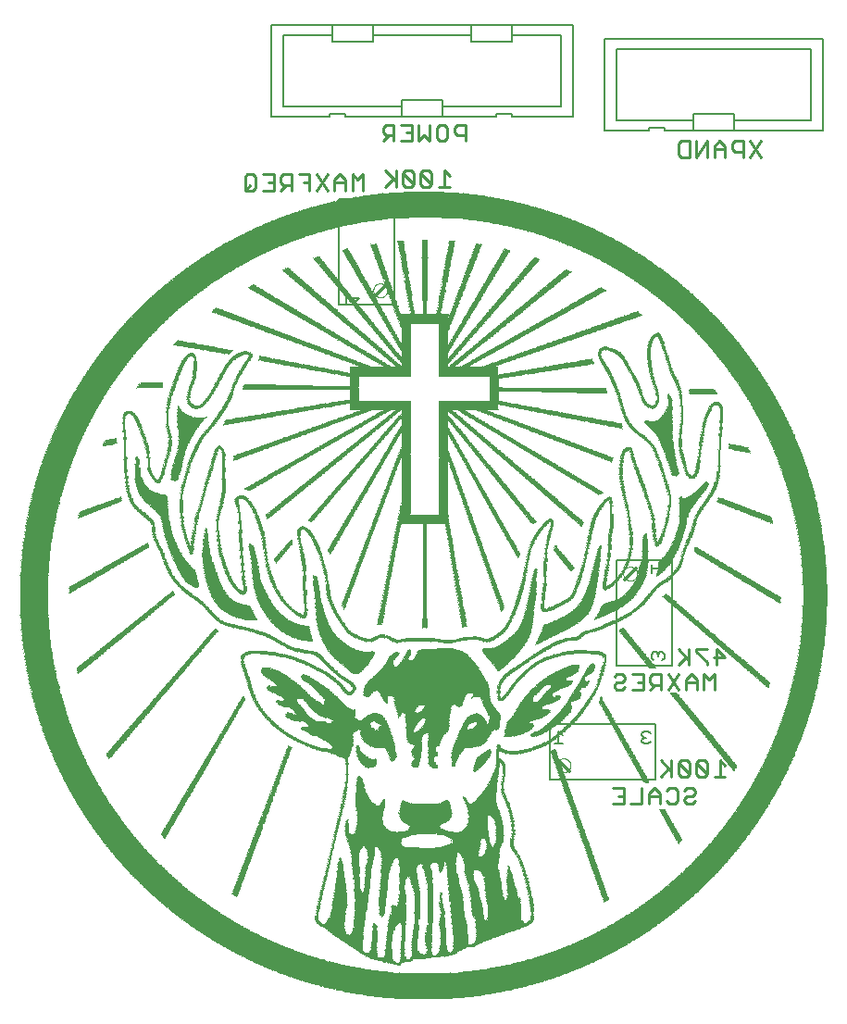
<source format=gbo>
G75*
%MOIN*%
%OFA0B0*%
%FSLAX25Y25*%
%IPPOS*%
%LPD*%
%AMOC8*
5,1,8,0,0,1.08239X$1,22.5*
%
%ADD10R,0.14400X0.00100*%
%ADD11R,0.03200X0.00100*%
%ADD12R,0.14200X0.00100*%
%ADD13R,0.20800X0.00100*%
%ADD14R,0.02300X0.00100*%
%ADD15R,0.20400X0.00100*%
%ADD16R,0.00100X0.00100*%
%ADD17R,0.25200X0.00100*%
%ADD18R,0.02000X0.00100*%
%ADD19R,0.24800X0.00100*%
%ADD20R,0.00200X0.00100*%
%ADD21R,0.29400X0.00100*%
%ADD22R,0.01700X0.00100*%
%ADD23R,0.29000X0.00100*%
%ADD24R,0.35800X0.00100*%
%ADD25R,0.01800X0.00100*%
%ADD26R,0.32200X0.00100*%
%ADD27R,0.01500X0.00100*%
%ADD28R,0.35600X0.00100*%
%ADD29R,0.01300X0.00100*%
%ADD30R,0.38600X0.00100*%
%ADD31R,0.41400X0.00100*%
%ADD32R,0.41200X0.00100*%
%ADD33R,0.44000X0.00100*%
%ADD34R,0.01100X0.00100*%
%ADD35R,0.43800X0.00100*%
%ADD36R,0.46200X0.00100*%
%ADD37R,0.46000X0.00100*%
%ADD38R,0.50600X0.00100*%
%ADD39R,0.01200X0.00100*%
%ADD40R,0.48200X0.00100*%
%ADD41R,0.01000X0.00100*%
%ADD42R,0.50400X0.00100*%
%ADD43R,0.52200X0.00100*%
%ADD44R,0.54800X0.00100*%
%ADD45R,0.54400X0.00100*%
%ADD46R,0.56600X0.00100*%
%ADD47R,0.00900X0.00100*%
%ADD48R,0.56200X0.00100*%
%ADD49R,0.58400X0.00100*%
%ADD50R,0.58200X0.00100*%
%ADD51R,0.60400X0.00100*%
%ADD52R,0.00800X0.00100*%
%ADD53R,0.60000X0.00100*%
%ADD54R,0.63600X0.00100*%
%ADD55R,0.61400X0.00100*%
%ADD56R,0.00700X0.00100*%
%ADD57R,0.63400X0.00100*%
%ADD58R,0.64800X0.00100*%
%ADD59R,0.67000X0.00100*%
%ADD60R,0.66600X0.00100*%
%ADD61R,0.68400X0.00100*%
%ADD62R,0.68200X0.00100*%
%ADD63R,0.70000X0.00100*%
%ADD64R,0.69600X0.00100*%
%ADD65R,0.72800X0.00100*%
%ADD66R,0.71000X0.00100*%
%ADD67R,0.72600X0.00100*%
%ADD68R,0.00600X0.00100*%
%ADD69R,0.74000X0.00100*%
%ADD70R,0.75400X0.00100*%
%ADD71R,0.75200X0.00100*%
%ADD72R,0.77000X0.00100*%
%ADD73R,0.76600X0.00100*%
%ADD74R,0.78400X0.00100*%
%ADD75R,0.78200X0.00100*%
%ADD76R,0.79600X0.00100*%
%ADD77R,0.79200X0.00100*%
%ADD78R,0.82000X0.00100*%
%ADD79R,0.80800X0.00100*%
%ADD80R,0.81800X0.00100*%
%ADD81R,0.83000X0.00100*%
%ADD82R,0.84800X0.00100*%
%ADD83R,0.84400X0.00100*%
%ADD84R,0.85800X0.00100*%
%ADD85R,0.85400X0.00100*%
%ADD86R,0.87000X0.00100*%
%ADD87R,0.86600X0.00100*%
%ADD88R,0.88000X0.00100*%
%ADD89R,0.87800X0.00100*%
%ADD90R,0.89200X0.00100*%
%ADD91R,0.90400X0.00100*%
%ADD92R,0.91400X0.00100*%
%ADD93R,0.92800X0.00100*%
%ADD94R,0.92600X0.00100*%
%ADD95R,0.94000X0.00100*%
%ADD96R,0.00400X0.00100*%
%ADD97R,0.93600X0.00100*%
%ADD98R,0.94600X0.00100*%
%ADD99R,0.94400X0.00100*%
%ADD100R,0.96800X0.00100*%
%ADD101R,0.95600X0.00100*%
%ADD102R,0.96600X0.00100*%
%ADD103R,0.97800X0.00100*%
%ADD104R,0.99200X0.00100*%
%ADD105R,0.98800X0.00100*%
%ADD106R,1.00000X0.00100*%
%ADD107R,0.44700X0.00100*%
%ADD108R,0.11700X0.00100*%
%ADD109R,0.43200X0.00100*%
%ADD110R,0.45200X0.00100*%
%ADD111R,0.43900X0.00100*%
%ADD112R,0.00500X0.00100*%
%ADD113R,0.41700X0.00100*%
%ADD114R,0.03400X0.00100*%
%ADD115R,0.40400X0.00100*%
%ADD116R,0.45900X0.00100*%
%ADD117R,0.44600X0.00100*%
%ADD118R,0.39700X0.00100*%
%ADD119R,0.02600X0.00100*%
%ADD120R,0.38400X0.00100*%
%ADD121R,0.40800X0.00100*%
%ADD122R,0.39500X0.00100*%
%ADD123R,0.01900X0.00100*%
%ADD124R,0.36900X0.00100*%
%ADD125R,0.38900X0.00100*%
%ADD126R,0.37400X0.00100*%
%ADD127R,0.37600X0.00100*%
%ADD128R,0.36300X0.00100*%
%ADD129R,0.36500X0.00100*%
%ADD130R,0.35200X0.00100*%
%ADD131R,0.35500X0.00100*%
%ADD132R,0.01600X0.00100*%
%ADD133R,0.34200X0.00100*%
%ADD134R,0.34100X0.00100*%
%ADD135R,0.01400X0.00100*%
%ADD136R,0.34300X0.00100*%
%ADD137R,0.36100X0.00100*%
%ADD138R,0.34800X0.00100*%
%ADD139R,0.33200X0.00100*%
%ADD140R,0.31900X0.00100*%
%ADD141R,0.35700X0.00100*%
%ADD142R,0.34400X0.00100*%
%ADD143R,0.32600X0.00100*%
%ADD144R,0.31300X0.00100*%
%ADD145R,0.30600X0.00100*%
%ADD146R,0.31500X0.00100*%
%ADD147R,0.30200X0.00100*%
%ADD148R,0.30300X0.00100*%
%ADD149R,0.30800X0.00100*%
%ADD150R,0.29500X0.00100*%
%ADD151R,0.29700X0.00100*%
%ADD152R,0.28400X0.00100*%
%ADD153R,0.30000X0.00100*%
%ADD154R,0.29300X0.00100*%
%ADD155R,0.28000X0.00100*%
%ADD156R,0.27700X0.00100*%
%ADD157R,0.28200X0.00100*%
%ADD158R,0.27100X0.00100*%
%ADD159R,0.28900X0.00100*%
%ADD160R,0.27600X0.00100*%
%ADD161R,0.28700X0.00100*%
%ADD162R,0.27200X0.00100*%
%ADD163R,0.27800X0.00100*%
%ADD164R,0.26400X0.00100*%
%ADD165R,0.02100X0.00100*%
%ADD166R,0.27300X0.00100*%
%ADD167R,0.26000X0.00100*%
%ADD168R,0.26500X0.00100*%
%ADD169R,0.26900X0.00100*%
%ADD170R,0.25600X0.00100*%
%ADD171R,0.28300X0.00100*%
%ADD172R,0.27000X0.00100*%
%ADD173R,0.26600X0.00100*%
%ADD174R,0.25300X0.00100*%
%ADD175R,0.03300X0.00100*%
%ADD176R,0.26300X0.00100*%
%ADD177R,0.02800X0.00100*%
%ADD178R,0.00300X0.00100*%
%ADD179R,0.03000X0.00100*%
%ADD180R,0.26200X0.00100*%
%ADD181R,0.02500X0.00100*%
%ADD182R,0.24900X0.00100*%
%ADD183R,0.26700X0.00100*%
%ADD184R,0.03600X0.00100*%
%ADD185R,0.25500X0.00100*%
%ADD186R,0.04100X0.00100*%
%ADD187R,0.03900X0.00100*%
%ADD188R,0.25100X0.00100*%
%ADD189R,0.25400X0.00100*%
%ADD190R,0.03800X0.00100*%
%ADD191R,0.03700X0.00100*%
%ADD192R,0.24100X0.00100*%
%ADD193R,0.25900X0.00100*%
%ADD194R,0.04900X0.00100*%
%ADD195R,0.04600X0.00100*%
%ADD196R,0.24600X0.00100*%
%ADD197R,0.04300X0.00100*%
%ADD198R,0.24000X0.00100*%
%ADD199R,0.05500X0.00100*%
%ADD200R,0.05400X0.00100*%
%ADD201R,0.23600X0.00100*%
%ADD202R,0.06800X0.00100*%
%ADD203R,0.24700X0.00100*%
%ADD204R,0.06200X0.00100*%
%ADD205R,0.23400X0.00100*%
%ADD206R,0.06700X0.00100*%
%ADD207R,0.02200X0.00100*%
%ADD208R,0.23900X0.00100*%
%ADD209R,0.24300X0.00100*%
%ADD210R,0.06400X0.00100*%
%ADD211R,0.23000X0.00100*%
%ADD212R,0.07100X0.00100*%
%ADD213R,0.04700X0.00100*%
%ADD214R,0.24200X0.00100*%
%ADD215R,0.07800X0.00100*%
%ADD216R,0.22900X0.00100*%
%ADD217R,0.07600X0.00100*%
%ADD218R,0.05100X0.00100*%
%ADD219R,0.23300X0.00100*%
%ADD220R,0.24500X0.00100*%
%ADD221R,0.06900X0.00100*%
%ADD222R,0.23200X0.00100*%
%ADD223R,0.23800X0.00100*%
%ADD224R,0.02700X0.00100*%
%ADD225R,0.22500X0.00100*%
%ADD226R,0.02400X0.00100*%
%ADD227R,0.08600X0.00100*%
%ADD228R,0.08000X0.00100*%
%ADD229R,0.22300X0.00100*%
%ADD230R,0.10300X0.00100*%
%ADD231R,0.23500X0.00100*%
%ADD232R,0.07900X0.00100*%
%ADD233R,0.22000X0.00100*%
%ADD234R,0.07500X0.00100*%
%ADD235R,0.21700X0.00100*%
%ADD236R,0.04200X0.00100*%
%ADD237R,0.21600X0.00100*%
%ADD238R,0.04500X0.00100*%
%ADD239R,0.02900X0.00100*%
%ADD240R,0.04800X0.00100*%
%ADD241R,0.22100X0.00100*%
%ADD242R,0.21900X0.00100*%
%ADD243R,0.23100X0.00100*%
%ADD244R,0.05200X0.00100*%
%ADD245R,0.21800X0.00100*%
%ADD246R,0.21200X0.00100*%
%ADD247R,0.05900X0.00100*%
%ADD248R,0.21000X0.00100*%
%ADD249R,0.06600X0.00100*%
%ADD250R,0.22600X0.00100*%
%ADD251R,0.21300X0.00100*%
%ADD252R,0.20600X0.00100*%
%ADD253R,0.20500X0.00100*%
%ADD254R,0.22200X0.00100*%
%ADD255R,0.20900X0.00100*%
%ADD256R,0.20700X0.00100*%
%ADD257R,0.19900X0.00100*%
%ADD258R,0.22400X0.00100*%
%ADD259R,0.21100X0.00100*%
%ADD260R,0.19700X0.00100*%
%ADD261R,0.21500X0.00100*%
%ADD262R,0.20200X0.00100*%
%ADD263R,0.20300X0.00100*%
%ADD264R,0.19800X0.00100*%
%ADD265R,0.04000X0.00100*%
%ADD266R,0.19400X0.00100*%
%ADD267R,0.19100X0.00100*%
%ADD268R,0.07300X0.00100*%
%ADD269R,0.07700X0.00100*%
%ADD270R,0.19000X0.00100*%
%ADD271R,0.08200X0.00100*%
%ADD272R,0.19300X0.00100*%
%ADD273R,0.19200X0.00100*%
%ADD274R,0.05600X0.00100*%
%ADD275R,0.05000X0.00100*%
%ADD276R,0.18900X0.00100*%
%ADD277R,0.19500X0.00100*%
%ADD278R,0.18200X0.00100*%
%ADD279R,0.18800X0.00100*%
%ADD280R,0.06300X0.00100*%
%ADD281R,0.05800X0.00100*%
%ADD282R,0.18600X0.00100*%
%ADD283R,0.18100X0.00100*%
%ADD284R,0.18500X0.00100*%
%ADD285R,0.18400X0.00100*%
%ADD286R,0.03500X0.00100*%
%ADD287R,0.17700X0.00100*%
%ADD288R,0.07400X0.00100*%
%ADD289R,0.08100X0.00100*%
%ADD290R,0.17600X0.00100*%
%ADD291R,0.08500X0.00100*%
%ADD292R,0.18700X0.00100*%
%ADD293R,0.17500X0.00100*%
%ADD294R,0.08400X0.00100*%
%ADD295R,0.18000X0.00100*%
%ADD296R,0.17300X0.00100*%
%ADD297R,0.17900X0.00100*%
%ADD298R,0.09100X0.00100*%
%ADD299R,0.08900X0.00100*%
%ADD300R,0.17100X0.00100*%
%ADD301R,0.09300X0.00100*%
%ADD302R,0.17800X0.00100*%
%ADD303R,0.09800X0.00100*%
%ADD304R,0.09500X0.00100*%
%ADD305R,0.16900X0.00100*%
%ADD306R,0.10000X0.00100*%
%ADD307R,0.17000X0.00100*%
%ADD308R,0.16800X0.00100*%
%ADD309R,0.08800X0.00100*%
%ADD310R,0.17200X0.00100*%
%ADD311R,0.18300X0.00100*%
%ADD312R,0.09900X0.00100*%
%ADD313R,0.16600X0.00100*%
%ADD314R,0.10400X0.00100*%
%ADD315R,0.04400X0.00100*%
%ADD316R,0.16500X0.00100*%
%ADD317R,0.11000X0.00100*%
%ADD318R,0.17400X0.00100*%
%ADD319R,0.10800X0.00100*%
%ADD320R,0.16300X0.00100*%
%ADD321R,0.12100X0.00100*%
%ADD322R,0.11400X0.00100*%
%ADD323R,0.16400X0.00100*%
%ADD324R,0.11900X0.00100*%
%ADD325R,0.16700X0.00100*%
%ADD326R,0.16200X0.00100*%
%ADD327R,0.12300X0.00100*%
%ADD328R,0.13000X0.00100*%
%ADD329R,0.12800X0.00100*%
%ADD330R,0.05700X0.00100*%
%ADD331R,0.13600X0.00100*%
%ADD332R,0.13400X0.00100*%
%ADD333R,0.14100X0.00100*%
%ADD334R,0.14000X0.00100*%
%ADD335R,0.16000X0.00100*%
%ADD336R,0.14700X0.00100*%
%ADD337R,0.06100X0.00100*%
%ADD338R,0.14500X0.00100*%
%ADD339R,0.15100X0.00100*%
%ADD340R,0.15900X0.00100*%
%ADD341R,0.06500X0.00100*%
%ADD342R,0.05300X0.00100*%
%ADD343R,0.15400X0.00100*%
%ADD344R,0.07200X0.00100*%
%ADD345R,0.15700X0.00100*%
%ADD346R,0.08700X0.00100*%
%ADD347R,0.08300X0.00100*%
%ADD348R,0.15600X0.00100*%
%ADD349R,0.03100X0.00100*%
%ADD350R,0.16100X0.00100*%
%ADD351R,0.15500X0.00100*%
%ADD352R,0.07000X0.00100*%
%ADD353R,0.15800X0.00100*%
%ADD354R,0.15200X0.00100*%
%ADD355R,0.15300X0.00100*%
%ADD356R,0.06000X0.00100*%
%ADD357R,0.12600X0.00100*%
%ADD358R,0.14900X0.00100*%
%ADD359R,0.12200X0.00100*%
%ADD360R,0.12000X0.00100*%
%ADD361R,0.15000X0.00100*%
%ADD362R,0.11800X0.00100*%
%ADD363R,0.11500X0.00100*%
%ADD364R,0.14600X0.00100*%
%ADD365R,0.14300X0.00100*%
%ADD366R,0.14800X0.00100*%
%ADD367R,0.13800X0.00100*%
%ADD368R,0.13900X0.00100*%
%ADD369R,0.13700X0.00100*%
%ADD370R,0.13500X0.00100*%
%ADD371R,0.13200X0.00100*%
%ADD372R,0.13100X0.00100*%
%ADD373R,0.12900X0.00100*%
%ADD374R,0.13300X0.00100*%
%ADD375R,0.12700X0.00100*%
%ADD376R,0.12500X0.00100*%
%ADD377R,0.12400X0.00100*%
%ADD378R,0.11600X0.00100*%
%ADD379R,0.11200X0.00100*%
%ADD380R,0.11300X0.00100*%
%ADD381R,0.11100X0.00100*%
%ADD382R,0.27500X0.00100*%
%ADD383R,0.27400X0.00100*%
%ADD384R,0.10900X0.00100*%
%ADD385R,0.35400X0.00100*%
%ADD386R,0.35100X0.00100*%
%ADD387R,0.35900X0.00100*%
%ADD388R,0.36000X0.00100*%
%ADD389R,0.36600X0.00100*%
%ADD390R,0.10100X0.00100*%
%ADD391R,0.10700X0.00100*%
%ADD392R,0.10600X0.00100*%
%ADD393R,0.10500X0.00100*%
%ADD394R,0.10200X0.00100*%
%ADD395R,0.19600X0.00100*%
%ADD396R,0.20100X0.00100*%
%ADD397R,0.21400X0.00100*%
%ADD398R,0.22800X0.00100*%
%ADD399R,0.47900X0.00100*%
%ADD400R,0.09400X0.00100*%
%ADD401R,0.09200X0.00100*%
%ADD402R,0.09600X0.00100*%
%ADD403R,0.09000X0.00100*%
%ADD404R,0.09700X0.00100*%
%ADD405R,0.24400X0.00100*%
%ADD406R,0.25000X0.00100*%
%ADD407R,0.30400X0.00100*%
%ADD408R,0.30900X0.00100*%
%ADD409R,0.31000X0.00100*%
%ADD410R,0.31600X0.00100*%
%ADD411R,0.39600X0.00100*%
%ADD412R,0.39300X0.00100*%
%ADD413R,0.40200X0.00100*%
%ADD414R,0.40000X0.00100*%
%ADD415R,0.45100X0.00100*%
%ADD416R,0.44800X0.00100*%
%ADD417R,0.45000X0.00100*%
%ADD418R,0.44200X0.00100*%
%ADD419R,0.44300X0.00100*%
%ADD420R,0.44100X0.00100*%
%ADD421R,0.43400X0.00100*%
%ADD422R,0.43300X0.00100*%
%ADD423R,0.43500X0.00100*%
%ADD424R,0.42800X0.00100*%
%ADD425R,0.43100X0.00100*%
%ADD426R,0.43000X0.00100*%
%ADD427R,0.42400X0.00100*%
%ADD428R,0.42100X0.00100*%
%ADD429R,0.42700X0.00100*%
%ADD430R,0.42300X0.00100*%
%ADD431R,0.41500X0.00100*%
%ADD432R,0.41900X0.00100*%
%ADD433R,0.41000X0.00100*%
%ADD434R,0.41300X0.00100*%
%ADD435R,0.40300X0.00100*%
%ADD436R,0.40900X0.00100*%
%ADD437R,0.39900X0.00100*%
%ADD438R,0.40500X0.00100*%
%ADD439R,0.39800X0.00100*%
%ADD440R,0.40100X0.00100*%
%ADD441R,0.39200X0.00100*%
%ADD442R,0.39100X0.00100*%
%ADD443R,0.38700X0.00100*%
%ADD444R,0.38200X0.00100*%
%ADD445R,0.38500X0.00100*%
%ADD446R,0.37800X0.00100*%
%ADD447R,0.37100X0.00100*%
%ADD448R,0.36700X0.00100*%
%ADD449R,0.36200X0.00100*%
%ADD450R,0.36800X0.00100*%
%ADD451R,0.36400X0.00100*%
%ADD452R,0.34600X0.00100*%
%ADD453R,0.33800X0.00100*%
%ADD454R,0.33400X0.00100*%
%ADD455R,0.33700X0.00100*%
%ADD456R,0.28100X0.00100*%
%ADD457R,0.27900X0.00100*%
%ADD458R,0.25800X0.00100*%
%ADD459R,0.26100X0.00100*%
%ADD460R,0.25700X0.00100*%
%ADD461R,0.28500X0.00100*%
%ADD462R,0.23700X0.00100*%
%ADD463R,0.22700X0.00100*%
%ADD464R,0.42200X0.00100*%
%ADD465R,0.42000X0.00100*%
%ADD466R,0.41800X0.00100*%
%ADD467R,0.41600X0.00100*%
%ADD468R,0.38000X0.00100*%
%ADD469R,0.38100X0.00100*%
%ADD470R,0.28600X0.00100*%
%ADD471R,1.00200X0.00100*%
%ADD472C,0.00600*%
%ADD473C,0.01200*%
%ADD474C,0.00200*%
%ADD475C,0.00500*%
%ADD476C,0.01100*%
%ADD477C,0.00800*%
D10*
X0108350Y0123500D03*
X0111350Y0120700D03*
X0170650Y0185800D03*
X0202450Y0082600D03*
X0202450Y0082500D03*
X0108350Y0332000D03*
X0111350Y0334800D03*
X0202450Y0372900D03*
X0202450Y0373000D03*
D11*
X0193650Y0372800D03*
X0211250Y0372800D03*
X0250250Y0328500D03*
X0254450Y0330900D03*
X0255750Y0331800D03*
X0262750Y0335500D03*
X0264750Y0336600D03*
X0252450Y0319500D03*
X0248750Y0318200D03*
X0234850Y0313300D03*
X0234350Y0313100D03*
X0233050Y0312800D03*
X0231750Y0312200D03*
X0231150Y0312000D03*
X0231050Y0312100D03*
X0230450Y0311900D03*
X0229950Y0311700D03*
X0227450Y0310700D03*
X0227350Y0310800D03*
X0227850Y0305900D03*
X0227850Y0305800D03*
X0227850Y0305700D03*
X0227850Y0305600D03*
X0227850Y0305500D03*
X0227850Y0305400D03*
X0227850Y0305300D03*
X0227850Y0305200D03*
X0227850Y0305100D03*
X0227850Y0305000D03*
X0227850Y0304900D03*
X0227850Y0304800D03*
X0227850Y0304700D03*
X0227850Y0304600D03*
X0227850Y0304500D03*
X0227850Y0304400D03*
X0227850Y0304300D03*
X0227850Y0304200D03*
X0227850Y0304100D03*
X0227850Y0304000D03*
X0227850Y0303900D03*
X0227850Y0303800D03*
X0227850Y0303700D03*
X0227850Y0303600D03*
X0227850Y0303500D03*
X0227850Y0303400D03*
X0227850Y0303300D03*
X0227850Y0303200D03*
X0227850Y0303100D03*
X0227850Y0303000D03*
X0227850Y0302900D03*
X0227850Y0302800D03*
X0227850Y0302700D03*
X0227850Y0301300D03*
X0227850Y0301200D03*
X0227850Y0301100D03*
X0227850Y0301000D03*
X0227850Y0300900D03*
X0227850Y0300800D03*
X0227850Y0300700D03*
X0227850Y0300600D03*
X0227850Y0300500D03*
X0227850Y0300400D03*
X0227850Y0300300D03*
X0227850Y0300200D03*
X0227850Y0300100D03*
X0227850Y0300000D03*
X0227850Y0299900D03*
X0227850Y0299800D03*
X0227850Y0299700D03*
X0227850Y0299600D03*
X0227850Y0299500D03*
X0227850Y0299400D03*
X0227850Y0299300D03*
X0227850Y0299200D03*
X0227850Y0299100D03*
X0227850Y0299000D03*
X0227850Y0298900D03*
X0227850Y0298800D03*
X0227850Y0298700D03*
X0227850Y0298600D03*
X0227850Y0298500D03*
X0227850Y0298400D03*
X0227850Y0298300D03*
X0227850Y0298200D03*
X0227850Y0298100D03*
X0227850Y0298000D03*
X0227850Y0297900D03*
X0233250Y0290600D03*
X0250450Y0284100D03*
X0252050Y0283600D03*
X0254450Y0282700D03*
X0255050Y0282500D03*
X0256750Y0281700D03*
X0257250Y0281500D03*
X0257850Y0281300D03*
X0257950Y0281400D03*
X0258350Y0281200D03*
X0260250Y0280400D03*
X0264250Y0279000D03*
X0284750Y0296000D03*
X0290350Y0292200D03*
X0291250Y0278800D03*
X0291150Y0278700D03*
X0291450Y0278500D03*
X0291650Y0277200D03*
X0291650Y0277100D03*
X0291650Y0277000D03*
X0291650Y0276900D03*
X0291850Y0276600D03*
X0300650Y0263700D03*
X0296250Y0257600D03*
X0296250Y0257100D03*
X0296250Y0257000D03*
X0296250Y0256900D03*
X0296250Y0256800D03*
X0302150Y0243100D03*
X0306250Y0240700D03*
X0306750Y0240500D03*
X0316450Y0234600D03*
X0317350Y0234200D03*
X0318550Y0233500D03*
X0319250Y0232900D03*
X0321050Y0231800D03*
X0329350Y0227000D03*
X0326350Y0255100D03*
X0318050Y0280000D03*
X0314050Y0281500D03*
X0291050Y0241700D03*
X0288750Y0238400D03*
X0281450Y0236800D03*
X0281450Y0236600D03*
X0280350Y0233100D03*
X0279050Y0230900D03*
X0278150Y0229800D03*
X0277750Y0229000D03*
X0277050Y0228200D03*
X0276850Y0228000D03*
X0263150Y0230500D03*
X0263150Y0230600D03*
X0263150Y0230700D03*
X0262950Y0229400D03*
X0262750Y0228800D03*
X0261850Y0214800D03*
X0262850Y0207700D03*
X0256850Y0202200D03*
X0260050Y0195900D03*
X0257650Y0192200D03*
X0257550Y0192100D03*
X0257250Y0191300D03*
X0257050Y0191400D03*
X0256950Y0191200D03*
X0253950Y0186300D03*
X0253750Y0186100D03*
X0253550Y0186200D03*
X0253450Y0185900D03*
X0252650Y0185100D03*
X0252650Y0184800D03*
X0251850Y0184100D03*
X0251550Y0183700D03*
X0251350Y0183800D03*
X0251150Y0183300D03*
X0250250Y0182400D03*
X0250050Y0182500D03*
X0249450Y0181700D03*
X0248450Y0181200D03*
X0246350Y0179500D03*
X0241150Y0172300D03*
X0227250Y0159100D03*
X0222750Y0167600D03*
X0223250Y0168300D03*
X0224150Y0169600D03*
X0214950Y0172400D03*
X0223550Y0181600D03*
X0223550Y0181700D03*
X0223450Y0182000D03*
X0226950Y0186300D03*
X0227150Y0186400D03*
X0226750Y0186500D03*
X0225850Y0188200D03*
X0225650Y0188600D03*
X0229950Y0202200D03*
X0240050Y0190400D03*
X0240050Y0190000D03*
X0242450Y0193200D03*
X0249750Y0194200D03*
X0250050Y0194400D03*
X0253750Y0211600D03*
X0253550Y0211700D03*
X0240450Y0219900D03*
X0240550Y0220700D03*
X0211250Y0210900D03*
X0211250Y0210800D03*
X0190150Y0202800D03*
X0190150Y0202600D03*
X0190150Y0202500D03*
X0188850Y0191700D03*
X0182650Y0193200D03*
X0182650Y0193300D03*
X0178150Y0200200D03*
X0177950Y0200500D03*
X0187550Y0213100D03*
X0165450Y0220100D03*
X0165250Y0220700D03*
X0160250Y0198000D03*
X0161850Y0189800D03*
X0157850Y0185900D03*
X0165550Y0182200D03*
X0179850Y0157100D03*
X0177950Y0136300D03*
X0177850Y0136000D03*
X0177850Y0135900D03*
X0177850Y0135300D03*
X0172750Y0124000D03*
X0188850Y0129100D03*
X0188850Y0129200D03*
X0188850Y0129300D03*
X0188850Y0129400D03*
X0188850Y0129500D03*
X0188850Y0129600D03*
X0188850Y0129700D03*
X0188850Y0130400D03*
X0189050Y0130800D03*
X0198650Y0126600D03*
X0203450Y0130900D03*
X0203450Y0131300D03*
X0212450Y0130800D03*
X0212550Y0128200D03*
X0218850Y0128700D03*
X0218850Y0128800D03*
X0220650Y0121600D03*
X0220650Y0121500D03*
X0220650Y0121400D03*
X0220850Y0119700D03*
X0221150Y0119100D03*
X0221050Y0119000D03*
X0222450Y0112100D03*
X0222750Y0110900D03*
X0222750Y0110800D03*
X0214750Y0100700D03*
X0214750Y0100600D03*
X0209550Y0099200D03*
X0199950Y0098500D03*
X0191250Y0108900D03*
X0191250Y0109300D03*
X0184250Y0098800D03*
X0184250Y0097600D03*
X0178850Y0100900D03*
X0193650Y0082700D03*
X0211250Y0082700D03*
X0234450Y0119700D03*
X0234350Y0121000D03*
X0234350Y0121100D03*
X0234350Y0121200D03*
X0234350Y0121300D03*
X0234350Y0121400D03*
X0234150Y0121700D03*
X0234150Y0121800D03*
X0234150Y0121900D03*
X0234150Y0122000D03*
X0234150Y0122200D03*
X0228550Y0148500D03*
X0228250Y0148700D03*
X0210250Y0152800D03*
X0205750Y0170300D03*
X0205750Y0170700D03*
X0205750Y0170800D03*
X0200150Y0172200D03*
X0200150Y0172300D03*
X0200150Y0172500D03*
X0199950Y0171100D03*
X0199950Y0171000D03*
X0199950Y0170900D03*
X0199950Y0170800D03*
X0199950Y0170700D03*
X0199950Y0170600D03*
X0200150Y0174100D03*
X0197750Y0180200D03*
X0197750Y0180700D03*
X0143450Y0229500D03*
X0143550Y0229700D03*
X0143250Y0230100D03*
X0143050Y0230500D03*
X0142850Y0231600D03*
X0142850Y0231800D03*
X0140950Y0219100D03*
X0124550Y0240200D03*
X0124550Y0240300D03*
X0124550Y0241000D03*
X0124550Y0241100D03*
X0124550Y0241200D03*
X0124550Y0241300D03*
X0124550Y0241400D03*
X0124350Y0241800D03*
X0124350Y0241900D03*
X0124350Y0242000D03*
X0124350Y0242100D03*
X0124350Y0242200D03*
X0119350Y0232500D03*
X0119750Y0232100D03*
X0113650Y0242600D03*
X0113450Y0242500D03*
X0113250Y0242800D03*
X0113450Y0243000D03*
X0113150Y0243200D03*
X0112550Y0244600D03*
X0112350Y0245000D03*
X0112350Y0245100D03*
X0112150Y0245500D03*
X0111950Y0246000D03*
X0108950Y0257200D03*
X0100950Y0266900D03*
X0100750Y0267100D03*
X0089950Y0261100D03*
X0087950Y0260400D03*
X0091450Y0239200D03*
X0079650Y0232400D03*
X0078150Y0231400D03*
X0077450Y0231100D03*
X0080350Y0202600D03*
X0113250Y0272100D03*
X0113250Y0272300D03*
X0113450Y0272800D03*
X0113450Y0272900D03*
X0113650Y0273400D03*
X0113650Y0273500D03*
X0113650Y0273600D03*
X0114350Y0276400D03*
X0114550Y0277100D03*
X0114950Y0278400D03*
X0115650Y0281000D03*
X0115650Y0281100D03*
X0115650Y0281200D03*
X0115650Y0281300D03*
X0115850Y0282300D03*
X0115850Y0282400D03*
X0115350Y0292700D03*
X0115350Y0292800D03*
X0120650Y0295800D03*
X0132550Y0289900D03*
X0135650Y0277700D03*
X0136950Y0263100D03*
X0153350Y0284100D03*
X0155250Y0284900D03*
X0155750Y0285100D03*
X0155950Y0285000D03*
X0156850Y0285400D03*
X0159450Y0286300D03*
X0180550Y0294100D03*
X0196250Y0294500D03*
X0196250Y0294600D03*
X0196250Y0293100D03*
X0196250Y0291400D03*
X0196250Y0288700D03*
X0196250Y0286200D03*
X0196250Y0280900D03*
X0196250Y0277400D03*
X0209550Y0275900D03*
X0209550Y0279600D03*
X0209550Y0285700D03*
X0209550Y0290700D03*
X0209550Y0292400D03*
X0209550Y0294000D03*
X0209550Y0309900D03*
X0209550Y0311400D03*
X0209550Y0313100D03*
X0209550Y0315400D03*
X0209550Y0318100D03*
X0209550Y0323200D03*
X0196250Y0324300D03*
X0196250Y0318600D03*
X0196250Y0316000D03*
X0196250Y0313600D03*
X0196250Y0311700D03*
X0196250Y0310300D03*
X0170750Y0314300D03*
X0168350Y0315200D03*
X0167750Y0315400D03*
X0167250Y0315600D03*
X0166150Y0315900D03*
X0164850Y0316500D03*
X0164250Y0316700D03*
X0161850Y0317600D03*
X0146150Y0323400D03*
X0147850Y0334600D03*
X0146550Y0335500D03*
X0146050Y0335700D03*
X0141850Y0338300D03*
X0196250Y0261000D03*
X0196250Y0260900D03*
X0209750Y0256700D03*
X0268150Y0316600D03*
D12*
X0287650Y0340000D03*
X0287850Y0339800D03*
X0289950Y0338100D03*
X0285450Y0341500D03*
X0285250Y0341700D03*
X0202450Y0372800D03*
X0113150Y0336200D03*
X0112450Y0335600D03*
X0112250Y0335400D03*
X0112050Y0335200D03*
X0107150Y0330900D03*
X0106950Y0330700D03*
X0177150Y0206200D03*
X0207750Y0207900D03*
X0193750Y0136700D03*
X0202450Y0082700D03*
X0285250Y0113800D03*
X0285450Y0114000D03*
X0287650Y0115500D03*
X0287850Y0115700D03*
X0289950Y0117400D03*
X0113150Y0119300D03*
X0112450Y0119900D03*
X0112250Y0120100D03*
X0112050Y0120300D03*
X0107150Y0124600D03*
X0106950Y0124800D03*
D13*
X0139050Y0102600D03*
X0202450Y0082800D03*
X0259350Y0099200D03*
X0139050Y0352900D03*
X0202450Y0372700D03*
X0259350Y0356300D03*
D14*
X0250900Y0341400D03*
X0249000Y0339900D03*
X0248700Y0339800D03*
X0247900Y0339000D03*
X0246100Y0337500D03*
X0245900Y0337600D03*
X0245700Y0337400D03*
X0245900Y0337300D03*
X0244800Y0336400D03*
X0244600Y0336200D03*
X0244400Y0336300D03*
X0241600Y0333800D03*
X0239200Y0331800D03*
X0238000Y0331100D03*
X0236400Y0329600D03*
X0231700Y0325900D03*
X0227600Y0322400D03*
X0233900Y0319400D03*
X0234200Y0319600D03*
X0235400Y0320400D03*
X0235700Y0320600D03*
X0235900Y0320500D03*
X0237000Y0321300D03*
X0237400Y0321500D03*
X0237800Y0321700D03*
X0237900Y0321600D03*
X0238100Y0321800D03*
X0238500Y0322000D03*
X0240100Y0322900D03*
X0240500Y0323100D03*
X0241700Y0323900D03*
X0242000Y0324100D03*
X0242200Y0324000D03*
X0252200Y0329700D03*
X0253800Y0330600D03*
X0254200Y0330800D03*
X0256400Y0332100D03*
X0256800Y0332300D03*
X0257200Y0332500D03*
X0257700Y0332800D03*
X0258100Y0333000D03*
X0258800Y0333400D03*
X0259200Y0333600D03*
X0260100Y0334100D03*
X0260500Y0334300D03*
X0263100Y0335800D03*
X0266200Y0337700D03*
X0262100Y0312300D03*
X0283600Y0290100D03*
X0290800Y0293700D03*
X0290800Y0294000D03*
X0290800Y0294100D03*
X0276200Y0280600D03*
X0264700Y0265500D03*
X0262900Y0266600D03*
X0254700Y0257900D03*
X0253500Y0258600D03*
X0252000Y0259900D03*
X0256200Y0256600D03*
X0256300Y0256200D03*
X0254200Y0239400D03*
X0254400Y0239200D03*
X0264000Y0233800D03*
X0249500Y0223500D03*
X0248600Y0223100D03*
X0248100Y0222900D03*
X0247900Y0223000D03*
X0246300Y0222200D03*
X0241400Y0225800D03*
X0241300Y0226000D03*
X0241600Y0226700D03*
X0241600Y0226800D03*
X0242000Y0229800D03*
X0242000Y0229900D03*
X0242000Y0230000D03*
X0242000Y0230100D03*
X0242000Y0230200D03*
X0242000Y0230300D03*
X0242000Y0230400D03*
X0242000Y0230500D03*
X0242000Y0230700D03*
X0245300Y0212100D03*
X0245000Y0211900D03*
X0245100Y0211800D03*
X0244800Y0211600D03*
X0248900Y0205800D03*
X0249000Y0205700D03*
X0252200Y0206600D03*
X0257000Y0202400D03*
X0262200Y0200500D03*
X0262500Y0200700D03*
X0262700Y0200900D03*
X0262700Y0201400D03*
X0262100Y0200000D03*
X0257600Y0192700D03*
X0257700Y0192600D03*
X0255900Y0190000D03*
X0247700Y0192400D03*
X0247500Y0192200D03*
X0244600Y0195300D03*
X0244400Y0195100D03*
X0244200Y0194900D03*
X0243700Y0194400D03*
X0241800Y0192500D03*
X0247900Y0180700D03*
X0247700Y0180500D03*
X0247000Y0180000D03*
X0244800Y0178700D03*
X0244400Y0178500D03*
X0241500Y0172500D03*
X0230000Y0172000D03*
X0229800Y0168100D03*
X0229800Y0167800D03*
X0227900Y0161600D03*
X0227900Y0161100D03*
X0227600Y0160400D03*
X0221900Y0166300D03*
X0213900Y0169600D03*
X0206300Y0166400D03*
X0205400Y0167600D03*
X0205400Y0167700D03*
X0200200Y0169800D03*
X0200600Y0173100D03*
X0200600Y0173200D03*
X0200600Y0174000D03*
X0197500Y0178100D03*
X0197500Y0178200D03*
X0197500Y0179200D03*
X0188400Y0181200D03*
X0191500Y0170200D03*
X0191500Y0170100D03*
X0179700Y0170200D03*
X0164900Y0172600D03*
X0160100Y0180300D03*
X0160100Y0180400D03*
X0159900Y0198300D03*
X0159400Y0203700D03*
X0154700Y0205400D03*
X0154400Y0208900D03*
X0161400Y0211400D03*
X0158800Y0220400D03*
X0164600Y0224300D03*
X0164600Y0224400D03*
X0179000Y0212600D03*
X0180700Y0212000D03*
X0180800Y0212100D03*
X0187700Y0213400D03*
X0193400Y0211800D03*
X0191700Y0205800D03*
X0191200Y0205400D03*
X0190800Y0204600D03*
X0190400Y0203300D03*
X0218600Y0182200D03*
X0221300Y0184900D03*
X0229800Y0140600D03*
X0229800Y0139500D03*
X0229400Y0137900D03*
X0229200Y0137500D03*
X0228900Y0137400D03*
X0226100Y0137000D03*
X0233500Y0126100D03*
X0233500Y0126000D03*
X0233500Y0125900D03*
X0233500Y0125800D03*
X0233500Y0124900D03*
X0220000Y0123800D03*
X0219700Y0124300D03*
X0219800Y0124500D03*
X0219500Y0124700D03*
X0208700Y0131500D03*
X0203700Y0129900D03*
X0203700Y0129800D03*
X0203600Y0129400D03*
X0199500Y0123400D03*
X0199500Y0123300D03*
X0199500Y0123200D03*
X0199300Y0123900D03*
X0199300Y0124000D03*
X0199100Y0125400D03*
X0194900Y0126000D03*
X0194800Y0118400D03*
X0187500Y0117300D03*
X0178800Y0120600D03*
X0178800Y0120700D03*
X0178600Y0122100D03*
X0178600Y0122200D03*
X0178600Y0122300D03*
X0178600Y0122400D03*
X0178600Y0122500D03*
X0178600Y0122600D03*
X0178600Y0122700D03*
X0178600Y0122800D03*
X0178600Y0122900D03*
X0178600Y0123000D03*
X0178300Y0126300D03*
X0178200Y0129300D03*
X0177900Y0130100D03*
X0178000Y0131300D03*
X0182500Y0127700D03*
X0172500Y0128400D03*
X0172500Y0128500D03*
X0172500Y0128600D03*
X0172500Y0128700D03*
X0179300Y0100500D03*
X0184500Y0099400D03*
X0191700Y0095400D03*
X0196700Y0096000D03*
X0199500Y0099200D03*
X0204300Y0105300D03*
X0204300Y0105400D03*
X0204300Y0105500D03*
X0204300Y0105600D03*
X0204300Y0105700D03*
X0204300Y0105800D03*
X0204300Y0105900D03*
X0214100Y0099800D03*
X0214300Y0100100D03*
X0214400Y0100000D03*
X0213900Y0082900D03*
X0191000Y0082900D03*
X0112600Y0147700D03*
X0110400Y0144000D03*
X0109100Y0141800D03*
X0089900Y0171200D03*
X0090200Y0171400D03*
X0091100Y0172500D03*
X0091600Y0173000D03*
X0092200Y0173800D03*
X0106500Y0190400D03*
X0106700Y0190600D03*
X0092400Y0212200D03*
X0092700Y0212800D03*
X0093900Y0213500D03*
X0090100Y0210600D03*
X0087500Y0208300D03*
X0087300Y0208100D03*
X0087100Y0208200D03*
X0086200Y0207200D03*
X0086000Y0207000D03*
X0085800Y0207100D03*
X0084500Y0205900D03*
X0084000Y0205600D03*
X0083400Y0205000D03*
X0081400Y0203300D03*
X0081200Y0203400D03*
X0078800Y0201400D03*
X0078800Y0201100D03*
X0098200Y0217200D03*
X0098700Y0217400D03*
X0109300Y0226100D03*
X0120000Y0231700D03*
X0124200Y0244100D03*
X0110600Y0250200D03*
X0109500Y0255000D03*
X0101200Y0244800D03*
X0100800Y0244600D03*
X0100000Y0244000D03*
X0093000Y0240000D03*
X0092100Y0239500D03*
X0091700Y0239300D03*
X0090100Y0238400D03*
X0089900Y0238200D03*
X0089500Y0238000D03*
X0087300Y0236700D03*
X0086900Y0236500D03*
X0085600Y0235800D03*
X0092600Y0262200D03*
X0092600Y0262300D03*
X0100200Y0268500D03*
X0099900Y0269300D03*
X0128900Y0280600D03*
X0131900Y0289700D03*
X0144600Y0269200D03*
X0144800Y0269100D03*
X0143100Y0268200D03*
X0142000Y0267700D03*
X0140900Y0266900D03*
X0136800Y0263200D03*
X0150100Y0272100D03*
X0154600Y0274900D03*
X0161800Y0268800D03*
X0169000Y0274700D03*
X0171200Y0284300D03*
X0171900Y0284500D03*
X0167300Y0289200D03*
X0166200Y0288800D03*
X0165300Y0288500D03*
X0164200Y0288100D03*
X0161200Y0287000D03*
X0160700Y0286800D03*
X0171400Y0290700D03*
X0173400Y0291400D03*
X0177700Y0288000D03*
X0178400Y0288200D03*
X0177300Y0311800D03*
X0176400Y0312100D03*
X0174900Y0312700D03*
X0172900Y0313400D03*
X0171400Y0314000D03*
X0171800Y0320500D03*
X0170600Y0321300D03*
X0168400Y0322600D03*
X0167900Y0323000D03*
X0167700Y0322900D03*
X0167300Y0323100D03*
X0166600Y0323700D03*
X0166200Y0323900D03*
X0166000Y0324100D03*
X0165500Y0324200D03*
X0165100Y0324400D03*
X0163600Y0325300D03*
X0163300Y0325500D03*
X0162500Y0326100D03*
X0161600Y0326700D03*
X0161400Y0326600D03*
X0160300Y0327400D03*
X0159200Y0327900D03*
X0151600Y0332500D03*
X0150300Y0333200D03*
X0148500Y0334300D03*
X0148100Y0334500D03*
X0145900Y0335800D03*
X0145700Y0336000D03*
X0145300Y0336200D03*
X0144400Y0336700D03*
X0142200Y0338000D03*
X0157400Y0341200D03*
X0157700Y0341100D03*
X0158700Y0340100D03*
X0158800Y0339900D03*
X0159000Y0340000D03*
X0159200Y0339800D03*
X0159000Y0339700D03*
X0160100Y0338800D03*
X0160300Y0338600D03*
X0160500Y0338700D03*
X0161100Y0337900D03*
X0161400Y0337700D03*
X0161600Y0337500D03*
X0161800Y0337600D03*
X0162000Y0337400D03*
X0162300Y0337200D03*
X0162900Y0336400D03*
X0163800Y0335900D03*
X0165400Y0347500D03*
X0174900Y0351400D03*
X0174000Y0327000D03*
X0182100Y0320000D03*
X0179500Y0316100D03*
X0183600Y0313700D03*
X0185800Y0312400D03*
X0217400Y0310200D03*
X0218700Y0311100D03*
X0219400Y0311300D03*
X0226700Y0310500D03*
X0228700Y0311200D03*
X0216500Y0294100D03*
X0230900Y0285600D03*
X0236500Y0282100D03*
X0237200Y0281900D03*
X0242800Y0278400D03*
X0244600Y0277300D03*
X0247400Y0285300D03*
X0246800Y0285500D03*
X0245900Y0285900D03*
X0245300Y0286100D03*
X0243500Y0286800D03*
X0242900Y0287000D03*
X0242000Y0287400D03*
X0249800Y0284400D03*
X0252700Y0283300D03*
X0233700Y0275800D03*
X0282100Y0241600D03*
X0282100Y0239500D03*
X0288100Y0237200D03*
X0293200Y0245800D03*
X0294500Y0249500D03*
X0294700Y0250200D03*
X0295000Y0250400D03*
X0294900Y0250700D03*
X0294900Y0250800D03*
X0295200Y0251000D03*
X0295100Y0251500D03*
X0295400Y0251700D03*
X0295300Y0252000D03*
X0295600Y0252300D03*
X0295800Y0253200D03*
X0295600Y0253300D03*
X0301200Y0243800D03*
X0301200Y0243700D03*
X0301900Y0243400D03*
X0302800Y0242800D03*
X0304300Y0241900D03*
X0304700Y0241700D03*
X0306500Y0240600D03*
X0306900Y0240400D03*
X0307100Y0240200D03*
X0308000Y0239700D03*
X0308900Y0239100D03*
X0309300Y0238900D03*
X0310200Y0238400D03*
X0310600Y0238200D03*
X0310800Y0238000D03*
X0312400Y0237100D03*
X0313000Y0236700D03*
X0313900Y0236200D03*
X0315200Y0235400D03*
X0316100Y0234900D03*
X0316700Y0234500D03*
X0318900Y0233200D03*
X0321700Y0231500D03*
X0322600Y0231000D03*
X0329800Y0226400D03*
X0316500Y0204500D03*
X0316300Y0204400D03*
X0315600Y0205000D03*
X0317100Y0203700D03*
X0317600Y0203300D03*
X0317800Y0203400D03*
X0318000Y0203200D03*
X0318600Y0202400D03*
X0318900Y0202200D03*
X0319100Y0202300D03*
X0319300Y0202100D03*
X0320400Y0201200D03*
X0320600Y0201000D03*
X0320400Y0200900D03*
X0323500Y0198400D03*
X0324600Y0197200D03*
X0324800Y0197300D03*
X0325900Y0196100D03*
X0309600Y0210400D03*
X0308800Y0210900D03*
X0308300Y0211500D03*
X0301400Y0217200D03*
X0301300Y0217600D03*
X0300100Y0218300D03*
X0298600Y0219600D03*
X0298200Y0220000D03*
X0296900Y0221100D03*
X0282300Y0205000D03*
X0284900Y0201900D03*
X0292600Y0192400D03*
X0293500Y0191300D03*
X0295200Y0189500D03*
X0295800Y0188600D03*
X0296100Y0188400D03*
X0296900Y0187200D03*
X0299900Y0183600D03*
X0300200Y0183400D03*
X0300800Y0182500D03*
X0301100Y0182300D03*
X0303700Y0178900D03*
X0305800Y0176400D03*
X0306100Y0176200D03*
X0306700Y0175300D03*
X0307200Y0174900D03*
X0311100Y0170100D03*
X0311700Y0169200D03*
X0312200Y0168800D03*
X0313100Y0167700D03*
X0314100Y0166200D03*
X0261600Y0214600D03*
X0302800Y0265700D03*
X0303300Y0266600D03*
X0299100Y0270400D03*
X0293200Y0271800D03*
X0292900Y0272200D03*
X0293000Y0272400D03*
X0313600Y0281600D03*
X0313600Y0281700D03*
X0326500Y0255000D03*
X0242400Y0348100D03*
X0241300Y0346800D03*
X0241200Y0346400D03*
X0240100Y0345100D03*
X0239600Y0344700D03*
X0238500Y0343400D03*
X0232400Y0351800D03*
X0230000Y0347900D03*
X0228500Y0345300D03*
X0213900Y0372600D03*
X0191000Y0372600D03*
X0136400Y0314400D03*
X0118900Y0314500D03*
X0159000Y0252000D03*
X0142000Y0234700D03*
X0142200Y0233800D03*
X0137400Y0216000D03*
X0144200Y0214100D03*
D15*
X0168650Y0179500D03*
X0187650Y0141700D03*
X0203750Y0132300D03*
X0202450Y0082900D03*
X0141650Y0101200D03*
X0141250Y0101400D03*
X0139950Y0102100D03*
X0139550Y0102300D03*
X0138350Y0102800D03*
X0139550Y0353200D03*
X0139950Y0353400D03*
X0141250Y0354100D03*
X0141650Y0354300D03*
X0202450Y0372600D03*
D16*
X0193900Y0363600D03*
X0193300Y0355300D03*
X0195200Y0355300D03*
X0183500Y0354200D03*
X0179600Y0341400D03*
X0178900Y0332400D03*
X0176300Y0318700D03*
X0178200Y0317600D03*
X0180400Y0316300D03*
X0180300Y0314800D03*
X0182200Y0313700D03*
X0182600Y0315000D03*
X0184500Y0313900D03*
X0184400Y0312400D03*
X0183300Y0310200D03*
X0186600Y0311100D03*
X0185700Y0316100D03*
X0180000Y0311500D03*
X0177200Y0311100D03*
X0173700Y0312400D03*
X0173700Y0313900D03*
X0170700Y0313500D03*
X0170200Y0313700D03*
X0167200Y0314800D03*
X0167300Y0316300D03*
X0163700Y0316100D03*
X0163900Y0317600D03*
X0161000Y0318700D03*
X0160600Y0317200D03*
X0156700Y0311500D03*
X0156300Y0310000D03*
X0157400Y0309800D03*
X0163500Y0308700D03*
X0163600Y0310200D03*
X0169500Y0309100D03*
X0170400Y0308900D03*
X0170700Y0307400D03*
X0167200Y0296900D03*
X0166100Y0296700D03*
X0166000Y0295200D03*
X0169800Y0290800D03*
X0172600Y0290400D03*
X0172800Y0291900D03*
X0176100Y0291700D03*
X0179100Y0292800D03*
X0182600Y0294100D03*
X0185900Y0293200D03*
X0187600Y0292800D03*
X0189800Y0294100D03*
X0193900Y0294100D03*
X0187800Y0289100D03*
X0183300Y0290400D03*
X0179100Y0288000D03*
X0177000Y0288200D03*
X0176900Y0286700D03*
X0172800Y0285800D03*
X0172600Y0284300D03*
X0170400Y0283000D03*
X0168500Y0283400D03*
X0168400Y0281900D03*
X0172600Y0278400D03*
X0165000Y0272300D03*
X0165600Y0271000D03*
X0159500Y0266000D03*
X0156500Y0263600D03*
X0153600Y0273400D03*
X0155400Y0274500D03*
X0155400Y0276000D03*
X0159700Y0276900D03*
X0160000Y0278600D03*
X0161900Y0278200D03*
X0159500Y0285600D03*
X0162500Y0286700D03*
X0162400Y0288200D03*
X0166100Y0289500D03*
X0159700Y0294100D03*
X0152300Y0292800D03*
X0151700Y0294300D03*
X0145800Y0291700D03*
X0145000Y0293200D03*
X0138400Y0290400D03*
X0137100Y0291900D03*
X0130900Y0289400D03*
X0130400Y0289100D03*
X0124100Y0291800D03*
X0120100Y0291900D03*
X0119700Y0295200D03*
X0119200Y0296700D03*
X0121800Y0295200D03*
X0122500Y0296700D03*
X0114300Y0295900D03*
X0114200Y0295800D03*
X0099200Y0302400D03*
X0114100Y0319500D03*
X0114100Y0319600D03*
X0116900Y0317200D03*
X0119000Y0318700D03*
X0125100Y0317600D03*
X0130800Y0314800D03*
X0134100Y0313900D03*
X0136000Y0315000D03*
X0140100Y0315200D03*
X0143400Y0313900D03*
X0144000Y0313900D03*
X0143200Y0312400D03*
X0150200Y0311100D03*
X0150800Y0312600D03*
X0154100Y0319600D03*
X0154700Y0321100D03*
X0151400Y0322400D03*
X0150600Y0320900D03*
X0148400Y0323500D03*
X0147100Y0322200D03*
X0144100Y0323300D03*
X0144900Y0324800D03*
X0141600Y0326100D03*
X0140600Y0324600D03*
X0138600Y0327200D03*
X0137100Y0325900D03*
X0135300Y0328500D03*
X0132300Y0329600D03*
X0131800Y0329800D03*
X0128800Y0330900D03*
X0127500Y0329400D03*
X0119900Y0335500D03*
X0124900Y0339200D03*
X0128400Y0341600D03*
X0130500Y0342900D03*
X0132500Y0344200D03*
X0138600Y0347700D03*
X0141000Y0349000D03*
X0143200Y0350100D03*
X0146000Y0351400D03*
X0148400Y0352500D03*
X0151500Y0353800D03*
X0154700Y0355100D03*
X0157800Y0356200D03*
X0161700Y0357500D03*
X0170000Y0359900D03*
X0166800Y0368800D03*
X0158500Y0366400D03*
X0157800Y0366200D03*
X0148200Y0362700D03*
X0142600Y0360300D03*
X0139900Y0359000D03*
X0137300Y0357700D03*
X0130600Y0354200D03*
X0128400Y0352900D03*
X0124500Y0350500D03*
X0122500Y0349200D03*
X0120800Y0348100D03*
X0119000Y0346800D03*
X0115600Y0344400D03*
X0112500Y0342000D03*
X0140600Y0339400D03*
X0141100Y0339300D03*
X0141200Y0339600D03*
X0140600Y0337900D03*
X0144700Y0335500D03*
X0145600Y0337000D03*
X0147500Y0335900D03*
X0149700Y0334600D03*
X0153800Y0332200D03*
X0153000Y0330700D03*
X0155200Y0329400D03*
X0157400Y0328100D03*
X0158000Y0329600D03*
X0159900Y0328500D03*
X0159300Y0327000D03*
X0161500Y0325700D03*
X0162100Y0327200D03*
X0163900Y0326100D03*
X0165700Y0323300D03*
X0167600Y0322200D03*
X0168000Y0323700D03*
X0169800Y0320900D03*
X0172000Y0319600D03*
X0173500Y0296500D03*
X0156000Y0284300D03*
X0152600Y0284700D03*
X0152300Y0283000D03*
X0149300Y0281900D03*
X0149100Y0283400D03*
X0145400Y0282100D03*
X0145800Y0280600D03*
X0149100Y0272500D03*
X0149300Y0271000D03*
X0146900Y0271200D03*
X0147100Y0269700D03*
X0142600Y0268800D03*
X0140600Y0266000D03*
X0139400Y0265700D03*
X0138200Y0266000D03*
X0137100Y0263800D03*
X0138000Y0262300D03*
X0146400Y0255700D03*
X0147500Y0256200D03*
X0154800Y0247600D03*
X0149400Y0240000D03*
X0149400Y0239500D03*
X0149400Y0239400D03*
X0136700Y0228300D03*
X0136400Y0224800D03*
X0133800Y0226100D03*
X0130800Y0222000D03*
X0129900Y0218700D03*
X0128400Y0218500D03*
X0130600Y0217200D03*
X0132900Y0217600D03*
X0133600Y0217400D03*
X0134300Y0216100D03*
X0135800Y0219600D03*
X0138600Y0216300D03*
X0142500Y0215200D03*
X0144100Y0213500D03*
X0146200Y0213900D03*
X0147100Y0212400D03*
X0148800Y0212600D03*
X0149500Y0211100D03*
X0151300Y0210000D03*
X0153700Y0208700D03*
X0156500Y0207600D03*
X0157200Y0207400D03*
X0157400Y0203900D03*
X0159500Y0204100D03*
X0160400Y0202600D03*
X0161900Y0203000D03*
X0162800Y0201500D03*
X0164500Y0201700D03*
X0165400Y0200200D03*
X0166900Y0200400D03*
X0170600Y0198000D03*
X0175000Y0196500D03*
X0175200Y0193200D03*
X0175800Y0187100D03*
X0169400Y0183000D03*
X0166500Y0175800D03*
X0163200Y0173600D03*
X0164100Y0172100D03*
X0159700Y0174900D03*
X0158300Y0174500D03*
X0157300Y0176000D03*
X0154900Y0177300D03*
X0153700Y0176900D03*
X0153200Y0178400D03*
X0149900Y0181000D03*
X0155000Y0183000D03*
X0151500Y0188000D03*
X0150600Y0191700D03*
X0148200Y0192800D03*
X0146700Y0197800D03*
X0145000Y0198900D03*
X0144700Y0201700D03*
X0146600Y0201700D03*
X0146900Y0206300D03*
X0144000Y0207800D03*
X0140400Y0207800D03*
X0139000Y0206300D03*
X0127400Y0215600D03*
X0127400Y0215700D03*
X0122300Y0224600D03*
X0120900Y0230800D03*
X0120300Y0230700D03*
X0115900Y0230900D03*
X0112200Y0229300D03*
X0106600Y0224800D03*
X0107000Y0223300D03*
X0099600Y0217200D03*
X0092200Y0211100D03*
X0085300Y0207800D03*
X0084800Y0205000D03*
X0080700Y0204100D03*
X0078100Y0199600D03*
X0074900Y0228500D03*
X0074900Y0228600D03*
X0076500Y0229400D03*
X0075200Y0230900D03*
X0078700Y0230700D03*
X0080600Y0231800D03*
X0079400Y0233300D03*
X0082800Y0233100D03*
X0085000Y0234400D03*
X0084000Y0235900D03*
X0088300Y0238300D03*
X0090500Y0239600D03*
X0091100Y0237900D03*
X0093300Y0239200D03*
X0092500Y0240700D03*
X0096800Y0243100D03*
X0097400Y0241600D03*
X0099600Y0242900D03*
X0099000Y0244400D03*
X0101800Y0244200D03*
X0103100Y0246600D03*
X0103200Y0246700D03*
X0103100Y0255100D03*
X0105200Y0265100D03*
X0092600Y0261200D03*
X0092000Y0262700D03*
X0089300Y0259900D03*
X0088300Y0261400D03*
X0085300Y0260300D03*
X0084800Y0260100D03*
X0086300Y0258800D03*
X0083000Y0257500D03*
X0081600Y0259000D03*
X0099100Y0277400D03*
X0124100Y0251900D03*
X0118900Y0242800D03*
X0136200Y0277100D03*
X0135600Y0278600D03*
X0139200Y0278200D03*
X0128900Y0281300D03*
X0151100Y0273600D03*
X0169800Y0247000D03*
X0169000Y0243400D03*
X0169000Y0243300D03*
X0169000Y0242800D03*
X0174000Y0223600D03*
X0174000Y0222900D03*
X0174000Y0222800D03*
X0177600Y0213900D03*
X0178300Y0212400D03*
X0180400Y0212600D03*
X0181800Y0211100D03*
X0183900Y0211100D03*
X0186300Y0212400D03*
X0188500Y0212400D03*
X0191400Y0211100D03*
X0187400Y0217200D03*
X0185900Y0217200D03*
X0179500Y0207800D03*
X0176700Y0208900D03*
X0170700Y0205000D03*
X0176300Y0200200D03*
X0164100Y0196700D03*
X0162100Y0198000D03*
X0160400Y0196500D03*
X0162200Y0195200D03*
X0157500Y0195600D03*
X0155800Y0196900D03*
X0154300Y0198000D03*
X0152300Y0199300D03*
X0154300Y0205000D03*
X0156100Y0212400D03*
X0153700Y0213500D03*
X0151500Y0214800D03*
X0154300Y0218700D03*
X0158900Y0219600D03*
X0159500Y0219600D03*
X0162100Y0207800D03*
X0159700Y0199300D03*
X0159100Y0199300D03*
X0164500Y0189500D03*
X0162400Y0186700D03*
X0169600Y0170800D03*
X0172200Y0169700D03*
X0179200Y0162700D03*
X0179500Y0162700D03*
X0181600Y0166000D03*
X0184300Y0166000D03*
X0183700Y0173400D03*
X0179100Y0179500D03*
X0182400Y0184500D03*
X0185700Y0181900D03*
X0199900Y0178600D03*
X0201200Y0185800D03*
X0207200Y0173400D03*
X0200200Y0166000D03*
X0198800Y0166000D03*
X0188100Y0154400D03*
X0198100Y0152900D03*
X0196600Y0143100D03*
X0198500Y0141600D03*
X0200900Y0137000D03*
X0206800Y0137000D03*
X0208600Y0141600D03*
X0210700Y0143100D03*
X0210900Y0146400D03*
X0208100Y0152900D03*
X0216900Y0155200D03*
X0224500Y0171200D03*
X0226300Y0172000D03*
X0226200Y0172300D03*
X0226400Y0172300D03*
X0231200Y0172300D03*
X0232300Y0170800D03*
X0237500Y0170800D03*
X0238400Y0171000D03*
X0242100Y0172100D03*
X0243200Y0173600D03*
X0245600Y0173400D03*
X0246300Y0174900D03*
X0248200Y0176000D03*
X0245600Y0178200D03*
X0245000Y0179700D03*
X0242600Y0178600D03*
X0241200Y0179500D03*
X0242300Y0176900D03*
X0238600Y0178200D03*
X0234200Y0176900D03*
X0231700Y0176900D03*
X0229200Y0179500D03*
X0223100Y0184700D03*
X0219500Y0184700D03*
X0219900Y0179700D03*
X0220000Y0190800D03*
X0220000Y0190900D03*
X0229400Y0200500D03*
X0234700Y0200200D03*
X0236400Y0201300D03*
X0238200Y0202600D03*
X0241400Y0201300D03*
X0243700Y0204100D03*
X0243800Y0206300D03*
X0244300Y0207800D03*
X0245800Y0207600D03*
X0246300Y0209100D03*
X0245100Y0211100D03*
X0248400Y0210200D03*
X0250600Y0211300D03*
X0249900Y0213500D03*
X0252500Y0214800D03*
X0254700Y0215900D03*
X0252600Y0220000D03*
X0250000Y0218700D03*
X0247300Y0222000D03*
X0248000Y0223500D03*
X0250400Y0223300D03*
X0254700Y0225700D03*
X0264100Y0214800D03*
X0265400Y0216300D03*
X0267800Y0217400D03*
X0268100Y0217600D03*
X0270000Y0217200D03*
X0270700Y0218700D03*
X0273000Y0218500D03*
X0273700Y0220000D03*
X0275200Y0219600D03*
X0271300Y0222200D03*
X0271800Y0226100D03*
X0267600Y0224800D03*
X0265600Y0219600D03*
X0264300Y0207800D03*
X0262600Y0202800D03*
X0260300Y0198800D03*
X0261800Y0196800D03*
X0261900Y0196300D03*
X0266400Y0191300D03*
X0266400Y0191200D03*
X0266400Y0190500D03*
X0274100Y0177500D03*
X0255600Y0188200D03*
X0251400Y0190400D03*
X0250700Y0191400D03*
X0250700Y0191500D03*
X0249300Y0189300D03*
X0248800Y0189100D03*
X0245600Y0188000D03*
X0246000Y0184300D03*
X0243400Y0183200D03*
X0249500Y0180600D03*
X0249800Y0172400D03*
X0249500Y0172300D03*
X0246900Y0193200D03*
X0246200Y0195200D03*
X0251700Y0194100D03*
X0254700Y0195200D03*
X0255600Y0198900D03*
X0256500Y0202800D03*
X0257800Y0202800D03*
X0253400Y0206300D03*
X0255000Y0207800D03*
X0253200Y0211100D03*
X0248200Y0205000D03*
X0246300Y0205400D03*
X0250600Y0200400D03*
X0234700Y0205000D03*
X0230400Y0210200D03*
X0228200Y0209100D03*
X0226200Y0211100D03*
X0226900Y0212600D03*
X0229100Y0213900D03*
X0233600Y0212600D03*
X0235100Y0220700D03*
X0239300Y0222600D03*
X0245400Y0222000D03*
X0255700Y0236900D03*
X0250000Y0245800D03*
X0248600Y0255300D03*
X0248000Y0255300D03*
X0242300Y0253800D03*
X0241800Y0253900D03*
X0241800Y0253500D03*
X0245800Y0266400D03*
X0244500Y0267500D03*
X0252100Y0272100D03*
X0252300Y0273600D03*
X0250100Y0274900D03*
X0248200Y0276000D03*
X0246000Y0277300D03*
X0244100Y0276900D03*
X0241900Y0278200D03*
X0241900Y0279700D03*
X0244700Y0285600D03*
X0244700Y0287100D03*
X0241700Y0286700D03*
X0238400Y0288000D03*
X0238200Y0289500D03*
X0235400Y0289100D03*
X0232100Y0290400D03*
X0231800Y0291900D03*
X0228800Y0291700D03*
X0225800Y0292800D03*
X0222500Y0294100D03*
X0219200Y0293200D03*
X0217500Y0292800D03*
X0214200Y0291700D03*
X0221600Y0290400D03*
X0229500Y0285600D03*
X0231700Y0284300D03*
X0233800Y0284500D03*
X0233600Y0283200D03*
X0235800Y0281900D03*
X0228600Y0281000D03*
X0227300Y0282100D03*
X0235800Y0295200D03*
X0241500Y0294100D03*
X0241600Y0295600D03*
X0248600Y0294300D03*
X0248200Y0292800D03*
X0248000Y0285800D03*
X0248000Y0284300D03*
X0251000Y0284700D03*
X0251500Y0283000D03*
X0254300Y0281900D03*
X0254500Y0283400D03*
X0258000Y0282100D03*
X0257600Y0280600D03*
X0261000Y0281000D03*
X0264300Y0279700D03*
X0263900Y0278200D03*
X0267400Y0276900D03*
X0267800Y0278400D03*
X0270600Y0277300D03*
X0270200Y0275800D03*
X0273500Y0277500D03*
X0275700Y0281000D03*
X0276400Y0280900D03*
X0276900Y0281000D03*
X0279800Y0285600D03*
X0281100Y0285800D03*
X0282400Y0290600D03*
X0283500Y0290600D03*
X0286600Y0290800D03*
X0285900Y0295400D03*
X0284900Y0295300D03*
X0284200Y0295200D03*
X0285700Y0302400D03*
X0279600Y0302400D03*
X0271800Y0314800D03*
X0271300Y0316300D03*
X0266000Y0323300D03*
X0264600Y0324800D03*
X0268300Y0326100D03*
X0271500Y0327200D03*
X0272000Y0327400D03*
X0273000Y0325700D03*
X0275000Y0328500D03*
X0276700Y0327000D03*
X0278700Y0329800D03*
X0284600Y0336800D03*
X0281300Y0339200D03*
X0279400Y0340500D03*
X0275700Y0342900D03*
X0273700Y0344200D03*
X0271800Y0345300D03*
X0267600Y0347700D03*
X0265200Y0349000D03*
X0260200Y0351400D03*
X0254600Y0353800D03*
X0251500Y0355100D03*
X0256700Y0362700D03*
X0262300Y0360300D03*
X0265000Y0359000D03*
X0267600Y0357700D03*
X0274300Y0354200D03*
X0276500Y0352900D03*
X0280400Y0350500D03*
X0282400Y0349200D03*
X0284100Y0348100D03*
X0285900Y0346800D03*
X0289300Y0344400D03*
X0292400Y0342000D03*
X0266700Y0336800D03*
X0266400Y0338500D03*
X0266400Y0338600D03*
X0265700Y0338300D03*
X0261500Y0335900D03*
X0262100Y0334200D03*
X0258000Y0332000D03*
X0253400Y0329400D03*
X0252600Y0330900D03*
X0250400Y0329600D03*
X0251000Y0328100D03*
X0249000Y0327000D03*
X0248400Y0328500D03*
X0246900Y0325900D03*
X0244100Y0326100D03*
X0241900Y0324800D03*
X0242300Y0323300D03*
X0237900Y0320900D03*
X0237600Y0322400D03*
X0235600Y0321300D03*
X0233400Y0320000D03*
X0233600Y0318500D03*
X0231200Y0317200D03*
X0229100Y0317600D03*
X0229200Y0316100D03*
X0230600Y0312600D03*
X0230500Y0311100D03*
X0227500Y0311500D03*
X0224600Y0313500D03*
X0222500Y0312400D03*
X0220300Y0312600D03*
X0220100Y0311100D03*
X0223800Y0310200D03*
X0216000Y0310200D03*
X0214800Y0311100D03*
X0216200Y0313900D03*
X0220600Y0317600D03*
X0225300Y0319600D03*
X0234100Y0313900D03*
X0237300Y0315000D03*
X0237800Y0315200D03*
X0237500Y0313500D03*
X0241200Y0314800D03*
X0241000Y0316300D03*
X0244500Y0317600D03*
X0247600Y0318700D03*
X0248200Y0317200D03*
X0251900Y0318500D03*
X0251300Y0320000D03*
X0254300Y0321100D03*
X0258000Y0322400D03*
X0258900Y0320900D03*
X0263100Y0312900D03*
X0263600Y0311100D03*
X0254300Y0311500D03*
X0248400Y0308700D03*
X0246700Y0310200D03*
X0240200Y0309100D03*
X0240100Y0307400D03*
X0232600Y0307800D03*
X0212500Y0284100D03*
X0233800Y0265300D03*
X0253900Y0271000D03*
X0254500Y0272300D03*
X0256400Y0271200D03*
X0256100Y0269700D03*
X0258300Y0268400D03*
X0260400Y0268800D03*
X0260200Y0267300D03*
X0262600Y0267500D03*
X0264500Y0266400D03*
X0266700Y0265100D03*
X0267100Y0264700D03*
X0265700Y0264100D03*
X0259400Y0252600D03*
X0266100Y0245700D03*
X0266000Y0245000D03*
X0275900Y0240900D03*
X0282700Y0250000D03*
X0287900Y0240700D03*
X0286600Y0234700D03*
X0287400Y0232200D03*
X0288500Y0231800D03*
X0290700Y0233100D03*
X0289900Y0228200D03*
X0289900Y0227900D03*
X0288600Y0227400D03*
X0298300Y0221100D03*
X0299600Y0220000D03*
X0307300Y0211100D03*
X0310100Y0208700D03*
X0311400Y0207600D03*
X0312900Y0206300D03*
X0311100Y0210200D03*
X0325300Y0198000D03*
X0326600Y0196900D03*
X0330900Y0225000D03*
X0330900Y0225100D03*
X0329700Y0225700D03*
X0327500Y0227000D03*
X0328600Y0228500D03*
X0326400Y0229800D03*
X0323400Y0229400D03*
X0320500Y0233300D03*
X0318300Y0234600D03*
X0317300Y0233100D03*
X0315100Y0234400D03*
X0316400Y0235700D03*
X0313200Y0235500D03*
X0309000Y0238100D03*
X0307100Y0239200D03*
X0308100Y0240700D03*
X0305900Y0242000D03*
X0303100Y0241600D03*
X0301800Y0244400D03*
X0308600Y0261200D03*
X0309800Y0262700D03*
X0311900Y0259900D03*
X0313300Y0261400D03*
X0314900Y0258800D03*
X0316600Y0260100D03*
X0318200Y0257500D03*
X0319600Y0259000D03*
X0323100Y0257700D03*
X0326000Y0256600D03*
X0327700Y0253800D03*
X0328100Y0253800D03*
X0328200Y0253700D03*
X0317300Y0279500D03*
X0319200Y0281000D03*
X0308300Y0300200D03*
X0302500Y0300200D03*
X0293700Y0270800D03*
X0295200Y0263000D03*
X0274100Y0287800D03*
X0274000Y0287900D03*
X0273900Y0288000D03*
X0273100Y0288000D03*
X0267400Y0289100D03*
X0266300Y0289300D03*
X0261500Y0291900D03*
X0260600Y0290400D03*
X0254500Y0293200D03*
X0253900Y0291700D03*
X0243600Y0334400D03*
X0243900Y0337000D03*
X0239500Y0333300D03*
X0242600Y0349100D03*
X0244500Y0357500D03*
X0236200Y0359900D03*
X0238100Y0368800D03*
X0246400Y0366400D03*
X0247100Y0366200D03*
X0226600Y0371200D03*
X0217000Y0372500D03*
X0212300Y0363600D03*
X0223300Y0354200D03*
X0254100Y0342900D03*
X0187900Y0372500D03*
X0178300Y0371200D03*
X0153600Y0345700D03*
X0153500Y0345400D03*
X0153000Y0345500D03*
X0195900Y0211100D03*
X0205100Y0211100D03*
X0215900Y0207800D03*
X0223100Y0212600D03*
X0224100Y0211100D03*
X0188100Y0201900D03*
X0190200Y0143100D03*
X0177400Y0142000D03*
X0190000Y0126800D03*
X0187700Y0112100D03*
X0178100Y0100200D03*
X0182000Y0097800D03*
X0185100Y0096500D03*
X0190700Y0095200D03*
X0193900Y0095300D03*
X0194600Y0095400D03*
X0193900Y0091900D03*
X0187900Y0083000D03*
X0178300Y0084300D03*
X0166800Y0086700D03*
X0158500Y0089100D03*
X0157800Y0089300D03*
X0161700Y0098000D03*
X0157800Y0099300D03*
X0154700Y0100400D03*
X0151500Y0101700D03*
X0148400Y0103000D03*
X0146000Y0104100D03*
X0143200Y0105400D03*
X0141000Y0106500D03*
X0138600Y0107800D03*
X0132500Y0111300D03*
X0130500Y0112600D03*
X0128400Y0113900D03*
X0124900Y0116300D03*
X0119900Y0120000D03*
X0112500Y0113500D03*
X0115600Y0111100D03*
X0119000Y0108700D03*
X0120800Y0107400D03*
X0122500Y0106300D03*
X0124500Y0105000D03*
X0128400Y0102600D03*
X0130600Y0101300D03*
X0137300Y0097800D03*
X0139900Y0096500D03*
X0142600Y0095200D03*
X0148200Y0092800D03*
X0170000Y0095600D03*
X0135300Y0119200D03*
X0135200Y0119700D03*
X0134700Y0119600D03*
X0109400Y0140300D03*
X0109300Y0140800D03*
X0089200Y0168900D03*
X0137600Y0190900D03*
X0137600Y0191400D03*
X0208600Y0120800D03*
X0212100Y0138300D03*
X0233000Y0130400D03*
X0237200Y0119000D03*
X0239200Y0108700D03*
X0236000Y0107400D03*
X0232900Y0106300D03*
X0229400Y0105000D03*
X0226200Y0103900D03*
X0222900Y0102600D03*
X0220700Y0101300D03*
X0214000Y0098900D03*
X0211600Y0099300D03*
X0208300Y0097600D03*
X0212300Y0091900D03*
X0217000Y0083000D03*
X0226600Y0084300D03*
X0238100Y0086700D03*
X0246400Y0089100D03*
X0247100Y0089300D03*
X0244500Y0098000D03*
X0251500Y0100400D03*
X0254600Y0101700D03*
X0260200Y0104100D03*
X0265200Y0106500D03*
X0267600Y0107800D03*
X0271800Y0110200D03*
X0273700Y0111300D03*
X0275700Y0112600D03*
X0279400Y0115000D03*
X0281300Y0116300D03*
X0284600Y0118700D03*
X0289300Y0111100D03*
X0292400Y0113500D03*
X0285900Y0108700D03*
X0284100Y0107400D03*
X0282400Y0106300D03*
X0280400Y0105000D03*
X0276500Y0102600D03*
X0274300Y0101300D03*
X0267600Y0097800D03*
X0265000Y0096500D03*
X0262300Y0095200D03*
X0256700Y0092800D03*
X0236200Y0095600D03*
X0314300Y0164600D03*
D17*
X0252150Y0096500D03*
X0202450Y0083000D03*
X0152150Y0096900D03*
X0204350Y0190700D03*
X0185250Y0307200D03*
X0152150Y0358600D03*
X0202450Y0372500D03*
X0252150Y0359000D03*
D18*
X0240550Y0345900D03*
X0238250Y0343300D03*
X0236850Y0341400D03*
X0236650Y0341200D03*
X0236350Y0341000D03*
X0235950Y0340300D03*
X0235750Y0340100D03*
X0235550Y0339900D03*
X0235350Y0340000D03*
X0234850Y0339000D03*
X0234450Y0338900D03*
X0233750Y0337700D03*
X0232050Y0336100D03*
X0229950Y0333500D03*
X0226550Y0329600D03*
X0225650Y0328500D03*
X0225450Y0328300D03*
X0224550Y0327200D03*
X0224350Y0327000D03*
X0228150Y0323000D03*
X0228350Y0322900D03*
X0229250Y0323900D03*
X0231450Y0325500D03*
X0232150Y0326300D03*
X0232750Y0326600D03*
X0233150Y0326800D03*
X0233450Y0327400D03*
X0234250Y0327700D03*
X0234450Y0327900D03*
X0235350Y0328900D03*
X0235550Y0329100D03*
X0237550Y0330500D03*
X0241250Y0323600D03*
X0241650Y0323800D03*
X0242550Y0324300D03*
X0242950Y0324500D03*
X0243850Y0325100D03*
X0244950Y0325600D03*
X0245550Y0326000D03*
X0246250Y0326400D03*
X0247150Y0326900D03*
X0247550Y0327100D03*
X0248850Y0327800D03*
X0243450Y0335400D03*
X0243650Y0335600D03*
X0243850Y0335800D03*
X0244750Y0336500D03*
X0244950Y0336700D03*
X0245550Y0337100D03*
X0246450Y0337800D03*
X0246650Y0338000D03*
X0247750Y0338900D03*
X0248650Y0339700D03*
X0249550Y0340400D03*
X0249750Y0340600D03*
X0249950Y0340800D03*
X0250850Y0341500D03*
X0242750Y0334900D03*
X0242550Y0334700D03*
X0239250Y0322500D03*
X0226650Y0315300D03*
X0224450Y0314300D03*
X0222950Y0313300D03*
X0219850Y0311700D03*
X0218350Y0310700D03*
X0215650Y0312600D03*
X0216950Y0313700D03*
X0218250Y0314800D03*
X0218650Y0315000D03*
X0212750Y0310200D03*
X0223050Y0318700D03*
X0222150Y0334600D03*
X0223450Y0336800D03*
X0225650Y0340500D03*
X0225850Y0340700D03*
X0225850Y0340900D03*
X0226350Y0341600D03*
X0227150Y0342900D03*
X0227150Y0343100D03*
X0227850Y0344200D03*
X0228050Y0344600D03*
X0229150Y0346400D03*
X0230250Y0348300D03*
X0230650Y0348900D03*
X0231750Y0350700D03*
X0231750Y0350800D03*
X0231950Y0351100D03*
X0222350Y0354000D03*
X0222150Y0353800D03*
X0222150Y0353600D03*
X0221750Y0352900D03*
X0221750Y0352700D03*
X0221750Y0352500D03*
X0221450Y0351800D03*
X0220850Y0350300D03*
X0220850Y0350100D03*
X0220450Y0349200D03*
X0219550Y0346800D03*
X0211750Y0350100D03*
X0211950Y0351200D03*
X0211950Y0351400D03*
X0212350Y0353300D03*
X0212550Y0354000D03*
X0212550Y0354200D03*
X0212550Y0354300D03*
X0212550Y0354400D03*
X0212650Y0354900D03*
X0215850Y0363500D03*
X0216050Y0372400D03*
X0194250Y0355100D03*
X0194250Y0354900D03*
X0194550Y0353100D03*
X0185750Y0350700D03*
X0185550Y0351200D03*
X0185350Y0351600D03*
X0185350Y0351800D03*
X0185150Y0352100D03*
X0185150Y0352200D03*
X0184950Y0352500D03*
X0184950Y0352700D03*
X0184950Y0352900D03*
X0186250Y0349200D03*
X0186250Y0349000D03*
X0186650Y0348100D03*
X0186650Y0347900D03*
X0187550Y0345500D03*
X0180350Y0341800D03*
X0180350Y0341600D03*
X0180850Y0340900D03*
X0181650Y0339400D03*
X0181850Y0339200D03*
X0179650Y0342900D03*
X0179650Y0343100D03*
X0178850Y0344200D03*
X0178850Y0344400D03*
X0178350Y0345300D03*
X0178150Y0345700D03*
X0177750Y0346200D03*
X0177350Y0347000D03*
X0177050Y0347500D03*
X0176850Y0347900D03*
X0175750Y0349800D03*
X0175750Y0349900D03*
X0174450Y0352000D03*
X0166950Y0345900D03*
X0166350Y0346200D03*
X0166050Y0347000D03*
X0165850Y0347200D03*
X0165150Y0348100D03*
X0167950Y0344500D03*
X0168450Y0343800D03*
X0174450Y0336600D03*
X0175350Y0335500D03*
X0178350Y0332000D03*
X0179250Y0330900D03*
X0179450Y0330700D03*
X0174950Y0326300D03*
X0174550Y0326400D03*
X0174350Y0326600D03*
X0173650Y0327400D03*
X0173450Y0327600D03*
X0173250Y0327800D03*
X0173050Y0327700D03*
X0172850Y0327900D03*
X0173050Y0328000D03*
X0172150Y0328700D03*
X0171950Y0328900D03*
X0171750Y0329100D03*
X0170650Y0330000D03*
X0170450Y0330200D03*
X0175650Y0325500D03*
X0175850Y0325300D03*
X0177150Y0324200D03*
X0175850Y0318100D03*
X0178050Y0316800D03*
X0180450Y0315600D03*
X0180850Y0315400D03*
X0182650Y0314300D03*
X0183950Y0313300D03*
X0184350Y0313100D03*
X0186150Y0312000D03*
X0186350Y0312100D03*
X0187950Y0315000D03*
X0186450Y0316300D03*
X0185150Y0317400D03*
X0183850Y0318500D03*
X0183650Y0318700D03*
X0189250Y0310200D03*
X0191650Y0309900D03*
X0180650Y0294000D03*
X0178050Y0293100D03*
X0175450Y0292200D03*
X0174550Y0286200D03*
X0170850Y0283900D03*
X0170450Y0283700D03*
X0169150Y0283000D03*
X0168250Y0282400D03*
X0166050Y0281400D03*
X0164550Y0280400D03*
X0164350Y0280200D03*
X0163450Y0279900D03*
X0161950Y0278900D03*
X0161250Y0278600D03*
X0159950Y0277900D03*
X0159750Y0277600D03*
X0158450Y0276900D03*
X0155850Y0275400D03*
X0152750Y0273800D03*
X0156650Y0264500D03*
X0154750Y0263000D03*
X0154350Y0262900D03*
X0153650Y0262100D03*
X0151450Y0260500D03*
X0150750Y0259700D03*
X0149750Y0259200D03*
X0149050Y0258400D03*
X0148850Y0258200D03*
X0148650Y0258300D03*
X0148450Y0258100D03*
X0148650Y0258000D03*
X0147750Y0257300D03*
X0147550Y0257100D03*
X0146750Y0256800D03*
X0146650Y0256600D03*
X0140950Y0243100D03*
X0141150Y0242200D03*
X0141150Y0242100D03*
X0141150Y0242000D03*
X0141150Y0241900D03*
X0141150Y0241800D03*
X0141150Y0241700D03*
X0141350Y0240800D03*
X0137550Y0228800D03*
X0145550Y0213500D03*
X0150050Y0211300D03*
X0156250Y0204800D03*
X0159750Y0198500D03*
X0168150Y0199100D03*
X0164450Y0206300D03*
X0161450Y0211500D03*
X0157650Y0220900D03*
X0164450Y0226200D03*
X0164450Y0226300D03*
X0164450Y0226400D03*
X0164450Y0226500D03*
X0164450Y0226600D03*
X0164250Y0226900D03*
X0164250Y0227000D03*
X0164250Y0227100D03*
X0164250Y0227200D03*
X0164250Y0227300D03*
X0164250Y0227400D03*
X0164250Y0227500D03*
X0164250Y0227600D03*
X0164250Y0227700D03*
X0177050Y0213700D03*
X0182850Y0211400D03*
X0187650Y0213200D03*
X0187650Y0213300D03*
X0191750Y0206000D03*
X0192150Y0206100D03*
X0190550Y0204200D03*
X0196050Y0204500D03*
X0196050Y0204600D03*
X0182150Y0192000D03*
X0178050Y0199800D03*
X0163350Y0177400D03*
X0159650Y0174500D03*
X0179450Y0171000D03*
X0179650Y0170400D03*
X0179650Y0161400D03*
X0179650Y0161200D03*
X0179650Y0161100D03*
X0179650Y0161000D03*
X0179650Y0160900D03*
X0187550Y0152000D03*
X0191450Y0169200D03*
X0191450Y0169300D03*
X0199750Y0167600D03*
X0205850Y0167000D03*
X0206450Y0166000D03*
X0213650Y0168600D03*
X0213650Y0168800D03*
X0213650Y0168900D03*
X0216950Y0179400D03*
X0216950Y0179500D03*
X0216950Y0179700D03*
X0229850Y0172500D03*
X0229650Y0168200D03*
X0228250Y0162700D03*
X0228250Y0162600D03*
X0239950Y0172000D03*
X0242550Y0177600D03*
X0249850Y0169700D03*
X0250850Y0167100D03*
X0251150Y0166000D03*
X0252450Y0162500D03*
X0253750Y0158800D03*
X0254050Y0157900D03*
X0255050Y0155300D03*
X0255050Y0155100D03*
X0255350Y0154200D03*
X0255950Y0152700D03*
X0255950Y0152500D03*
X0256350Y0151600D03*
X0256650Y0150500D03*
X0257250Y0149000D03*
X0257650Y0147900D03*
X0257950Y0147000D03*
X0258550Y0145300D03*
X0258950Y0144400D03*
X0258950Y0144200D03*
X0259850Y0141800D03*
X0259850Y0141600D03*
X0260750Y0139200D03*
X0261150Y0138100D03*
X0262050Y0135500D03*
X0262450Y0134400D03*
X0262750Y0133500D03*
X0263750Y0130900D03*
X0263750Y0130700D03*
X0264650Y0128300D03*
X0264650Y0128100D03*
X0265350Y0126300D03*
X0265950Y0124600D03*
X0265950Y0124400D03*
X0266650Y0122600D03*
X0267250Y0120900D03*
X0268150Y0118300D03*
X0291450Y0145300D03*
X0292750Y0142900D03*
X0294050Y0140700D03*
X0289950Y0147900D03*
X0289250Y0149200D03*
X0310050Y0171400D03*
X0309150Y0172500D03*
X0305050Y0177500D03*
X0304150Y0178600D03*
X0301550Y0181500D03*
X0300350Y0182800D03*
X0299850Y0183800D03*
X0298050Y0186000D03*
X0295450Y0188900D03*
X0294850Y0189900D03*
X0293950Y0191000D03*
X0293050Y0191800D03*
X0293050Y0192100D03*
X0285050Y0201800D03*
X0283950Y0203200D03*
X0282850Y0204500D03*
X0282650Y0204700D03*
X0282250Y0204800D03*
X0281950Y0205600D03*
X0281350Y0206100D03*
X0281050Y0206700D03*
X0279550Y0208300D03*
X0278950Y0209300D03*
X0278150Y0210100D03*
X0277850Y0210600D03*
X0277250Y0210900D03*
X0277250Y0211200D03*
X0276950Y0211700D03*
X0276750Y0211900D03*
X0276450Y0212100D03*
X0276050Y0212800D03*
X0275850Y0213000D03*
X0275550Y0213200D03*
X0275550Y0213300D03*
X0274950Y0214100D03*
X0274650Y0214300D03*
X0274650Y0214400D03*
X0270450Y0217900D03*
X0266150Y0220600D03*
X0265950Y0220300D03*
X0264750Y0215600D03*
X0262150Y0200300D03*
X0259850Y0196900D03*
X0258650Y0194700D03*
X0257650Y0193200D03*
X0254850Y0197000D03*
X0247750Y0192500D03*
X0254550Y0187900D03*
X0247750Y0205400D03*
X0248950Y0210000D03*
X0241850Y0229700D03*
X0254050Y0239600D03*
X0253350Y0240500D03*
X0253150Y0240700D03*
X0252250Y0241800D03*
X0251350Y0242900D03*
X0251150Y0243100D03*
X0255750Y0237500D03*
X0264650Y0237800D03*
X0264850Y0238500D03*
X0264850Y0238600D03*
X0264850Y0238700D03*
X0264850Y0238800D03*
X0258950Y0253800D03*
X0255150Y0257300D03*
X0253850Y0258400D03*
X0252750Y0259300D03*
X0252550Y0259500D03*
X0251650Y0260500D03*
X0251450Y0260700D03*
X0251250Y0260600D03*
X0250350Y0261600D03*
X0250150Y0261800D03*
X0249950Y0262000D03*
X0248850Y0262900D03*
X0248650Y0263100D03*
X0247350Y0264200D03*
X0246650Y0264500D03*
X0243850Y0266900D03*
X0242550Y0268000D03*
X0242350Y0268200D03*
X0242150Y0268400D03*
X0241250Y0269400D03*
X0239950Y0270500D03*
X0243650Y0277800D03*
X0244050Y0277600D03*
X0244650Y0277500D03*
X0245350Y0276900D03*
X0246050Y0276600D03*
X0247750Y0275400D03*
X0242350Y0278800D03*
X0241650Y0279100D03*
X0240550Y0279900D03*
X0240150Y0280100D03*
X0239450Y0280400D03*
X0237750Y0281600D03*
X0237150Y0281700D03*
X0235350Y0282800D03*
X0231250Y0285200D03*
X0227850Y0280800D03*
X0229150Y0279700D03*
X0229350Y0279500D03*
X0230650Y0278400D03*
X0231950Y0277300D03*
X0232150Y0277100D03*
X0226550Y0281900D03*
X0221950Y0285800D03*
X0220650Y0286900D03*
X0219150Y0288200D03*
X0220650Y0291700D03*
X0224450Y0294000D03*
X0226850Y0293100D03*
X0227750Y0292700D03*
X0228350Y0292500D03*
X0229250Y0292200D03*
X0230750Y0291600D03*
X0232750Y0290900D03*
X0216150Y0294500D03*
X0216150Y0294600D03*
X0185750Y0288200D03*
X0184050Y0286900D03*
X0182750Y0285800D03*
X0178150Y0282100D03*
X0177950Y0281900D03*
X0173950Y0278600D03*
X0173350Y0278200D03*
X0172050Y0277100D03*
X0170350Y0275800D03*
X0169250Y0274900D03*
X0184250Y0291700D03*
X0166050Y0324000D03*
X0164750Y0324700D03*
X0163250Y0325600D03*
X0162550Y0326000D03*
X0162350Y0326200D03*
X0161950Y0326400D03*
X0161050Y0326900D03*
X0160650Y0327100D03*
X0159750Y0327700D03*
X0158850Y0328200D03*
X0158450Y0328400D03*
X0160650Y0338400D03*
X0160150Y0338900D03*
X0159350Y0339500D03*
X0158650Y0340200D03*
X0158250Y0340400D03*
X0157350Y0341300D03*
X0156250Y0342300D03*
X0155150Y0343200D03*
X0154950Y0343400D03*
X0154050Y0344100D03*
X0153850Y0344300D03*
X0190350Y0363500D03*
X0188850Y0372400D03*
X0120750Y0295500D03*
X0114950Y0293600D03*
X0128950Y0281000D03*
X0132050Y0289800D03*
X0099850Y0269800D03*
X0088250Y0282200D03*
X0079250Y0256400D03*
X0096550Y0242100D03*
X0097850Y0242800D03*
X0098750Y0243400D03*
X0099850Y0243900D03*
X0100050Y0244100D03*
X0102050Y0245200D03*
X0102350Y0245700D03*
X0118650Y0245600D03*
X0118650Y0245500D03*
X0118650Y0245400D03*
X0118650Y0245300D03*
X0118650Y0245100D03*
X0111950Y0228300D03*
X0101850Y0220200D03*
X0101150Y0219400D03*
X0100950Y0219200D03*
X0098950Y0217800D03*
X0098250Y0217000D03*
X0097850Y0216900D03*
X0097650Y0216700D03*
X0097250Y0216500D03*
X0096950Y0215900D03*
X0096350Y0215500D03*
X0096150Y0215600D03*
X0095950Y0215400D03*
X0095050Y0214400D03*
X0093050Y0213000D03*
X0090050Y0210500D03*
X0089150Y0209700D03*
X0088250Y0209000D03*
X0088050Y0208800D03*
X0086950Y0207900D03*
X0086350Y0207500D03*
X0086150Y0207300D03*
X0085450Y0206800D03*
X0085250Y0206600D03*
X0085050Y0206400D03*
X0084150Y0205700D03*
X0083950Y0205500D03*
X0083250Y0204900D03*
X0083050Y0204700D03*
X0080250Y0202500D03*
X0099150Y0181700D03*
X0098050Y0180400D03*
X0097850Y0180200D03*
X0097650Y0180300D03*
X0097550Y0180000D03*
X0096950Y0179100D03*
X0096550Y0179000D03*
X0096450Y0178700D03*
X0095450Y0177700D03*
X0094850Y0176700D03*
X0093750Y0175400D03*
X0092850Y0174300D03*
X0092650Y0174100D03*
X0092250Y0174000D03*
X0091550Y0172800D03*
X0091150Y0172700D03*
X0104750Y0188400D03*
X0107950Y0192100D03*
X0108450Y0192600D03*
X0109050Y0193400D03*
X0109750Y0194100D03*
X0110850Y0195400D03*
X0111050Y0195800D03*
X0111750Y0196500D03*
X0111950Y0196700D03*
X0114950Y0200200D03*
X0115150Y0200400D03*
X0116050Y0201500D03*
X0117150Y0202800D03*
X0118250Y0204100D03*
X0119750Y0159900D03*
X0118450Y0157700D03*
X0116950Y0155100D03*
X0116250Y0154000D03*
X0116250Y0153800D03*
X0115650Y0152900D03*
X0115450Y0152700D03*
X0115450Y0152500D03*
X0114950Y0151800D03*
X0114950Y0151600D03*
X0114750Y0151400D03*
X0114750Y0151200D03*
X0113450Y0149200D03*
X0113250Y0148800D03*
X0112550Y0147500D03*
X0112150Y0147000D03*
X0111950Y0146600D03*
X0111250Y0145300D03*
X0110850Y0144800D03*
X0110650Y0144400D03*
X0109750Y0142800D03*
X0109350Y0142200D03*
X0109150Y0141600D03*
X0138050Y0129600D03*
X0138050Y0129400D03*
X0137850Y0128900D03*
X0137650Y0128500D03*
X0137650Y0128300D03*
X0137450Y0127900D03*
X0136750Y0126100D03*
X0136750Y0125900D03*
X0136550Y0125500D03*
X0136550Y0125400D03*
X0136550Y0125300D03*
X0136350Y0125000D03*
X0136350Y0124800D03*
X0135650Y0123000D03*
X0135650Y0122900D03*
X0135450Y0122600D03*
X0135450Y0122500D03*
X0135450Y0122400D03*
X0135250Y0122000D03*
X0135250Y0121900D03*
X0135250Y0121800D03*
X0135050Y0121500D03*
X0135050Y0121400D03*
X0138550Y0130700D03*
X0138950Y0131800D03*
X0138950Y0132000D03*
X0139550Y0133500D03*
X0139850Y0134200D03*
X0139850Y0134400D03*
X0178450Y0123100D03*
X0181850Y0121100D03*
X0181850Y0120900D03*
X0181850Y0120800D03*
X0181850Y0120700D03*
X0181850Y0120600D03*
X0182550Y0128400D03*
X0182550Y0128500D03*
X0182550Y0128600D03*
X0182550Y0128700D03*
X0182550Y0128800D03*
X0182750Y0129700D03*
X0182750Y0129800D03*
X0182750Y0129900D03*
X0182950Y0130600D03*
X0182950Y0130700D03*
X0182950Y0130800D03*
X0182950Y0130900D03*
X0182950Y0131000D03*
X0183150Y0131500D03*
X0183150Y0131600D03*
X0183150Y0131700D03*
X0183150Y0131800D03*
X0183150Y0131900D03*
X0183350Y0132700D03*
X0183350Y0132800D03*
X0183350Y0133900D03*
X0194750Y0124700D03*
X0194750Y0124600D03*
X0194750Y0124500D03*
X0194750Y0124400D03*
X0194750Y0124300D03*
X0194750Y0124200D03*
X0194750Y0124100D03*
X0194750Y0124000D03*
X0194750Y0123900D03*
X0194750Y0121600D03*
X0194750Y0121500D03*
X0194750Y0121400D03*
X0194750Y0121300D03*
X0194750Y0121200D03*
X0194750Y0121100D03*
X0194750Y0121000D03*
X0194750Y0120900D03*
X0194750Y0120800D03*
X0194750Y0120700D03*
X0194750Y0120600D03*
X0194750Y0120500D03*
X0194750Y0120400D03*
X0194750Y0120300D03*
X0194750Y0120200D03*
X0194750Y0120100D03*
X0199150Y0124700D03*
X0199750Y0123000D03*
X0199950Y0121600D03*
X0199950Y0121500D03*
X0199950Y0121400D03*
X0200150Y0120800D03*
X0200150Y0120700D03*
X0200150Y0120600D03*
X0200150Y0120500D03*
X0200150Y0120400D03*
X0200150Y0120300D03*
X0200150Y0120200D03*
X0200150Y0120100D03*
X0200150Y0120000D03*
X0200150Y0119800D03*
X0200350Y0118100D03*
X0200350Y0118000D03*
X0200350Y0117900D03*
X0200350Y0117800D03*
X0200350Y0117700D03*
X0200350Y0117600D03*
X0200350Y0117500D03*
X0200350Y0117400D03*
X0200350Y0117300D03*
X0200350Y0117200D03*
X0200350Y0117100D03*
X0200350Y0117000D03*
X0200350Y0116900D03*
X0200350Y0116800D03*
X0200350Y0116700D03*
X0200350Y0116600D03*
X0200350Y0116500D03*
X0200350Y0116400D03*
X0200350Y0116300D03*
X0200350Y0116200D03*
X0200350Y0116100D03*
X0200350Y0116000D03*
X0200350Y0115900D03*
X0200150Y0113900D03*
X0200150Y0113700D03*
X0200150Y0113600D03*
X0200150Y0113500D03*
X0200150Y0113400D03*
X0200150Y0113300D03*
X0204950Y0115900D03*
X0204950Y0116100D03*
X0204950Y0116200D03*
X0204950Y0116300D03*
X0204950Y0116400D03*
X0204950Y0116500D03*
X0204950Y0116600D03*
X0204950Y0116700D03*
X0204950Y0116800D03*
X0204950Y0116900D03*
X0204950Y0117000D03*
X0204950Y0117100D03*
X0204950Y0117200D03*
X0204950Y0117300D03*
X0204950Y0117400D03*
X0204950Y0117500D03*
X0204950Y0117600D03*
X0204950Y0117700D03*
X0204950Y0117800D03*
X0204950Y0117900D03*
X0204950Y0118000D03*
X0204950Y0118100D03*
X0204950Y0118200D03*
X0204950Y0118300D03*
X0204950Y0118400D03*
X0204950Y0118500D03*
X0204950Y0118600D03*
X0204950Y0118700D03*
X0204950Y0118800D03*
X0204950Y0118900D03*
X0204950Y0119000D03*
X0204950Y0119100D03*
X0204950Y0119200D03*
X0204950Y0119300D03*
X0204950Y0119400D03*
X0204950Y0119500D03*
X0204950Y0119600D03*
X0204950Y0119700D03*
X0204950Y0119800D03*
X0204950Y0119900D03*
X0204950Y0120000D03*
X0204750Y0122000D03*
X0204750Y0122100D03*
X0204750Y0122200D03*
X0204750Y0122300D03*
X0204750Y0122400D03*
X0204750Y0122500D03*
X0204750Y0122600D03*
X0204750Y0122700D03*
X0204750Y0122800D03*
X0204750Y0122900D03*
X0204750Y0123000D03*
X0204750Y0123100D03*
X0204750Y0123200D03*
X0204750Y0123300D03*
X0204750Y0123400D03*
X0204750Y0123500D03*
X0204750Y0123600D03*
X0204750Y0123700D03*
X0204750Y0123800D03*
X0204750Y0123900D03*
X0204750Y0124000D03*
X0204550Y0126500D03*
X0203750Y0129300D03*
X0208650Y0130900D03*
X0208650Y0131100D03*
X0208650Y0131200D03*
X0226050Y0136700D03*
X0228950Y0136900D03*
X0229550Y0138900D03*
X0209350Y0107900D03*
X0209550Y0106800D03*
X0209550Y0106700D03*
X0209550Y0106600D03*
X0209550Y0106500D03*
X0209550Y0106400D03*
X0209550Y0106300D03*
X0209550Y0106200D03*
X0209550Y0106100D03*
X0209550Y0106000D03*
X0209550Y0105900D03*
X0209550Y0105800D03*
X0209550Y0105700D03*
X0209550Y0105600D03*
X0209550Y0105500D03*
X0209550Y0105400D03*
X0209550Y0105300D03*
X0209550Y0105200D03*
X0209550Y0105100D03*
X0209550Y0105000D03*
X0209550Y0104900D03*
X0209550Y0104800D03*
X0209550Y0104700D03*
X0209550Y0104600D03*
X0209550Y0104500D03*
X0209550Y0104400D03*
X0204550Y0107500D03*
X0204550Y0107600D03*
X0204550Y0107700D03*
X0204550Y0107800D03*
X0204550Y0107900D03*
X0204550Y0108000D03*
X0199050Y0101900D03*
X0199050Y0101800D03*
X0199050Y0101700D03*
X0199050Y0101600D03*
X0199050Y0101500D03*
X0199050Y0101400D03*
X0199050Y0101300D03*
X0199050Y0101200D03*
X0199050Y0101100D03*
X0199150Y0100600D03*
X0199150Y0100000D03*
X0204650Y0098600D03*
X0215850Y0092000D03*
X0216050Y0083100D03*
X0188850Y0083100D03*
X0189950Y0101800D03*
X0189950Y0101900D03*
X0189950Y0102000D03*
X0189950Y0102100D03*
X0189950Y0102200D03*
X0189950Y0102300D03*
X0189950Y0102400D03*
X0189950Y0102500D03*
X0189950Y0102600D03*
X0189950Y0102700D03*
X0189950Y0102800D03*
X0189950Y0102900D03*
X0189950Y0103000D03*
X0189950Y0103100D03*
X0189950Y0103200D03*
X0190150Y0104100D03*
X0190150Y0104300D03*
X0190150Y0104400D03*
X0190150Y0104500D03*
X0190150Y0104600D03*
X0190150Y0104700D03*
X0190150Y0104800D03*
X0190350Y0105200D03*
X0190350Y0105400D03*
X0190350Y0105500D03*
X0190350Y0105600D03*
X0190350Y0105700D03*
X0190350Y0105800D03*
X0190350Y0105900D03*
X0190350Y0106000D03*
X0190550Y0107300D03*
X0179450Y0100000D03*
X0230450Y0190400D03*
X0241350Y0255100D03*
X0241150Y0255300D03*
X0272950Y0288200D03*
X0276350Y0280500D03*
X0292950Y0271600D03*
X0303850Y0267300D03*
X0304050Y0267500D03*
X0309650Y0262100D03*
X0309650Y0262000D03*
X0301050Y0244200D03*
X0289950Y0227400D03*
X0290450Y0226600D03*
X0291750Y0225500D03*
X0292450Y0225200D03*
X0293750Y0224100D03*
X0293950Y0223900D03*
X0295050Y0223000D03*
X0295250Y0222800D03*
X0295450Y0222600D03*
X0296350Y0221600D03*
X0296550Y0221700D03*
X0296750Y0221500D03*
X0296950Y0221300D03*
X0297650Y0220500D03*
X0297850Y0220300D03*
X0298250Y0220200D03*
X0298950Y0219400D03*
X0299650Y0218900D03*
X0300950Y0217800D03*
X0302250Y0216700D03*
X0303150Y0215700D03*
X0303550Y0215600D03*
X0304650Y0214400D03*
X0316650Y0204200D03*
X0317950Y0203100D03*
X0319250Y0202000D03*
X0319450Y0201800D03*
X0320750Y0200700D03*
X0321650Y0199900D03*
X0322050Y0199600D03*
X0322950Y0198800D03*
X0323150Y0198600D03*
X0324250Y0197700D03*
X0324450Y0197500D03*
X0325550Y0196600D03*
X0325750Y0196400D03*
X0314250Y0166300D03*
X0314150Y0166000D03*
X0271050Y0315700D03*
X0075950Y0230000D03*
X0075950Y0229600D03*
D19*
X0149950Y0357700D03*
X0202450Y0372400D03*
X0250150Y0359800D03*
X0204350Y0190300D03*
X0250150Y0095700D03*
X0202450Y0083100D03*
X0149950Y0097800D03*
D20*
X0103450Y0121300D03*
X0103450Y0121400D03*
X0103250Y0121500D03*
X0102750Y0122100D03*
X0102550Y0122300D03*
X0102350Y0122500D03*
X0102150Y0122600D03*
X0102150Y0122700D03*
X0101950Y0122800D03*
X0101450Y0123400D03*
X0101250Y0123600D03*
X0101050Y0123700D03*
X0101050Y0123800D03*
X0100850Y0123900D03*
X0100650Y0124100D03*
X0100350Y0124500D03*
X0100150Y0124700D03*
X0099950Y0124900D03*
X0099750Y0125000D03*
X0099750Y0125100D03*
X0099550Y0125200D03*
X0099050Y0125800D03*
X0098850Y0126000D03*
X0098650Y0126100D03*
X0098650Y0126200D03*
X0098450Y0126300D03*
X0098250Y0126500D03*
X0097750Y0127100D03*
X0097550Y0127300D03*
X0097350Y0127400D03*
X0097350Y0127500D03*
X0097150Y0127600D03*
X0096650Y0128200D03*
X0096450Y0128400D03*
X0096250Y0128600D03*
X0096050Y0128700D03*
X0096050Y0128800D03*
X0095850Y0128900D03*
X0095350Y0129700D03*
X0095150Y0129800D03*
X0095150Y0129900D03*
X0094950Y0130000D03*
X0094950Y0130100D03*
X0094750Y0130200D03*
X0094550Y0130400D03*
X0094050Y0131000D03*
X0093850Y0131300D03*
X0093650Y0131500D03*
X0093450Y0131700D03*
X0092950Y0132200D03*
X0092950Y0132300D03*
X0092750Y0132400D03*
X0092750Y0132500D03*
X0092550Y0132800D03*
X0092350Y0133000D03*
X0092150Y0133200D03*
X0091850Y0133500D03*
X0091650Y0133700D03*
X0091450Y0134100D03*
X0091250Y0134300D03*
X0091050Y0134500D03*
X0090750Y0134800D03*
X0090750Y0134900D03*
X0090550Y0135200D03*
X0090350Y0135400D03*
X0090150Y0135600D03*
X0089950Y0135800D03*
X0089250Y0136700D03*
X0089050Y0136900D03*
X0088850Y0137200D03*
X0088850Y0137300D03*
X0088650Y0137400D03*
X0088450Y0137600D03*
X0087950Y0138300D03*
X0087950Y0138400D03*
X0087750Y0138500D03*
X0087750Y0138600D03*
X0087550Y0138700D03*
X0087350Y0139100D03*
X0087050Y0139500D03*
X0086850Y0139800D03*
X0086650Y0140000D03*
X0086450Y0140200D03*
X0086250Y0140600D03*
X0085750Y0141300D03*
X0085550Y0141500D03*
X0085350Y0141700D03*
X0085150Y0142000D03*
X0085150Y0142100D03*
X0084950Y0142200D03*
X0084450Y0143000D03*
X0084250Y0143300D03*
X0084250Y0143400D03*
X0084050Y0143500D03*
X0083850Y0143700D03*
X0083650Y0144100D03*
X0083350Y0144600D03*
X0083150Y0144800D03*
X0082950Y0145200D03*
X0082750Y0145400D03*
X0082550Y0145600D03*
X0082050Y0146500D03*
X0081850Y0146700D03*
X0081650Y0147000D03*
X0081650Y0147100D03*
X0081450Y0147200D03*
X0081250Y0147600D03*
X0080950Y0148100D03*
X0080750Y0148300D03*
X0080750Y0148400D03*
X0080550Y0148700D03*
X0080350Y0148900D03*
X0080150Y0149300D03*
X0079950Y0149600D03*
X0079450Y0150400D03*
X0079250Y0150700D03*
X0079250Y0150800D03*
X0079050Y0150900D03*
X0078850Y0151300D03*
X0078550Y0151800D03*
X0078550Y0151900D03*
X0078350Y0152200D03*
X0078150Y0152600D03*
X0077950Y0152800D03*
X0077750Y0153100D03*
X0077750Y0153200D03*
X0077550Y0153300D03*
X0077250Y0154100D03*
X0077050Y0154400D03*
X0076850Y0154600D03*
X0076650Y0155000D03*
X0076450Y0155400D03*
X0075950Y0156300D03*
X0075750Y0156600D03*
X0075750Y0156700D03*
X0075550Y0157000D03*
X0075350Y0157200D03*
X0075150Y0157600D03*
X0074850Y0158300D03*
X0074650Y0158700D03*
X0074450Y0158900D03*
X0074250Y0159200D03*
X0074250Y0159300D03*
X0074050Y0159600D03*
X0073850Y0160000D03*
X0073750Y0160300D03*
X0073750Y0160400D03*
X0073550Y0160700D03*
X0073350Y0161100D03*
X0073150Y0161500D03*
X0072950Y0161800D03*
X0072750Y0162200D03*
X0072450Y0162900D03*
X0072250Y0163300D03*
X0072050Y0163700D03*
X0071850Y0164000D03*
X0071850Y0164100D03*
X0071650Y0164400D03*
X0071450Y0164800D03*
X0071150Y0165500D03*
X0070950Y0165900D03*
X0070750Y0166300D03*
X0070550Y0166600D03*
X0070350Y0167000D03*
X0069850Y0168300D03*
X0069650Y0168700D03*
X0069450Y0169000D03*
X0069450Y0169100D03*
X0069250Y0169600D03*
X0069050Y0170000D03*
X0068750Y0170900D03*
X0068550Y0171200D03*
X0068550Y0171300D03*
X0068350Y0171600D03*
X0068150Y0172200D03*
X0067950Y0172500D03*
X0067950Y0172600D03*
X0067750Y0173100D03*
X0067450Y0174000D03*
X0067250Y0174400D03*
X0067050Y0174900D03*
X0067050Y0175000D03*
X0066850Y0175300D03*
X0066650Y0175900D03*
X0066350Y0176800D03*
X0066150Y0177300D03*
X0066150Y0177400D03*
X0065950Y0177700D03*
X0065750Y0178300D03*
X0065550Y0178800D03*
X0065350Y0179400D03*
X0065050Y0180500D03*
X0064850Y0180900D03*
X0064650Y0181400D03*
X0064450Y0182000D03*
X0064250Y0182500D03*
X0064050Y0183100D03*
X0063750Y0184400D03*
X0063550Y0184900D03*
X0063550Y0185000D03*
X0063350Y0185500D03*
X0063150Y0186200D03*
X0062950Y0186800D03*
X0062650Y0188100D03*
X0062450Y0188600D03*
X0062250Y0189400D03*
X0062050Y0190100D03*
X0061850Y0190700D03*
X0061650Y0191400D03*
X0061550Y0192200D03*
X0061350Y0192900D03*
X0061150Y0193600D03*
X0060950Y0194400D03*
X0060750Y0195300D03*
X0060550Y0196000D03*
X0060250Y0197700D03*
X0060050Y0198600D03*
X0059850Y0199500D03*
X0059850Y0199600D03*
X0059650Y0200500D03*
X0059450Y0201600D03*
X0059250Y0202500D03*
X0058950Y0204700D03*
X0058750Y0205800D03*
X0058550Y0207100D03*
X0058350Y0208400D03*
X0058150Y0209900D03*
X0057650Y0215200D03*
X0057650Y0215300D03*
X0057450Y0217500D03*
X0057250Y0220600D03*
X0067450Y0219600D03*
X0067450Y0219500D03*
X0067250Y0224200D03*
X0067250Y0231300D03*
X0067450Y0235900D03*
X0067450Y0236000D03*
X0067750Y0240800D03*
X0067950Y0242600D03*
X0068150Y0244300D03*
X0068350Y0245700D03*
X0068350Y0245800D03*
X0068550Y0247000D03*
X0068550Y0247100D03*
X0068750Y0248300D03*
X0069050Y0250700D03*
X0069250Y0251800D03*
X0069250Y0251900D03*
X0069450Y0252800D03*
X0069650Y0253900D03*
X0069850Y0254800D03*
X0070050Y0255700D03*
X0070350Y0257400D03*
X0070550Y0258300D03*
X0070750Y0259000D03*
X0070750Y0259100D03*
X0070950Y0259800D03*
X0071150Y0260500D03*
X0071650Y0262700D03*
X0071650Y0262800D03*
X0071850Y0263500D03*
X0072050Y0264000D03*
X0072050Y0264100D03*
X0072250Y0264800D03*
X0072450Y0265500D03*
X0072750Y0266800D03*
X0072950Y0267400D03*
X0073150Y0267900D03*
X0073350Y0268500D03*
X0073550Y0269200D03*
X0073750Y0269800D03*
X0074050Y0270900D03*
X0074250Y0271400D03*
X0074250Y0271500D03*
X0074450Y0272000D03*
X0074650Y0272500D03*
X0074650Y0272600D03*
X0074850Y0273100D03*
X0075150Y0274000D03*
X0075350Y0274600D03*
X0075550Y0275100D03*
X0075550Y0275200D03*
X0075750Y0275500D03*
X0075950Y0276100D03*
X0076150Y0276600D03*
X0076450Y0277500D03*
X0076450Y0277600D03*
X0076650Y0277900D03*
X0076850Y0278500D03*
X0077050Y0278800D03*
X0077250Y0279400D03*
X0077750Y0280700D03*
X0077950Y0281200D03*
X0077950Y0281300D03*
X0078150Y0281600D03*
X0078350Y0282000D03*
X0078550Y0282500D03*
X0078850Y0283300D03*
X0079050Y0283600D03*
X0079050Y0283700D03*
X0079250Y0284200D03*
X0079450Y0284600D03*
X0079650Y0284900D03*
X0079850Y0285300D03*
X0080150Y0286000D03*
X0080150Y0286100D03*
X0080350Y0286400D03*
X0080550Y0287000D03*
X0080750Y0287300D03*
X0080750Y0287400D03*
X0080950Y0287700D03*
X0081250Y0288400D03*
X0081250Y0288500D03*
X0081450Y0288800D03*
X0081650Y0289200D03*
X0081850Y0289500D03*
X0081850Y0289600D03*
X0082050Y0289900D03*
X0082250Y0290300D03*
X0082550Y0291000D03*
X0082750Y0291200D03*
X0082950Y0291600D03*
X0083150Y0292000D03*
X0083350Y0292300D03*
X0083650Y0293100D03*
X0083850Y0293400D03*
X0084050Y0293600D03*
X0084250Y0294000D03*
X0084450Y0294400D03*
X0084650Y0294700D03*
X0084950Y0295300D03*
X0085150Y0295600D03*
X0085150Y0295700D03*
X0085350Y0296000D03*
X0085550Y0296400D03*
X0085750Y0296600D03*
X0086250Y0297500D03*
X0086450Y0297900D03*
X0086650Y0298200D03*
X0086650Y0298300D03*
X0086850Y0298400D03*
X0087050Y0298800D03*
X0087350Y0299300D03*
X0087350Y0299400D03*
X0087550Y0299700D03*
X0087750Y0300100D03*
X0087950Y0300300D03*
X0088150Y0300600D03*
X0088150Y0300700D03*
X0088350Y0300800D03*
X0088650Y0301400D03*
X0088850Y0301700D03*
X0088850Y0301800D03*
X0089050Y0302100D03*
X0089250Y0302300D03*
X0089450Y0302700D03*
X0089950Y0303400D03*
X0090150Y0303800D03*
X0090350Y0304000D03*
X0090550Y0304300D03*
X0090550Y0304400D03*
X0090750Y0304500D03*
X0091250Y0305300D03*
X0091450Y0305600D03*
X0091450Y0305700D03*
X0091650Y0305800D03*
X0091850Y0306200D03*
X0092050Y0306400D03*
X0092150Y0306700D03*
X0092350Y0306900D03*
X0092550Y0307100D03*
X0092750Y0307500D03*
X0092950Y0307700D03*
X0093150Y0308000D03*
X0093450Y0308400D03*
X0093650Y0308800D03*
X0093850Y0309000D03*
X0094050Y0309100D03*
X0094050Y0309200D03*
X0094250Y0309500D03*
X0094450Y0309700D03*
X0094950Y0310400D03*
X0094950Y0310500D03*
X0095150Y0310600D03*
X0095350Y0311000D03*
X0095550Y0311200D03*
X0095850Y0311700D03*
X0096050Y0311900D03*
X0096250Y0312100D03*
X0096450Y0312300D03*
X0096650Y0312700D03*
X0096850Y0312800D03*
X0097150Y0313200D03*
X0097350Y0313600D03*
X0097550Y0313800D03*
X0097750Y0313900D03*
X0097750Y0314000D03*
X0097950Y0314100D03*
X0098150Y0314500D03*
X0098650Y0315100D03*
X0098850Y0315200D03*
X0098850Y0315300D03*
X0099050Y0315600D03*
X0099250Y0315800D03*
X0099750Y0316400D03*
X0099950Y0316500D03*
X0099950Y0316600D03*
X0100150Y0316900D03*
X0100350Y0317100D03*
X0100550Y0317300D03*
X0100850Y0317600D03*
X0101050Y0317800D03*
X0101050Y0317900D03*
X0101250Y0318200D03*
X0101450Y0318400D03*
X0101650Y0318600D03*
X0101950Y0318900D03*
X0102150Y0319100D03*
X0102350Y0319300D03*
X0102550Y0319500D03*
X0102750Y0319700D03*
X0103250Y0320400D03*
X0103450Y0320600D03*
X0103650Y0320800D03*
X0103850Y0321000D03*
X0104050Y0321200D03*
X0104550Y0321700D03*
X0104750Y0321900D03*
X0104950Y0322100D03*
X0105150Y0322300D03*
X0105350Y0322500D03*
X0105650Y0322800D03*
X0105850Y0323000D03*
X0106050Y0323200D03*
X0106250Y0323400D03*
X0106450Y0323700D03*
X0106450Y0323800D03*
X0106650Y0323900D03*
X0106950Y0324300D03*
X0107150Y0324500D03*
X0107350Y0324700D03*
X0107550Y0324900D03*
X0107750Y0325000D03*
X0108250Y0325400D03*
X0108450Y0325600D03*
X0108650Y0325800D03*
X0108850Y0326000D03*
X0109350Y0326500D03*
X0109550Y0326700D03*
X0109750Y0326900D03*
X0109950Y0327100D03*
X0110150Y0327300D03*
X0110650Y0327800D03*
X0110850Y0328000D03*
X0111050Y0328200D03*
X0111250Y0328400D03*
X0111750Y0328700D03*
X0111950Y0328900D03*
X0112150Y0329100D03*
X0112350Y0329300D03*
X0112550Y0329500D03*
X0112750Y0329700D03*
X0112850Y0329800D03*
X0113050Y0330000D03*
X0113650Y0330400D03*
X0113850Y0330600D03*
X0114350Y0331100D03*
X0114350Y0331200D03*
X0114950Y0331500D03*
X0115150Y0331700D03*
X0115650Y0332200D03*
X0115650Y0332300D03*
X0116250Y0332600D03*
X0116450Y0332800D03*
X0116750Y0333200D03*
X0117350Y0333500D03*
X0117350Y0333600D03*
X0117550Y0333700D03*
X0118250Y0334300D03*
X0118450Y0334500D03*
X0118650Y0334700D03*
X0119150Y0335000D03*
X0119350Y0335200D03*
X0119550Y0335400D03*
X0120250Y0335900D03*
X0120850Y0336300D03*
X0121050Y0336500D03*
X0121750Y0337100D03*
X0122350Y0337400D03*
X0122550Y0337600D03*
X0123050Y0338000D03*
X0123250Y0338200D03*
X0124350Y0338900D03*
X0124550Y0339100D03*
X0125650Y0339800D03*
X0125850Y0340000D03*
X0126750Y0340500D03*
X0126950Y0340800D03*
X0128050Y0341500D03*
X0129150Y0342200D03*
X0129150Y0342300D03*
X0129750Y0342600D03*
X0130650Y0343200D03*
X0132150Y0344100D03*
X0133050Y0344600D03*
X0133050Y0344700D03*
X0133950Y0345200D03*
X0134350Y0345300D03*
X0134850Y0345700D03*
X0136550Y0346600D03*
X0137450Y0347200D03*
X0139850Y0348500D03*
X0141550Y0339400D03*
X0140450Y0339100D03*
X0140250Y0338100D03*
X0140950Y0337800D03*
X0141950Y0337200D03*
X0142450Y0336800D03*
X0144350Y0337700D03*
X0145250Y0337100D03*
X0146150Y0336600D03*
X0146150Y0336500D03*
X0145450Y0335200D03*
X0147850Y0335700D03*
X0148050Y0335400D03*
X0148950Y0334900D03*
X0149850Y0334300D03*
X0148950Y0333200D03*
X0149850Y0332600D03*
X0150750Y0332000D03*
X0151150Y0331900D03*
X0151750Y0333200D03*
X0153050Y0332500D03*
X0153950Y0331900D03*
X0154850Y0331400D03*
X0154650Y0329900D03*
X0154650Y0329800D03*
X0155550Y0329300D03*
X0156850Y0328600D03*
X0157050Y0328300D03*
X0158150Y0327800D03*
X0158550Y0329100D03*
X0158550Y0329200D03*
X0157650Y0329700D03*
X0159450Y0328600D03*
X0161350Y0327500D03*
X0162650Y0326800D03*
X0163550Y0326200D03*
X0164450Y0325700D03*
X0164450Y0325600D03*
X0163550Y0324700D03*
X0162650Y0325200D03*
X0164850Y0324000D03*
X0164850Y0323900D03*
X0166150Y0323200D03*
X0167050Y0322700D03*
X0167050Y0322600D03*
X0168150Y0323400D03*
X0167250Y0324000D03*
X0166350Y0324500D03*
X0166150Y0324800D03*
X0168350Y0321900D03*
X0169250Y0321400D03*
X0169250Y0321300D03*
X0170050Y0322300D03*
X0170950Y0321800D03*
X0170550Y0320600D03*
X0171650Y0319800D03*
X0172750Y0319300D03*
X0173150Y0320500D03*
X0172250Y0321000D03*
X0174050Y0319900D03*
X0174050Y0318600D03*
X0175950Y0318800D03*
X0176850Y0318300D03*
X0176850Y0318200D03*
X0177750Y0317700D03*
X0178550Y0317400D03*
X0179650Y0316600D03*
X0180550Y0316000D03*
X0179850Y0315200D03*
X0180750Y0314700D03*
X0181850Y0315300D03*
X0182750Y0314700D03*
X0182050Y0314000D03*
X0182050Y0313900D03*
X0182950Y0313400D03*
X0184250Y0312700D03*
X0184650Y0313600D03*
X0185550Y0313100D03*
X0185150Y0312100D03*
X0186450Y0312500D03*
X0187350Y0312000D03*
X0186450Y0311400D03*
X0187750Y0310600D03*
X0188350Y0311400D03*
X0189250Y0310900D03*
X0189250Y0310800D03*
X0190150Y0310300D03*
X0190550Y0310200D03*
X0191250Y0311500D03*
X0191250Y0311600D03*
X0191050Y0311700D03*
X0191450Y0311400D03*
X0191650Y0311200D03*
X0192150Y0310800D03*
X0192350Y0310600D03*
X0192550Y0310500D03*
X0192550Y0310400D03*
X0193150Y0311200D03*
X0192950Y0311400D03*
X0192750Y0311600D03*
X0192550Y0311800D03*
X0191850Y0312300D03*
X0191650Y0312500D03*
X0191450Y0312700D03*
X0191250Y0312900D03*
X0191050Y0313100D03*
X0190550Y0313400D03*
X0190550Y0313500D03*
X0190350Y0313600D03*
X0190150Y0313800D03*
X0189950Y0314000D03*
X0189250Y0313200D03*
X0189050Y0313400D03*
X0188850Y0313600D03*
X0188650Y0313800D03*
X0187950Y0314300D03*
X0187750Y0314500D03*
X0187550Y0314700D03*
X0187350Y0314900D03*
X0186850Y0315200D03*
X0186650Y0315400D03*
X0186650Y0315500D03*
X0186450Y0315600D03*
X0186250Y0315800D03*
X0186050Y0316000D03*
X0185550Y0316400D03*
X0185350Y0316500D03*
X0185350Y0316600D03*
X0185150Y0316700D03*
X0184950Y0316900D03*
X0184450Y0317300D03*
X0184250Y0317500D03*
X0184050Y0317600D03*
X0184050Y0317700D03*
X0183850Y0317800D03*
X0183650Y0318000D03*
X0183150Y0318400D03*
X0182950Y0318600D03*
X0182750Y0318800D03*
X0182550Y0318900D03*
X0182550Y0319000D03*
X0182050Y0319300D03*
X0181850Y0319500D03*
X0181650Y0319700D03*
X0181450Y0319900D03*
X0180950Y0320200D03*
X0180750Y0320400D03*
X0180550Y0320600D03*
X0180350Y0320800D03*
X0180150Y0321000D03*
X0179650Y0321300D03*
X0179450Y0321500D03*
X0179250Y0321700D03*
X0179050Y0321900D03*
X0178150Y0322600D03*
X0178150Y0322700D03*
X0177950Y0322800D03*
X0177750Y0323000D03*
X0177050Y0323600D03*
X0176850Y0323700D03*
X0176850Y0323800D03*
X0176650Y0323900D03*
X0176650Y0324000D03*
X0175950Y0324500D03*
X0175750Y0324700D03*
X0175550Y0324900D03*
X0175350Y0325000D03*
X0175350Y0325100D03*
X0174650Y0325600D03*
X0174450Y0325800D03*
X0174250Y0326000D03*
X0173550Y0326500D03*
X0173350Y0326700D03*
X0173150Y0326900D03*
X0172950Y0327100D03*
X0172450Y0327400D03*
X0172250Y0327600D03*
X0172050Y0327800D03*
X0171850Y0328000D03*
X0170950Y0328700D03*
X0170950Y0328800D03*
X0170750Y0328900D03*
X0170150Y0329300D03*
X0169650Y0329800D03*
X0169650Y0329900D03*
X0169450Y0330000D03*
X0169450Y0330100D03*
X0168550Y0330800D03*
X0168350Y0331000D03*
X0167750Y0331300D03*
X0167450Y0331700D03*
X0167250Y0331900D03*
X0167050Y0332100D03*
X0166150Y0332800D03*
X0165950Y0333000D03*
X0165550Y0333100D03*
X0165350Y0333400D03*
X0165050Y0333700D03*
X0164850Y0333900D03*
X0164650Y0334100D03*
X0163750Y0334800D03*
X0163550Y0335000D03*
X0162950Y0335400D03*
X0162450Y0335900D03*
X0162450Y0336000D03*
X0162250Y0336100D03*
X0162250Y0336200D03*
X0161650Y0336500D03*
X0161150Y0337100D03*
X0160550Y0337400D03*
X0160050Y0338000D03*
X0159650Y0338100D03*
X0159450Y0338300D03*
X0159450Y0338400D03*
X0159250Y0338500D03*
X0158750Y0339100D03*
X0158350Y0339200D03*
X0158150Y0339500D03*
X0157650Y0340000D03*
X0157050Y0340400D03*
X0156850Y0340600D03*
X0156550Y0340900D03*
X0156350Y0341100D03*
X0155750Y0341500D03*
X0155550Y0341700D03*
X0155250Y0342000D03*
X0154650Y0342400D03*
X0154450Y0342600D03*
X0153950Y0343200D03*
X0153350Y0343500D03*
X0153150Y0343700D03*
X0152450Y0344200D03*
X0152250Y0344400D03*
X0152250Y0344500D03*
X0152050Y0344600D03*
X0153750Y0345400D03*
X0154450Y0344900D03*
X0154650Y0344700D03*
X0154850Y0344500D03*
X0155050Y0344300D03*
X0155550Y0344000D03*
X0155750Y0343800D03*
X0155950Y0343600D03*
X0156150Y0343400D03*
X0156350Y0343200D03*
X0156550Y0343000D03*
X0157050Y0342700D03*
X0157250Y0342500D03*
X0157450Y0342300D03*
X0157650Y0342100D03*
X0157850Y0341900D03*
X0158550Y0341400D03*
X0158550Y0341300D03*
X0158750Y0341200D03*
X0158950Y0341000D03*
X0159150Y0340800D03*
X0159850Y0340300D03*
X0159850Y0340200D03*
X0160050Y0340100D03*
X0160250Y0339900D03*
X0160750Y0339300D03*
X0161350Y0339000D03*
X0161350Y0338900D03*
X0161550Y0338800D03*
X0161850Y0338400D03*
X0162050Y0338200D03*
X0162250Y0338000D03*
X0163150Y0337300D03*
X0163350Y0337100D03*
X0163550Y0336900D03*
X0164250Y0336400D03*
X0164450Y0336200D03*
X0164650Y0336000D03*
X0164850Y0335800D03*
X0165050Y0335600D03*
X0165550Y0335300D03*
X0165750Y0335100D03*
X0165950Y0334900D03*
X0166150Y0334700D03*
X0166350Y0334500D03*
X0167050Y0334000D03*
X0167050Y0333900D03*
X0167250Y0333800D03*
X0167450Y0333600D03*
X0167650Y0333400D03*
X0168350Y0332900D03*
X0168350Y0332800D03*
X0168550Y0332700D03*
X0168750Y0332500D03*
X0169250Y0331900D03*
X0169850Y0331600D03*
X0170050Y0331400D03*
X0170550Y0330800D03*
X0170750Y0330600D03*
X0171650Y0329900D03*
X0171850Y0329700D03*
X0172050Y0329500D03*
X0172750Y0329000D03*
X0172950Y0328800D03*
X0173150Y0328600D03*
X0173350Y0328400D03*
X0173550Y0328200D03*
X0174050Y0327900D03*
X0174250Y0327700D03*
X0174450Y0327500D03*
X0174650Y0327300D03*
X0174850Y0327100D03*
X0175550Y0326600D03*
X0175750Y0326400D03*
X0175950Y0326200D03*
X0176150Y0326000D03*
X0176850Y0325500D03*
X0176850Y0325400D03*
X0177050Y0325300D03*
X0177250Y0325100D03*
X0177750Y0324500D03*
X0178350Y0324200D03*
X0178550Y0324000D03*
X0179050Y0323400D03*
X0179250Y0323300D03*
X0179250Y0323200D03*
X0179850Y0322900D03*
X0180150Y0322500D03*
X0180350Y0322300D03*
X0180550Y0322100D03*
X0181450Y0321400D03*
X0181650Y0321200D03*
X0181850Y0321000D03*
X0182050Y0320800D03*
X0182550Y0320500D03*
X0182750Y0320300D03*
X0182950Y0320100D03*
X0183150Y0319900D03*
X0183350Y0319700D03*
X0184050Y0319200D03*
X0184250Y0319000D03*
X0184450Y0318800D03*
X0184650Y0318600D03*
X0185350Y0318100D03*
X0185550Y0317900D03*
X0185750Y0317700D03*
X0185950Y0317500D03*
X0186250Y0317200D03*
X0186850Y0316800D03*
X0187050Y0316600D03*
X0187550Y0316000D03*
X0187750Y0315900D03*
X0187750Y0315800D03*
X0188350Y0315500D03*
X0188850Y0314900D03*
X0189050Y0314700D03*
X0189950Y0312700D03*
X0190150Y0312500D03*
X0190350Y0312300D03*
X0192150Y0314300D03*
X0192350Y0314100D03*
X0192550Y0314000D03*
X0192550Y0313900D03*
X0192750Y0313800D03*
X0192950Y0313600D03*
X0193150Y0313200D03*
X0193450Y0312800D03*
X0193650Y0312700D03*
X0193850Y0312500D03*
X0194050Y0312100D03*
X0194250Y0311900D03*
X0193850Y0310700D03*
X0194050Y0310500D03*
X0194050Y0313800D03*
X0193850Y0314000D03*
X0193650Y0314200D03*
X0193150Y0314900D03*
X0192950Y0315100D03*
X0192750Y0315300D03*
X0192550Y0315500D03*
X0192350Y0315800D03*
X0192350Y0315900D03*
X0192050Y0316200D03*
X0191850Y0316400D03*
X0191650Y0316800D03*
X0191450Y0316900D03*
X0191450Y0317000D03*
X0191250Y0317100D03*
X0191250Y0317200D03*
X0190750Y0317900D03*
X0190550Y0318100D03*
X0190350Y0318200D03*
X0190350Y0318300D03*
X0190150Y0318400D03*
X0189950Y0318800D03*
X0189450Y0319400D03*
X0189250Y0319700D03*
X0189050Y0319900D03*
X0188850Y0320100D03*
X0188650Y0320300D03*
X0188150Y0321000D03*
X0187950Y0321200D03*
X0187750Y0321400D03*
X0187550Y0321800D03*
X0187350Y0322000D03*
X0187050Y0322300D03*
X0186850Y0322700D03*
X0186650Y0322900D03*
X0186450Y0323000D03*
X0186450Y0323100D03*
X0186250Y0323300D03*
X0185950Y0323800D03*
X0185750Y0324000D03*
X0185550Y0324200D03*
X0185350Y0324300D03*
X0185350Y0324400D03*
X0185150Y0324700D03*
X0184650Y0325300D03*
X0184450Y0325600D03*
X0184450Y0325700D03*
X0184250Y0325800D03*
X0184050Y0326000D03*
X0183850Y0326200D03*
X0183350Y0326900D03*
X0183150Y0327100D03*
X0182950Y0327300D03*
X0182750Y0327700D03*
X0182550Y0327900D03*
X0182250Y0328200D03*
X0182050Y0328400D03*
X0181850Y0328800D03*
X0181650Y0329000D03*
X0181450Y0329200D03*
X0180950Y0329900D03*
X0180750Y0330100D03*
X0180550Y0330300D03*
X0180350Y0330600D03*
X0179850Y0331200D03*
X0179650Y0331400D03*
X0179450Y0331700D03*
X0179450Y0331800D03*
X0179250Y0331900D03*
X0179050Y0332100D03*
X0178550Y0332900D03*
X0178350Y0333000D03*
X0178150Y0333200D03*
X0177950Y0333600D03*
X0177750Y0333800D03*
X0177250Y0334300D03*
X0177050Y0334700D03*
X0176850Y0334900D03*
X0176650Y0335100D03*
X0176450Y0335300D03*
X0176150Y0335800D03*
X0175950Y0336000D03*
X0175750Y0336200D03*
X0175550Y0336400D03*
X0175350Y0336700D03*
X0174850Y0337300D03*
X0174650Y0337700D03*
X0174450Y0337800D03*
X0174450Y0337900D03*
X0174250Y0338000D03*
X0173750Y0338800D03*
X0173550Y0338900D03*
X0173550Y0339000D03*
X0173350Y0339100D03*
X0173150Y0339300D03*
X0172950Y0339700D03*
X0172250Y0340600D03*
X0172050Y0340800D03*
X0171850Y0341000D03*
X0171650Y0341200D03*
X0171450Y0341500D03*
X0171150Y0341900D03*
X0170950Y0342100D03*
X0170750Y0342300D03*
X0170550Y0342600D03*
X0170550Y0342700D03*
X0170050Y0343200D03*
X0169850Y0343600D03*
X0169650Y0343700D03*
X0169650Y0343800D03*
X0169450Y0343900D03*
X0169450Y0344000D03*
X0169250Y0344100D03*
X0168750Y0344900D03*
X0168550Y0345000D03*
X0168550Y0345100D03*
X0168350Y0345200D03*
X0168150Y0345600D03*
X0167950Y0345800D03*
X0167650Y0346200D03*
X0167450Y0346500D03*
X0167250Y0346700D03*
X0167050Y0346900D03*
X0166850Y0347100D03*
X0166650Y0347300D03*
X0166350Y0347800D03*
X0166150Y0348000D03*
X0165950Y0348200D03*
X0165750Y0348600D03*
X0165550Y0348800D03*
X0165050Y0349500D03*
X0164850Y0349600D03*
X0164850Y0349700D03*
X0163550Y0348500D03*
X0163350Y0348700D03*
X0163150Y0348900D03*
X0162950Y0349200D03*
X0163750Y0348300D03*
X0163950Y0348100D03*
X0164250Y0347600D03*
X0164450Y0347400D03*
X0164650Y0347200D03*
X0164850Y0347100D03*
X0164850Y0347000D03*
X0165350Y0346300D03*
X0165550Y0346100D03*
X0165750Y0345900D03*
X0165950Y0345800D03*
X0165950Y0345700D03*
X0166150Y0345400D03*
X0166650Y0344800D03*
X0166850Y0344700D03*
X0166850Y0344600D03*
X0167050Y0344300D03*
X0167250Y0344100D03*
X0167450Y0343900D03*
X0167750Y0343500D03*
X0167950Y0343200D03*
X0168150Y0343000D03*
X0168350Y0342800D03*
X0168550Y0342600D03*
X0169050Y0341900D03*
X0169250Y0341700D03*
X0169450Y0341500D03*
X0169650Y0341300D03*
X0169850Y0341100D03*
X0170050Y0340800D03*
X0170350Y0340400D03*
X0170550Y0340200D03*
X0170750Y0340000D03*
X0170950Y0339700D03*
X0170950Y0339600D03*
X0171450Y0339100D03*
X0171650Y0338900D03*
X0171850Y0338600D03*
X0171850Y0338500D03*
X0172050Y0338400D03*
X0172050Y0338300D03*
X0172250Y0338200D03*
X0172750Y0337600D03*
X0172950Y0337300D03*
X0172950Y0337200D03*
X0173150Y0337100D03*
X0173350Y0336900D03*
X0173850Y0336100D03*
X0174050Y0336000D03*
X0174050Y0335900D03*
X0174250Y0335800D03*
X0174450Y0335600D03*
X0174650Y0335400D03*
X0174850Y0335000D03*
X0175150Y0334700D03*
X0175350Y0334500D03*
X0175550Y0334300D03*
X0175750Y0333900D03*
X0175950Y0333700D03*
X0176150Y0333500D03*
X0176450Y0333200D03*
X0176650Y0332800D03*
X0176850Y0332600D03*
X0177050Y0332400D03*
X0177250Y0332200D03*
X0177550Y0331900D03*
X0177750Y0331500D03*
X0177950Y0331300D03*
X0178150Y0331200D03*
X0178150Y0331100D03*
X0178850Y0330200D03*
X0179050Y0330000D03*
X0179250Y0329900D03*
X0179250Y0329800D03*
X0179450Y0329700D03*
X0179650Y0329300D03*
X0179950Y0328900D03*
X0180150Y0328800D03*
X0180150Y0328700D03*
X0180350Y0328600D03*
X0180550Y0328200D03*
X0180750Y0328000D03*
X0181250Y0327400D03*
X0181450Y0327100D03*
X0181650Y0326900D03*
X0181850Y0326700D03*
X0182050Y0326500D03*
X0182550Y0325800D03*
X0182750Y0325600D03*
X0182950Y0325400D03*
X0183150Y0325200D03*
X0183350Y0325000D03*
X0183650Y0324500D03*
X0183850Y0324300D03*
X0184050Y0324100D03*
X0184250Y0324000D03*
X0184250Y0323900D03*
X0184450Y0323600D03*
X0184950Y0323000D03*
X0185150Y0322800D03*
X0185350Y0322500D03*
X0185550Y0322300D03*
X0186050Y0321700D03*
X0186250Y0321500D03*
X0186450Y0321200D03*
X0186650Y0321000D03*
X0186850Y0320800D03*
X0187350Y0320100D03*
X0187550Y0319900D03*
X0187750Y0319700D03*
X0187950Y0319500D03*
X0188150Y0319300D03*
X0188350Y0319000D03*
X0188350Y0318900D03*
X0188650Y0318600D03*
X0188850Y0318400D03*
X0189050Y0318200D03*
X0189250Y0317900D03*
X0189250Y0317800D03*
X0189450Y0317600D03*
X0189750Y0317300D03*
X0189950Y0317100D03*
X0190150Y0316700D03*
X0190350Y0316600D03*
X0190350Y0316500D03*
X0191050Y0315800D03*
X0191250Y0315400D03*
X0191450Y0315300D03*
X0191450Y0315200D03*
X0191650Y0315100D03*
X0193850Y0316900D03*
X0194050Y0316700D03*
X0194250Y0316400D03*
X0193650Y0317300D03*
X0193450Y0317700D03*
X0193150Y0318200D03*
X0192950Y0318600D03*
X0192750Y0318900D03*
X0192750Y0319000D03*
X0192550Y0319100D03*
X0192350Y0319500D03*
X0192150Y0319900D03*
X0191850Y0320400D03*
X0191650Y0320800D03*
X0191450Y0321200D03*
X0191250Y0321500D03*
X0191050Y0321700D03*
X0190550Y0322600D03*
X0190550Y0322700D03*
X0190350Y0323000D03*
X0190150Y0323400D03*
X0189950Y0323700D03*
X0189950Y0323800D03*
X0189750Y0323900D03*
X0189250Y0324900D03*
X0189050Y0325200D03*
X0188850Y0325600D03*
X0188650Y0326000D03*
X0188150Y0326900D03*
X0187950Y0327100D03*
X0187750Y0327400D03*
X0187750Y0327500D03*
X0187550Y0327800D03*
X0187350Y0328200D03*
X0187050Y0328700D03*
X0187050Y0328800D03*
X0186850Y0329100D03*
X0186650Y0329300D03*
X0186450Y0329700D03*
X0186250Y0330000D03*
X0186050Y0330400D03*
X0185750Y0331000D03*
X0185550Y0331300D03*
X0185350Y0331500D03*
X0185150Y0331900D03*
X0184950Y0332300D03*
X0184650Y0332800D03*
X0184450Y0333200D03*
X0184250Y0333500D03*
X0184250Y0333600D03*
X0184050Y0333700D03*
X0183850Y0334100D03*
X0183650Y0334500D03*
X0183350Y0335000D03*
X0183150Y0335400D03*
X0182950Y0335800D03*
X0182750Y0335900D03*
X0182750Y0336000D03*
X0182550Y0336300D03*
X0182350Y0336700D03*
X0182050Y0337200D03*
X0182050Y0337300D03*
X0181850Y0337600D03*
X0181650Y0338000D03*
X0181450Y0338300D03*
X0181450Y0338400D03*
X0181250Y0338500D03*
X0180750Y0339500D03*
X0180550Y0339800D03*
X0180350Y0340200D03*
X0180150Y0340600D03*
X0179450Y0341700D03*
X0179250Y0342000D03*
X0179250Y0342100D03*
X0179050Y0342400D03*
X0178850Y0342800D03*
X0178550Y0343300D03*
X0178550Y0343400D03*
X0178350Y0343700D03*
X0178150Y0343900D03*
X0177950Y0344300D03*
X0177750Y0344600D03*
X0177550Y0345000D03*
X0177250Y0345600D03*
X0177050Y0345900D03*
X0176850Y0346100D03*
X0176650Y0346500D03*
X0176450Y0346900D03*
X0176250Y0347200D03*
X0175950Y0347800D03*
X0175750Y0348100D03*
X0175750Y0348200D03*
X0175550Y0348300D03*
X0175550Y0348400D03*
X0175350Y0348700D03*
X0175150Y0349100D03*
X0174850Y0349600D03*
X0174650Y0350000D03*
X0174450Y0350400D03*
X0174250Y0350500D03*
X0174250Y0350600D03*
X0174050Y0350900D03*
X0173850Y0351300D03*
X0173550Y0351800D03*
X0173550Y0351900D03*
X0175350Y0352300D03*
X0175550Y0351900D03*
X0175750Y0351500D03*
X0175950Y0351300D03*
X0176150Y0351000D03*
X0176650Y0350100D03*
X0176650Y0350000D03*
X0176850Y0349700D03*
X0177050Y0349300D03*
X0177250Y0348900D03*
X0177750Y0348000D03*
X0177950Y0347700D03*
X0177950Y0347600D03*
X0178150Y0347300D03*
X0178350Y0346900D03*
X0178550Y0346700D03*
X0178850Y0346000D03*
X0179050Y0345600D03*
X0179250Y0345400D03*
X0179450Y0345100D03*
X0179450Y0345000D03*
X0179650Y0344700D03*
X0179850Y0344300D03*
X0179950Y0344000D03*
X0180150Y0343800D03*
X0180150Y0343700D03*
X0180350Y0343400D03*
X0180550Y0343000D03*
X0180750Y0342700D03*
X0180750Y0342600D03*
X0180950Y0342300D03*
X0181250Y0341700D03*
X0181450Y0341400D03*
X0181450Y0341300D03*
X0181650Y0341000D03*
X0181850Y0340800D03*
X0182050Y0340400D03*
X0182250Y0340100D03*
X0182750Y0339100D03*
X0182950Y0338800D03*
X0183150Y0338400D03*
X0183350Y0338000D03*
X0183850Y0337100D03*
X0184050Y0336700D03*
X0184250Y0336400D03*
X0184450Y0336200D03*
X0184650Y0335800D03*
X0184950Y0335100D03*
X0185150Y0334700D03*
X0185350Y0334500D03*
X0185550Y0334200D03*
X0185550Y0334100D03*
X0185750Y0333800D03*
X0185950Y0333400D03*
X0186250Y0332900D03*
X0186250Y0332800D03*
X0186450Y0332500D03*
X0186650Y0332100D03*
X0186850Y0331800D03*
X0186850Y0331700D03*
X0187050Y0331400D03*
X0187350Y0330800D03*
X0187550Y0330500D03*
X0187550Y0330400D03*
X0187750Y0330100D03*
X0187950Y0329900D03*
X0188150Y0329500D03*
X0188350Y0329200D03*
X0188850Y0328200D03*
X0189050Y0327900D03*
X0189050Y0327800D03*
X0189250Y0327500D03*
X0189450Y0327100D03*
X0189750Y0326600D03*
X0189950Y0326200D03*
X0190150Y0325800D03*
X0190350Y0325500D03*
X0190350Y0325400D03*
X0190550Y0325300D03*
X0190750Y0324900D03*
X0191050Y0324200D03*
X0191250Y0323800D03*
X0191450Y0323600D03*
X0191650Y0323300D03*
X0191650Y0323200D03*
X0191850Y0322900D03*
X0192050Y0322500D03*
X0192350Y0322000D03*
X0192350Y0321900D03*
X0192550Y0321600D03*
X0192750Y0321200D03*
X0192950Y0320800D03*
X0193150Y0320700D03*
X0193450Y0319900D03*
X0193650Y0319600D03*
X0193650Y0319500D03*
X0193850Y0319200D03*
X0194050Y0319000D03*
X0194250Y0324900D03*
X0194050Y0325200D03*
X0193850Y0325800D03*
X0193650Y0326300D03*
X0193650Y0326400D03*
X0193450Y0326900D03*
X0193150Y0327800D03*
X0192950Y0328400D03*
X0192750Y0328700D03*
X0192750Y0328800D03*
X0192550Y0329300D03*
X0192350Y0329800D03*
X0192350Y0329900D03*
X0192150Y0330400D03*
X0191850Y0331300D03*
X0191650Y0331900D03*
X0191450Y0332400D03*
X0191450Y0332500D03*
X0191250Y0332800D03*
X0191050Y0333400D03*
X0190750Y0334500D03*
X0190550Y0334800D03*
X0190550Y0334900D03*
X0190350Y0335400D03*
X0190150Y0335900D03*
X0190150Y0336000D03*
X0189950Y0336300D03*
X0189750Y0336900D03*
X0189450Y0338000D03*
X0189250Y0338300D03*
X0189250Y0338400D03*
X0189050Y0338900D03*
X0188850Y0339500D03*
X0188650Y0340000D03*
X0188450Y0340400D03*
X0188350Y0340900D03*
X0188350Y0341000D03*
X0188150Y0341500D03*
X0187950Y0341900D03*
X0187750Y0342400D03*
X0187550Y0343000D03*
X0187350Y0343500D03*
X0187050Y0344400D03*
X0187050Y0344500D03*
X0186850Y0345000D03*
X0186650Y0345600D03*
X0186450Y0345900D03*
X0186250Y0346500D03*
X0185750Y0348000D03*
X0185550Y0348500D03*
X0185350Y0349100D03*
X0185150Y0349400D03*
X0185150Y0349500D03*
X0184950Y0350000D03*
X0184650Y0351100D03*
X0184450Y0351500D03*
X0184250Y0352000D03*
X0184050Y0352600D03*
X0183850Y0353100D03*
X0183850Y0353200D03*
X0183650Y0353500D03*
X0185550Y0353900D03*
X0185750Y0353400D03*
X0185950Y0352800D03*
X0186250Y0351700D03*
X0186450Y0351300D03*
X0186650Y0350800D03*
X0186850Y0350200D03*
X0187050Y0349700D03*
X0187350Y0348600D03*
X0187550Y0348000D03*
X0187750Y0347500D03*
X0187750Y0347400D03*
X0187950Y0346900D03*
X0188150Y0346400D03*
X0188150Y0346300D03*
X0188350Y0346000D03*
X0188650Y0344900D03*
X0188850Y0344300D03*
X0189050Y0343800D03*
X0189050Y0343700D03*
X0189250Y0343200D03*
X0189450Y0342700D03*
X0189450Y0342600D03*
X0189750Y0341500D03*
X0189950Y0341000D03*
X0190150Y0340600D03*
X0190350Y0340100D03*
X0190550Y0339500D03*
X0190750Y0339000D03*
X0191050Y0337900D03*
X0191050Y0337800D03*
X0191250Y0337300D03*
X0191450Y0336700D03*
X0191650Y0336200D03*
X0191850Y0335800D03*
X0192350Y0334200D03*
X0192350Y0334100D03*
X0192550Y0333600D03*
X0192750Y0333000D03*
X0192950Y0332500D03*
X0193150Y0331900D03*
X0193450Y0330800D03*
X0193650Y0330500D03*
X0193650Y0330400D03*
X0193850Y0329900D03*
X0194050Y0329400D03*
X0194050Y0329300D03*
X0197550Y0330400D03*
X0197350Y0331500D03*
X0197150Y0332600D03*
X0198650Y0332700D03*
X0198450Y0333800D03*
X0196850Y0334800D03*
X0196850Y0334900D03*
X0196650Y0335800D03*
X0196450Y0336900D03*
X0196250Y0338000D03*
X0196050Y0339100D03*
X0195850Y0340200D03*
X0197350Y0341000D03*
X0197550Y0339900D03*
X0197750Y0338600D03*
X0197950Y0337500D03*
X0198150Y0336200D03*
X0202150Y0334100D03*
X0198850Y0331600D03*
X0198850Y0331500D03*
X0199050Y0330300D03*
X0199250Y0329200D03*
X0207150Y0329200D03*
X0207150Y0329100D03*
X0207350Y0330300D03*
X0207550Y0331400D03*
X0207750Y0332300D03*
X0209050Y0331300D03*
X0208850Y0330400D03*
X0209350Y0333200D03*
X0209550Y0334100D03*
X0209750Y0335000D03*
X0209950Y0336100D03*
X0209950Y0336200D03*
X0210150Y0337100D03*
X0210350Y0338000D03*
X0208850Y0338600D03*
X0208650Y0337700D03*
X0208650Y0337600D03*
X0208450Y0336600D03*
X0208450Y0336500D03*
X0208250Y0335400D03*
X0208050Y0334500D03*
X0213450Y0332500D03*
X0213650Y0333000D03*
X0213850Y0333400D03*
X0214150Y0334500D03*
X0214350Y0334900D03*
X0214550Y0335400D03*
X0214550Y0335500D03*
X0214750Y0336000D03*
X0214950Y0336500D03*
X0214950Y0336600D03*
X0215150Y0336900D03*
X0215450Y0338000D03*
X0215650Y0338600D03*
X0215850Y0338900D03*
X0215850Y0339000D03*
X0216050Y0339500D03*
X0216250Y0340100D03*
X0216550Y0341000D03*
X0216750Y0341500D03*
X0216950Y0342100D03*
X0217150Y0342600D03*
X0217150Y0342700D03*
X0217350Y0343000D03*
X0217550Y0343600D03*
X0217850Y0344700D03*
X0218050Y0345000D03*
X0218050Y0345100D03*
X0218250Y0345600D03*
X0218450Y0346100D03*
X0218450Y0346200D03*
X0218650Y0346700D03*
X0219150Y0348200D03*
X0219350Y0348700D03*
X0219350Y0348800D03*
X0219550Y0349100D03*
X0219750Y0349700D03*
X0219950Y0350200D03*
X0220250Y0351200D03*
X0220450Y0351700D03*
X0220650Y0352200D03*
X0220650Y0352300D03*
X0220850Y0352800D03*
X0221050Y0353200D03*
X0221250Y0353700D03*
X0222850Y0353200D03*
X0222850Y0353100D03*
X0223050Y0353500D03*
X0222350Y0351700D03*
X0222150Y0351100D03*
X0221950Y0350800D03*
X0221950Y0350700D03*
X0221750Y0350200D03*
X0221550Y0349600D03*
X0221250Y0348700D03*
X0221050Y0348300D03*
X0220850Y0347800D03*
X0220650Y0347200D03*
X0220450Y0346900D03*
X0219950Y0345400D03*
X0219750Y0344800D03*
X0219550Y0344500D03*
X0219550Y0344400D03*
X0219350Y0343900D03*
X0219150Y0343500D03*
X0218850Y0342400D03*
X0218650Y0342100D03*
X0218650Y0342000D03*
X0218450Y0341500D03*
X0218250Y0341100D03*
X0218050Y0340600D03*
X0217850Y0340000D03*
X0217550Y0339100D03*
X0217350Y0338700D03*
X0217150Y0338200D03*
X0216950Y0337600D03*
X0216750Y0337300D03*
X0216750Y0337200D03*
X0216450Y0336300D03*
X0216250Y0335800D03*
X0216050Y0335200D03*
X0215850Y0334900D03*
X0215850Y0334800D03*
X0215650Y0334300D03*
X0215450Y0333900D03*
X0215150Y0332800D03*
X0214950Y0332500D03*
X0214950Y0332400D03*
X0214750Y0331900D03*
X0214550Y0331300D03*
X0214350Y0331000D03*
X0213050Y0331400D03*
X0212850Y0331000D03*
X0212750Y0330500D03*
X0212750Y0330400D03*
X0212550Y0329900D03*
X0212350Y0329400D03*
X0212350Y0329300D03*
X0212150Y0329000D03*
X0211950Y0328400D03*
X0211750Y0327900D03*
X0213050Y0327600D03*
X0213250Y0328000D03*
X0213450Y0328600D03*
X0213650Y0328900D03*
X0213850Y0329500D03*
X0213250Y0331900D03*
X0217850Y0328800D03*
X0218050Y0329000D03*
X0218250Y0329300D03*
X0218250Y0329400D03*
X0218450Y0329700D03*
X0218650Y0330100D03*
X0219150Y0331000D03*
X0219350Y0331200D03*
X0219550Y0331500D03*
X0219550Y0331600D03*
X0219750Y0331900D03*
X0219950Y0332300D03*
X0220250Y0332900D03*
X0220450Y0333200D03*
X0220650Y0333400D03*
X0220850Y0333800D03*
X0221050Y0334100D03*
X0221050Y0334200D03*
X0221250Y0334500D03*
X0221550Y0335100D03*
X0221750Y0335400D03*
X0221750Y0335500D03*
X0221950Y0335600D03*
X0222150Y0336000D03*
X0222350Y0336400D03*
X0222650Y0336900D03*
X0222850Y0337300D03*
X0223050Y0337600D03*
X0223050Y0337700D03*
X0223250Y0337800D03*
X0223250Y0337900D03*
X0223450Y0338200D03*
X0223650Y0338600D03*
X0223950Y0339100D03*
X0224150Y0339500D03*
X0224350Y0339900D03*
X0224550Y0340000D03*
X0224550Y0340100D03*
X0224750Y0340400D03*
X0225050Y0341200D03*
X0225250Y0341400D03*
X0225450Y0341700D03*
X0225650Y0342100D03*
X0225850Y0342500D03*
X0226050Y0342700D03*
X0226350Y0343400D03*
X0226550Y0343600D03*
X0226750Y0343900D03*
X0226750Y0344000D03*
X0226950Y0344300D03*
X0227150Y0344700D03*
X0227650Y0345600D03*
X0227850Y0345800D03*
X0228050Y0346100D03*
X0228050Y0346200D03*
X0228250Y0346500D03*
X0228450Y0346900D03*
X0228750Y0347500D03*
X0228950Y0347800D03*
X0229150Y0348000D03*
X0229350Y0348400D03*
X0229550Y0348700D03*
X0229550Y0348800D03*
X0229750Y0349100D03*
X0230050Y0349700D03*
X0230250Y0350000D03*
X0230250Y0350100D03*
X0230450Y0350200D03*
X0230650Y0350600D03*
X0230850Y0351000D03*
X0231050Y0351300D03*
X0231150Y0351500D03*
X0231350Y0351900D03*
X0231550Y0352200D03*
X0231550Y0352300D03*
X0231750Y0352400D03*
X0231750Y0352500D03*
X0233050Y0351300D03*
X0233250Y0351500D03*
X0232850Y0350900D03*
X0232650Y0350600D03*
X0232650Y0350500D03*
X0232150Y0349600D03*
X0231950Y0349500D03*
X0231950Y0349400D03*
X0231750Y0349100D03*
X0231550Y0348700D03*
X0231350Y0348500D03*
X0231150Y0348200D03*
X0231150Y0348100D03*
X0231050Y0347800D03*
X0230850Y0347600D03*
X0230650Y0347200D03*
X0230450Y0346900D03*
X0230450Y0346800D03*
X0230250Y0346700D03*
X0230050Y0346300D03*
X0229750Y0345700D03*
X0229550Y0345400D03*
X0229350Y0345200D03*
X0229150Y0344800D03*
X0228950Y0344500D03*
X0228950Y0344400D03*
X0228650Y0343900D03*
X0228450Y0343500D03*
X0228250Y0343400D03*
X0228250Y0343300D03*
X0228050Y0343000D03*
X0227850Y0342600D03*
X0227650Y0342400D03*
X0227350Y0341700D03*
X0227150Y0341500D03*
X0226950Y0341100D03*
X0226750Y0340800D03*
X0226550Y0340600D03*
X0226350Y0340200D03*
X0226050Y0339700D03*
X0226050Y0339600D03*
X0225850Y0339300D03*
X0225650Y0339100D03*
X0225450Y0338700D03*
X0225250Y0338400D03*
X0225250Y0338300D03*
X0224950Y0337800D03*
X0224750Y0337400D03*
X0224550Y0337300D03*
X0224550Y0337200D03*
X0224350Y0336900D03*
X0224150Y0336500D03*
X0223650Y0335600D03*
X0223450Y0335400D03*
X0223250Y0335000D03*
X0223050Y0334700D03*
X0222350Y0333600D03*
X0222350Y0333500D03*
X0222150Y0333200D03*
X0221950Y0333000D03*
X0221750Y0332600D03*
X0221550Y0332300D03*
X0221550Y0332200D03*
X0221250Y0331700D03*
X0221050Y0331300D03*
X0220850Y0331200D03*
X0220850Y0331100D03*
X0220650Y0330800D03*
X0220450Y0330400D03*
X0219950Y0329500D03*
X0219750Y0329300D03*
X0219550Y0328900D03*
X0219350Y0328600D03*
X0218850Y0327600D03*
X0218650Y0327500D03*
X0218650Y0327400D03*
X0218450Y0327100D03*
X0218250Y0326900D03*
X0218050Y0326500D03*
X0217850Y0326200D03*
X0217850Y0326100D03*
X0217550Y0325600D03*
X0217350Y0325200D03*
X0217150Y0325100D03*
X0217150Y0325000D03*
X0216950Y0324700D03*
X0216750Y0324300D03*
X0216250Y0323400D03*
X0216050Y0323200D03*
X0215850Y0322800D03*
X0215650Y0322500D03*
X0215150Y0321500D03*
X0214950Y0321400D03*
X0214950Y0321300D03*
X0214750Y0321000D03*
X0214550Y0320600D03*
X0214350Y0320400D03*
X0214150Y0320100D03*
X0213850Y0319500D03*
X0213650Y0319100D03*
X0213450Y0319000D03*
X0213450Y0318900D03*
X0213250Y0318600D03*
X0213050Y0318200D03*
X0212550Y0317300D03*
X0212350Y0317100D03*
X0212150Y0316700D03*
X0211950Y0316400D03*
X0211450Y0315400D03*
X0212550Y0314200D03*
X0212350Y0314000D03*
X0212150Y0313600D03*
X0211950Y0313500D03*
X0211950Y0313400D03*
X0211750Y0313300D03*
X0212550Y0312700D03*
X0212350Y0312300D03*
X0212150Y0312100D03*
X0211950Y0311900D03*
X0211750Y0311700D03*
X0211450Y0311400D03*
X0212350Y0310500D03*
X0212550Y0310700D03*
X0213050Y0311300D03*
X0213450Y0311400D03*
X0213650Y0311600D03*
X0214350Y0311000D03*
X0214950Y0311400D03*
X0214550Y0312300D03*
X0214750Y0312500D03*
X0214950Y0312700D03*
X0215450Y0313100D03*
X0215650Y0313300D03*
X0215850Y0313400D03*
X0215850Y0313500D03*
X0216050Y0313600D03*
X0216550Y0314000D03*
X0216750Y0314200D03*
X0216950Y0314400D03*
X0217150Y0314500D03*
X0217150Y0314600D03*
X0217850Y0315100D03*
X0218050Y0315300D03*
X0218250Y0315500D03*
X0218850Y0315900D03*
X0219150Y0316200D03*
X0219350Y0316400D03*
X0219950Y0316800D03*
X0220250Y0317100D03*
X0220450Y0317300D03*
X0221050Y0317700D03*
X0221550Y0318300D03*
X0222150Y0318600D03*
X0222650Y0319200D03*
X0223250Y0319500D03*
X0223250Y0319600D03*
X0223450Y0319700D03*
X0224350Y0320500D03*
X0224550Y0320600D03*
X0224550Y0320700D03*
X0225450Y0321400D03*
X0225650Y0321600D03*
X0225850Y0321800D03*
X0226050Y0322000D03*
X0226550Y0322300D03*
X0226750Y0322500D03*
X0226950Y0322700D03*
X0227150Y0322900D03*
X0227650Y0323200D03*
X0227850Y0323400D03*
X0228050Y0323600D03*
X0228250Y0323800D03*
X0228750Y0324200D03*
X0228950Y0324300D03*
X0228950Y0324400D03*
X0229150Y0324500D03*
X0229350Y0324700D03*
X0230050Y0325300D03*
X0230250Y0325500D03*
X0230450Y0325600D03*
X0230450Y0325700D03*
X0231150Y0326200D03*
X0231350Y0326400D03*
X0231550Y0326600D03*
X0232450Y0327300D03*
X0232650Y0327500D03*
X0233250Y0327900D03*
X0233450Y0328100D03*
X0233750Y0328400D03*
X0234350Y0328800D03*
X0234550Y0329000D03*
X0235050Y0329600D03*
X0235450Y0329700D03*
X0235650Y0329900D03*
X0236550Y0330600D03*
X0236750Y0330800D03*
X0237650Y0331500D03*
X0237650Y0331600D03*
X0237850Y0331700D03*
X0237850Y0331800D03*
X0238050Y0331900D03*
X0238750Y0332500D03*
X0238950Y0332700D03*
X0239150Y0332800D03*
X0239150Y0332900D03*
X0239850Y0333400D03*
X0240050Y0333600D03*
X0240250Y0333800D03*
X0240450Y0334000D03*
X0240950Y0334300D03*
X0241150Y0334500D03*
X0241350Y0334700D03*
X0241550Y0334900D03*
X0242250Y0335400D03*
X0242450Y0335600D03*
X0242650Y0335800D03*
X0243350Y0336400D03*
X0243550Y0336500D03*
X0243550Y0336600D03*
X0243750Y0336700D03*
X0244650Y0337500D03*
X0244850Y0337700D03*
X0245450Y0338000D03*
X0245750Y0338400D03*
X0245950Y0338600D03*
X0246550Y0338900D03*
X0246550Y0339000D03*
X0247050Y0339500D03*
X0247650Y0339900D03*
X0247850Y0340100D03*
X0248050Y0340300D03*
X0248550Y0340600D03*
X0248750Y0340800D03*
X0248950Y0341000D03*
X0249150Y0341200D03*
X0249650Y0341500D03*
X0249850Y0341700D03*
X0250050Y0341900D03*
X0250250Y0342100D03*
X0250750Y0342500D03*
X0250950Y0342600D03*
X0250950Y0342700D03*
X0251150Y0342800D03*
X0251350Y0343000D03*
X0251850Y0343400D03*
X0252050Y0343600D03*
X0252250Y0343700D03*
X0252250Y0343800D03*
X0252450Y0343900D03*
X0252450Y0344000D03*
X0253150Y0344500D03*
X0253350Y0344700D03*
X0253750Y0344700D03*
X0254850Y0343700D03*
X0254650Y0343500D03*
X0254450Y0343300D03*
X0253750Y0342800D03*
X0253550Y0342600D03*
X0253350Y0342400D03*
X0252850Y0342100D03*
X0252850Y0342000D03*
X0252650Y0341900D03*
X0252450Y0341700D03*
X0251750Y0341100D03*
X0251550Y0341000D03*
X0251550Y0340900D03*
X0250950Y0340600D03*
X0250050Y0339800D03*
X0249850Y0339700D03*
X0249850Y0339600D03*
X0248950Y0338900D03*
X0248750Y0338700D03*
X0248550Y0338500D03*
X0248050Y0338200D03*
X0247850Y0338000D03*
X0247650Y0337800D03*
X0246750Y0337100D03*
X0246550Y0336800D03*
X0246150Y0336700D03*
X0245250Y0336000D03*
X0245250Y0335900D03*
X0245050Y0335800D03*
X0244850Y0335600D03*
X0244150Y0335000D03*
X0243950Y0334900D03*
X0243950Y0334800D03*
X0243750Y0334700D03*
X0243250Y0334300D03*
X0243050Y0334100D03*
X0242850Y0333900D03*
X0242250Y0333500D03*
X0241950Y0333200D03*
X0241350Y0332800D03*
X0241150Y0332600D03*
X0240650Y0332000D03*
X0240250Y0331900D03*
X0240050Y0331700D03*
X0239850Y0331500D03*
X0239350Y0331200D03*
X0239350Y0331100D03*
X0239150Y0331000D03*
X0238950Y0330800D03*
X0238250Y0330200D03*
X0238050Y0330000D03*
X0237150Y0329300D03*
X0236550Y0328900D03*
X0236350Y0328700D03*
X0235450Y0328000D03*
X0235250Y0327800D03*
X0235050Y0327600D03*
X0234550Y0327300D03*
X0234350Y0327100D03*
X0234150Y0326900D03*
X0233450Y0326300D03*
X0233250Y0326200D03*
X0233050Y0325900D03*
X0232650Y0325800D03*
X0232150Y0325200D03*
X0231550Y0324900D03*
X0230650Y0324100D03*
X0230450Y0324000D03*
X0230450Y0323900D03*
X0230250Y0323800D03*
X0230250Y0323700D03*
X0229750Y0323400D03*
X0229550Y0323200D03*
X0229350Y0323000D03*
X0228750Y0322600D03*
X0228450Y0322300D03*
X0227850Y0321900D03*
X0227650Y0321700D03*
X0226750Y0321000D03*
X0226550Y0320800D03*
X0225850Y0320300D03*
X0225850Y0320200D03*
X0225650Y0320100D03*
X0225650Y0320000D03*
X0225450Y0319900D03*
X0224950Y0319500D03*
X0224750Y0319300D03*
X0224550Y0319100D03*
X0223650Y0318400D03*
X0223050Y0318000D03*
X0222850Y0317800D03*
X0222650Y0317600D03*
X0221950Y0317100D03*
X0221750Y0316900D03*
X0221550Y0316700D03*
X0221050Y0316400D03*
X0220850Y0316200D03*
X0220650Y0316000D03*
X0219950Y0315400D03*
X0219750Y0315300D03*
X0219750Y0315200D03*
X0218850Y0314500D03*
X0218650Y0314300D03*
X0218050Y0314000D03*
X0218050Y0313900D03*
X0217150Y0313200D03*
X0216950Y0313000D03*
X0216750Y0312800D03*
X0216250Y0312500D03*
X0216050Y0312300D03*
X0215850Y0312100D03*
X0217150Y0310700D03*
X0218050Y0311300D03*
X0218450Y0311400D03*
X0219350Y0310800D03*
X0219750Y0312100D03*
X0219750Y0312200D03*
X0222650Y0313800D03*
X0223050Y0312900D03*
X0223050Y0312800D03*
X0224750Y0313800D03*
X0223950Y0314600D03*
X0224550Y0315000D03*
X0225650Y0315500D03*
X0226750Y0314900D03*
X0226950Y0316200D03*
X0228250Y0316900D03*
X0228250Y0317000D03*
X0228750Y0317400D03*
X0228450Y0315800D03*
X0230450Y0316900D03*
X0231150Y0318600D03*
X0232150Y0317800D03*
X0232450Y0319400D03*
X0233750Y0320100D03*
X0235450Y0321000D03*
X0235850Y0319900D03*
X0237450Y0320800D03*
X0236750Y0321800D03*
X0238050Y0322500D03*
X0239150Y0321700D03*
X0240250Y0322200D03*
X0241150Y0322800D03*
X0240950Y0324200D03*
X0242250Y0324900D03*
X0242850Y0323800D03*
X0242850Y0323700D03*
X0243950Y0325800D03*
X0245250Y0326600D03*
X0246150Y0327200D03*
X0246550Y0327300D03*
X0246550Y0325800D03*
X0249850Y0327600D03*
X0249450Y0329000D03*
X0250750Y0329700D03*
X0251350Y0328300D03*
X0252450Y0330600D03*
X0253550Y0329700D03*
X0253750Y0331400D03*
X0255050Y0332100D03*
X0256350Y0332800D03*
X0256350Y0332900D03*
X0256850Y0333300D03*
X0257950Y0333800D03*
X0259250Y0334500D03*
X0260550Y0335300D03*
X0261150Y0335700D03*
X0262250Y0336200D03*
X0263550Y0336900D03*
X0264850Y0337600D03*
X0264850Y0337700D03*
X0266350Y0336700D03*
X0267050Y0338000D03*
X0266850Y0338200D03*
X0267650Y0337700D03*
X0262650Y0334700D03*
X0262450Y0334400D03*
X0260950Y0333800D03*
X0260950Y0333700D03*
X0260050Y0333100D03*
X0258950Y0332600D03*
X0257250Y0331700D03*
X0261150Y0323500D03*
X0262650Y0322200D03*
X0266150Y0316400D03*
X0265950Y0316200D03*
X0265750Y0315900D03*
X0265750Y0315800D03*
X0265550Y0315300D03*
X0265550Y0314000D03*
X0265750Y0313400D03*
X0265950Y0313000D03*
X0266150Y0312700D03*
X0266350Y0312300D03*
X0267050Y0312500D03*
X0267250Y0312200D03*
X0267250Y0312100D03*
X0267450Y0312000D03*
X0267650Y0311600D03*
X0267950Y0311100D03*
X0268150Y0310900D03*
X0268150Y0310800D03*
X0268350Y0310500D03*
X0268550Y0310300D03*
X0268750Y0309900D03*
X0269050Y0309400D03*
X0269250Y0309000D03*
X0269450Y0308700D03*
X0269450Y0308600D03*
X0269650Y0308300D03*
X0269850Y0307900D03*
X0270050Y0307500D03*
X0270350Y0306800D03*
X0270550Y0306400D03*
X0270750Y0305900D03*
X0270950Y0305500D03*
X0271150Y0305100D03*
X0270350Y0304700D03*
X0270150Y0305100D03*
X0270050Y0305400D03*
X0270050Y0305500D03*
X0269850Y0305800D03*
X0269650Y0306200D03*
X0269450Y0306600D03*
X0269250Y0307100D03*
X0269050Y0307500D03*
X0268750Y0308000D03*
X0268750Y0308100D03*
X0268550Y0308400D03*
X0268350Y0308800D03*
X0268150Y0309100D03*
X0268150Y0309200D03*
X0267950Y0309300D03*
X0267750Y0309700D03*
X0267450Y0310300D03*
X0267250Y0310600D03*
X0267050Y0311000D03*
X0266850Y0311200D03*
X0266650Y0311600D03*
X0266850Y0312900D03*
X0266650Y0313100D03*
X0266850Y0316000D03*
X0267250Y0316100D03*
X0268150Y0316100D03*
X0272250Y0314700D03*
X0272950Y0314200D03*
X0272950Y0314100D03*
X0273150Y0314000D03*
X0273150Y0313900D03*
X0273350Y0313800D03*
X0273550Y0313400D03*
X0273850Y0313000D03*
X0274050Y0312900D03*
X0274050Y0312800D03*
X0274250Y0312500D03*
X0274450Y0312300D03*
X0274650Y0311900D03*
X0274850Y0311600D03*
X0274850Y0311500D03*
X0275150Y0311000D03*
X0275350Y0310600D03*
X0275550Y0310300D03*
X0275750Y0310100D03*
X0275950Y0309700D03*
X0276650Y0309900D03*
X0276850Y0309600D03*
X0277050Y0309400D03*
X0277250Y0309000D03*
X0277550Y0308500D03*
X0277550Y0308400D03*
X0277750Y0308100D03*
X0277950Y0307700D03*
X0278150Y0307400D03*
X0278150Y0307300D03*
X0278350Y0307200D03*
X0278550Y0306800D03*
X0278850Y0306100D03*
X0279050Y0305900D03*
X0279250Y0305500D03*
X0279450Y0305100D03*
X0279650Y0304800D03*
X0279850Y0304400D03*
X0280150Y0303700D03*
X0280150Y0303600D03*
X0280350Y0303100D03*
X0280550Y0302600D03*
X0280550Y0302500D03*
X0280750Y0302000D03*
X0280950Y0301400D03*
X0280150Y0301000D03*
X0280350Y0300500D03*
X0280550Y0300100D03*
X0280750Y0299600D03*
X0280750Y0299500D03*
X0280950Y0299000D03*
X0281650Y0299200D03*
X0281450Y0299600D03*
X0281250Y0300100D03*
X0281850Y0298700D03*
X0281850Y0298600D03*
X0282050Y0298300D03*
X0282250Y0297900D03*
X0282550Y0297400D03*
X0282750Y0297200D03*
X0282950Y0297000D03*
X0283150Y0296800D03*
X0283350Y0296600D03*
X0282950Y0296000D03*
X0283150Y0295900D03*
X0283150Y0295800D03*
X0283650Y0295400D03*
X0282350Y0296400D03*
X0282050Y0296900D03*
X0281850Y0297100D03*
X0281850Y0297200D03*
X0281650Y0297300D03*
X0281450Y0297700D03*
X0281250Y0298100D03*
X0279950Y0301600D03*
X0279650Y0302500D03*
X0279450Y0302900D03*
X0279250Y0303200D03*
X0279250Y0303300D03*
X0279050Y0303800D03*
X0278850Y0304200D03*
X0278550Y0304900D03*
X0278350Y0305300D03*
X0278150Y0305600D03*
X0278150Y0305700D03*
X0277950Y0306000D03*
X0277750Y0306400D03*
X0277050Y0307700D03*
X0276850Y0308000D03*
X0276850Y0308100D03*
X0276650Y0308400D03*
X0276450Y0308800D03*
X0276450Y0310300D03*
X0275950Y0311400D03*
X0275750Y0311800D03*
X0275550Y0312100D03*
X0275550Y0312200D03*
X0275350Y0312300D03*
X0275150Y0312700D03*
X0274850Y0313300D03*
X0274650Y0313600D03*
X0274450Y0313800D03*
X0274250Y0314000D03*
X0274050Y0314200D03*
X0273850Y0314500D03*
X0273850Y0314600D03*
X0273350Y0314900D03*
X0273150Y0315100D03*
X0283150Y0316600D03*
X0283350Y0317700D03*
X0284250Y0317100D03*
X0284450Y0317800D03*
X0284650Y0318600D03*
X0284950Y0319500D03*
X0285150Y0319900D03*
X0285350Y0320200D03*
X0285350Y0320300D03*
X0285550Y0320400D03*
X0285750Y0320800D03*
X0285950Y0321000D03*
X0285550Y0321600D03*
X0285350Y0321400D03*
X0285150Y0321200D03*
X0284950Y0321000D03*
X0284650Y0320700D03*
X0284650Y0320600D03*
X0284450Y0320300D03*
X0284250Y0320100D03*
X0284050Y0319700D03*
X0283850Y0319400D03*
X0283650Y0319000D03*
X0287350Y0320200D03*
X0287550Y0319700D03*
X0287750Y0319100D03*
X0287950Y0318800D03*
X0288150Y0318200D03*
X0288350Y0317700D03*
X0288350Y0317600D03*
X0288450Y0317100D03*
X0288650Y0316500D03*
X0288850Y0316200D03*
X0289050Y0315600D03*
X0289250Y0315100D03*
X0289450Y0314500D03*
X0290150Y0314900D03*
X0290350Y0314400D03*
X0290550Y0313800D03*
X0290750Y0313300D03*
X0289950Y0312900D03*
X0289950Y0312800D03*
X0290150Y0312300D03*
X0290350Y0311600D03*
X0290350Y0311500D03*
X0290550Y0311000D03*
X0290750Y0310500D03*
X0290750Y0310400D03*
X0291450Y0310800D03*
X0291450Y0310900D03*
X0291250Y0311400D03*
X0291050Y0312000D03*
X0289750Y0313400D03*
X0289950Y0315500D03*
X0289750Y0316000D03*
X0289450Y0317100D03*
X0289250Y0317700D03*
X0289050Y0318200D03*
X0289050Y0318300D03*
X0288850Y0318800D03*
X0288650Y0319400D03*
X0288350Y0320500D03*
X0288150Y0321000D03*
X0287950Y0321400D03*
X0287750Y0321600D03*
X0287550Y0321800D03*
X0280950Y0328800D03*
X0280350Y0329100D03*
X0280350Y0329200D03*
X0280150Y0329400D03*
X0279850Y0329700D03*
X0280350Y0328300D03*
X0278150Y0329600D03*
X0273350Y0325900D03*
X0269650Y0324600D03*
X0263150Y0312800D03*
X0263350Y0312000D03*
X0263550Y0311400D03*
X0260950Y0312600D03*
X0256550Y0310000D03*
X0253350Y0311300D03*
X0255750Y0319800D03*
X0245050Y0316100D03*
X0243950Y0317400D03*
X0238050Y0313700D03*
X0234350Y0312400D03*
X0239150Y0308900D03*
X0241150Y0307600D03*
X0233050Y0306300D03*
X0226950Y0311300D03*
X0218850Y0319700D03*
X0218650Y0319500D03*
X0218450Y0319300D03*
X0218250Y0319100D03*
X0218050Y0318900D03*
X0217550Y0318200D03*
X0217350Y0318000D03*
X0217150Y0317900D03*
X0217150Y0317800D03*
X0216950Y0317700D03*
X0216950Y0317600D03*
X0216450Y0317100D03*
X0216250Y0316700D03*
X0216050Y0316600D03*
X0216050Y0316500D03*
X0215850Y0316400D03*
X0215650Y0316200D03*
X0215150Y0315600D03*
X0214950Y0315300D03*
X0214950Y0315200D03*
X0214750Y0315100D03*
X0214550Y0314900D03*
X0214350Y0314700D03*
X0213850Y0314100D03*
X0213650Y0313800D03*
X0213450Y0313600D03*
X0213250Y0313400D03*
X0213050Y0313200D03*
X0213050Y0314700D03*
X0213250Y0314900D03*
X0213450Y0315300D03*
X0213650Y0315500D03*
X0213850Y0315700D03*
X0214150Y0316000D03*
X0214350Y0316200D03*
X0214550Y0316600D03*
X0214750Y0316800D03*
X0214950Y0317000D03*
X0215450Y0317700D03*
X0215650Y0317900D03*
X0215850Y0318100D03*
X0216050Y0318200D03*
X0216050Y0318300D03*
X0216550Y0319000D03*
X0216750Y0319200D03*
X0216950Y0319300D03*
X0216950Y0319400D03*
X0217150Y0319500D03*
X0217150Y0319600D03*
X0217350Y0319700D03*
X0217850Y0320500D03*
X0218050Y0320600D03*
X0218050Y0320700D03*
X0218250Y0320800D03*
X0218450Y0321000D03*
X0218650Y0321400D03*
X0218950Y0321800D03*
X0219150Y0321900D03*
X0219150Y0322000D03*
X0219350Y0322100D03*
X0219550Y0322300D03*
X0219750Y0322700D03*
X0219950Y0322900D03*
X0220250Y0323200D03*
X0220450Y0323400D03*
X0220650Y0323600D03*
X0220850Y0324000D03*
X0221050Y0324200D03*
X0221250Y0324400D03*
X0221550Y0324700D03*
X0221750Y0325100D03*
X0221950Y0325300D03*
X0222150Y0325400D03*
X0222150Y0325500D03*
X0222350Y0325700D03*
X0222650Y0326000D03*
X0222850Y0326400D03*
X0223050Y0326600D03*
X0223250Y0326700D03*
X0223250Y0326800D03*
X0223450Y0326900D03*
X0223950Y0327700D03*
X0224150Y0327900D03*
X0224350Y0328000D03*
X0224350Y0328100D03*
X0224550Y0328200D03*
X0225050Y0329000D03*
X0225250Y0329200D03*
X0225450Y0329300D03*
X0225450Y0329400D03*
X0225650Y0329500D03*
X0225850Y0329700D03*
X0226050Y0330100D03*
X0226350Y0330500D03*
X0226550Y0330600D03*
X0226750Y0330800D03*
X0226950Y0331000D03*
X0227150Y0331400D03*
X0227650Y0331900D03*
X0227850Y0332100D03*
X0228050Y0332500D03*
X0228250Y0332700D03*
X0228450Y0332900D03*
X0228750Y0333200D03*
X0228950Y0333400D03*
X0229150Y0333800D03*
X0229350Y0333900D03*
X0229350Y0334000D03*
X0229550Y0334200D03*
X0230050Y0334700D03*
X0230250Y0335100D03*
X0230450Y0335200D03*
X0230450Y0335300D03*
X0230650Y0335400D03*
X0230650Y0335500D03*
X0231150Y0336200D03*
X0231350Y0336400D03*
X0231550Y0336500D03*
X0231550Y0336600D03*
X0231750Y0336700D03*
X0231950Y0336900D03*
X0232450Y0337700D03*
X0232650Y0337800D03*
X0232650Y0337900D03*
X0232850Y0338000D03*
X0233050Y0338200D03*
X0233250Y0338400D03*
X0233750Y0339100D03*
X0233950Y0339300D03*
X0234150Y0339500D03*
X0234350Y0339900D03*
X0234550Y0340100D03*
X0234850Y0340400D03*
X0235050Y0340600D03*
X0235250Y0340800D03*
X0235450Y0341200D03*
X0235650Y0341400D03*
X0236150Y0341900D03*
X0236350Y0342100D03*
X0236550Y0342500D03*
X0236750Y0342600D03*
X0236750Y0342700D03*
X0237250Y0343200D03*
X0237450Y0343600D03*
X0237650Y0343700D03*
X0237650Y0343800D03*
X0237850Y0343900D03*
X0237850Y0344000D03*
X0238050Y0344100D03*
X0238550Y0344900D03*
X0238750Y0345000D03*
X0238750Y0345100D03*
X0238950Y0345200D03*
X0239150Y0345400D03*
X0239350Y0345600D03*
X0239850Y0346300D03*
X0239850Y0346400D03*
X0240050Y0346500D03*
X0240250Y0346700D03*
X0240450Y0346900D03*
X0240650Y0347300D03*
X0241150Y0347800D03*
X0241350Y0348000D03*
X0241550Y0348200D03*
X0241750Y0348600D03*
X0241950Y0348800D03*
X0242250Y0349100D03*
X0243050Y0349200D03*
X0243950Y0348400D03*
X0243950Y0348300D03*
X0243750Y0348200D03*
X0243750Y0348100D03*
X0243250Y0347600D03*
X0243050Y0347400D03*
X0242850Y0347200D03*
X0242650Y0346900D03*
X0242650Y0346800D03*
X0242450Y0346700D03*
X0241950Y0346100D03*
X0241750Y0345900D03*
X0241550Y0345800D03*
X0241550Y0345700D03*
X0241350Y0345400D03*
X0241150Y0345200D03*
X0240850Y0344800D03*
X0240650Y0344600D03*
X0240450Y0344500D03*
X0240450Y0344400D03*
X0240250Y0344300D03*
X0240050Y0344100D03*
X0239850Y0343700D03*
X0239350Y0343200D03*
X0239150Y0343000D03*
X0238950Y0342800D03*
X0238750Y0342600D03*
X0238550Y0342200D03*
X0238250Y0341900D03*
X0238050Y0341700D03*
X0237850Y0341500D03*
X0237650Y0341300D03*
X0237450Y0341100D03*
X0237250Y0340800D03*
X0237150Y0340600D03*
X0236950Y0340400D03*
X0236750Y0340200D03*
X0236550Y0340000D03*
X0236350Y0339800D03*
X0236150Y0339600D03*
X0235850Y0339100D03*
X0235650Y0338900D03*
X0235450Y0338700D03*
X0235250Y0338600D03*
X0235250Y0338500D03*
X0235050Y0338300D03*
X0234750Y0337800D03*
X0234550Y0337600D03*
X0234350Y0337400D03*
X0234150Y0337300D03*
X0234150Y0337200D03*
X0233950Y0337100D03*
X0233450Y0336300D03*
X0233250Y0336100D03*
X0233050Y0336000D03*
X0233050Y0335900D03*
X0232850Y0335800D03*
X0232650Y0335600D03*
X0232150Y0334800D03*
X0231950Y0334700D03*
X0231750Y0334500D03*
X0231550Y0334300D03*
X0231350Y0334100D03*
X0231050Y0333700D03*
X0230850Y0333400D03*
X0230650Y0333200D03*
X0230450Y0333000D03*
X0230250Y0332800D03*
X0229750Y0332300D03*
X0229550Y0332100D03*
X0229350Y0331700D03*
X0229150Y0331500D03*
X0228950Y0331300D03*
X0228750Y0331100D03*
X0228450Y0330800D03*
X0228250Y0330600D03*
X0228050Y0330200D03*
X0227850Y0330100D03*
X0227850Y0330000D03*
X0227650Y0329800D03*
X0227350Y0329500D03*
X0227150Y0329300D03*
X0226950Y0329100D03*
X0226750Y0328800D03*
X0226750Y0328700D03*
X0226050Y0328000D03*
X0225850Y0327800D03*
X0225650Y0327700D03*
X0225650Y0327600D03*
X0225450Y0327300D03*
X0224950Y0326700D03*
X0224750Y0326500D03*
X0224550Y0326400D03*
X0224550Y0326300D03*
X0224350Y0326200D03*
X0224350Y0326100D03*
X0224150Y0325800D03*
X0223650Y0325200D03*
X0223450Y0325100D03*
X0223450Y0325000D03*
X0223250Y0324900D03*
X0223050Y0324700D03*
X0222850Y0324300D03*
X0222350Y0323800D03*
X0222350Y0323700D03*
X0222150Y0323600D03*
X0221950Y0323400D03*
X0221750Y0323200D03*
X0221550Y0322800D03*
X0221250Y0322500D03*
X0221050Y0322300D03*
X0220850Y0322100D03*
X0220650Y0321900D03*
X0220450Y0321700D03*
X0219950Y0321000D03*
X0219750Y0320800D03*
X0219550Y0320600D03*
X0219350Y0320400D03*
X0219150Y0320200D03*
X0214950Y0323600D03*
X0214750Y0323400D03*
X0214550Y0323100D03*
X0214550Y0323000D03*
X0214350Y0322700D03*
X0214150Y0322300D03*
X0213850Y0321800D03*
X0213650Y0321400D03*
X0213450Y0321200D03*
X0213250Y0320800D03*
X0213050Y0320500D03*
X0212850Y0320100D03*
X0212550Y0319600D03*
X0212550Y0319500D03*
X0212350Y0319200D03*
X0212150Y0319000D03*
X0211950Y0318600D03*
X0211750Y0318300D03*
X0211450Y0323200D03*
X0211750Y0324100D03*
X0211950Y0324700D03*
X0212150Y0325200D03*
X0212350Y0325600D03*
X0212550Y0326200D03*
X0212750Y0326500D03*
X0215650Y0324900D03*
X0215850Y0325300D03*
X0216050Y0325600D03*
X0216050Y0325700D03*
X0216550Y0326600D03*
X0216750Y0326700D03*
X0216750Y0326800D03*
X0216950Y0327100D03*
X0217150Y0327500D03*
X0217350Y0327900D03*
X0217550Y0328100D03*
X0215450Y0324500D03*
X0213850Y0310400D03*
X0211750Y0310100D03*
X0213250Y0293900D03*
X0213250Y0293800D03*
X0213450Y0293700D03*
X0213050Y0292900D03*
X0213250Y0292700D03*
X0213450Y0292500D03*
X0213650Y0292300D03*
X0213850Y0292100D03*
X0214550Y0291600D03*
X0214750Y0291400D03*
X0214950Y0291200D03*
X0215650Y0291800D03*
X0215850Y0291600D03*
X0215850Y0290500D03*
X0216050Y0290300D03*
X0216250Y0290100D03*
X0216550Y0289700D03*
X0216750Y0289600D03*
X0216950Y0289300D03*
X0217350Y0289200D03*
X0217850Y0288600D03*
X0218050Y0288500D03*
X0218050Y0288400D03*
X0218650Y0288100D03*
X0218950Y0287700D03*
X0219150Y0287500D03*
X0219350Y0287400D03*
X0219350Y0287300D03*
X0219550Y0287200D03*
X0219550Y0287100D03*
X0220250Y0286600D03*
X0220450Y0286400D03*
X0220650Y0286200D03*
X0220850Y0286100D03*
X0220850Y0286000D03*
X0221550Y0285500D03*
X0221750Y0285300D03*
X0221950Y0285100D03*
X0222150Y0284900D03*
X0222650Y0284600D03*
X0222850Y0284400D03*
X0223050Y0284200D03*
X0223250Y0284000D03*
X0223450Y0283800D03*
X0223650Y0283600D03*
X0224150Y0283300D03*
X0224350Y0283100D03*
X0224550Y0282900D03*
X0224750Y0282700D03*
X0225450Y0282200D03*
X0225650Y0282000D03*
X0225850Y0281800D03*
X0226350Y0281200D03*
X0226950Y0280900D03*
X0227150Y0280700D03*
X0227450Y0280300D03*
X0227650Y0280100D03*
X0228250Y0279800D03*
X0228750Y0279200D03*
X0228950Y0279000D03*
X0229150Y0278900D03*
X0229150Y0278800D03*
X0230050Y0278100D03*
X0230250Y0277900D03*
X0230450Y0277700D03*
X0231150Y0277200D03*
X0231350Y0277000D03*
X0231550Y0276800D03*
X0231750Y0276600D03*
X0232450Y0276100D03*
X0232650Y0275900D03*
X0232850Y0275700D03*
X0233050Y0275500D03*
X0233250Y0275300D03*
X0233750Y0275000D03*
X0233950Y0274800D03*
X0234150Y0274600D03*
X0234350Y0274400D03*
X0234550Y0274200D03*
X0235050Y0273900D03*
X0235050Y0273800D03*
X0235250Y0273700D03*
X0235450Y0273500D03*
X0235650Y0273300D03*
X0236550Y0272600D03*
X0236550Y0272500D03*
X0236750Y0272400D03*
X0237250Y0271800D03*
X0237850Y0271500D03*
X0237850Y0271400D03*
X0238050Y0271300D03*
X0238050Y0271200D03*
X0238550Y0270700D03*
X0238750Y0270500D03*
X0239350Y0270200D03*
X0239350Y0270100D03*
X0239850Y0269600D03*
X0240050Y0269400D03*
X0240650Y0269000D03*
X0240950Y0268700D03*
X0241150Y0268500D03*
X0241350Y0268300D03*
X0241550Y0268100D03*
X0242250Y0267600D03*
X0242450Y0267400D03*
X0242650Y0267200D03*
X0242850Y0267000D03*
X0243350Y0266600D03*
X0243550Y0266500D03*
X0243550Y0266400D03*
X0243750Y0266300D03*
X0243950Y0266100D03*
X0244150Y0265900D03*
X0244650Y0265500D03*
X0244850Y0265400D03*
X0244850Y0265300D03*
X0245050Y0265200D03*
X0245050Y0265100D03*
X0245250Y0265000D03*
X0245450Y0264800D03*
X0246150Y0264200D03*
X0246350Y0264100D03*
X0246350Y0264000D03*
X0246550Y0263900D03*
X0247450Y0263100D03*
X0247650Y0263000D03*
X0247650Y0262900D03*
X0247850Y0262700D03*
X0248350Y0262200D03*
X0248950Y0261800D03*
X0249150Y0261600D03*
X0249450Y0261300D03*
X0249650Y0261100D03*
X0250250Y0260700D03*
X0250450Y0260500D03*
X0250750Y0260200D03*
X0250950Y0260000D03*
X0251150Y0259800D03*
X0252050Y0259100D03*
X0252250Y0258900D03*
X0252450Y0258700D03*
X0253150Y0258100D03*
X0253350Y0258000D03*
X0253350Y0257900D03*
X0253550Y0257800D03*
X0253750Y0257600D03*
X0254450Y0257000D03*
X0254650Y0256900D03*
X0254650Y0256800D03*
X0254850Y0256700D03*
X0254850Y0256600D03*
X0255050Y0256500D03*
X0255750Y0255900D03*
X0255950Y0255700D03*
X0256150Y0255600D03*
X0256150Y0255500D03*
X0256350Y0255400D03*
X0257050Y0254800D03*
X0257250Y0254600D03*
X0257450Y0254500D03*
X0257450Y0254400D03*
X0257650Y0254200D03*
X0258550Y0253500D03*
X0258750Y0253300D03*
X0258950Y0253100D03*
X0259450Y0253000D03*
X0259650Y0253100D03*
X0259650Y0253200D03*
X0259850Y0253700D03*
X0260050Y0254100D03*
X0259850Y0254300D03*
X0259650Y0254500D03*
X0259450Y0254700D03*
X0258950Y0255000D03*
X0258750Y0255200D03*
X0258550Y0255400D03*
X0258350Y0255600D03*
X0258150Y0255800D03*
X0257650Y0256100D03*
X0257650Y0256200D03*
X0257450Y0256300D03*
X0257250Y0256500D03*
X0257050Y0256700D03*
X0256350Y0257200D03*
X0256350Y0257300D03*
X0256150Y0257400D03*
X0255950Y0257600D03*
X0255250Y0258200D03*
X0255050Y0258400D03*
X0254850Y0258500D03*
X0254850Y0258600D03*
X0254650Y0258700D03*
X0253950Y0259300D03*
X0253750Y0259500D03*
X0253550Y0259600D03*
X0253550Y0259700D03*
X0253350Y0259900D03*
X0252650Y0260400D03*
X0252450Y0260600D03*
X0252250Y0260800D03*
X0252050Y0261000D03*
X0251550Y0261300D03*
X0251350Y0261500D03*
X0251150Y0261700D03*
X0250950Y0261900D03*
X0250750Y0262100D03*
X0250250Y0262400D03*
X0250050Y0262600D03*
X0249850Y0262800D03*
X0249650Y0263000D03*
X0249150Y0263300D03*
X0249150Y0263400D03*
X0248950Y0263500D03*
X0248750Y0263700D03*
X0248550Y0263900D03*
X0247850Y0264500D03*
X0247650Y0264600D03*
X0247650Y0264700D03*
X0247450Y0264800D03*
X0247250Y0265000D03*
X0246550Y0265600D03*
X0246350Y0265700D03*
X0246350Y0265800D03*
X0246150Y0265900D03*
X0246150Y0266000D03*
X0245450Y0266500D03*
X0245250Y0266700D03*
X0245050Y0266900D03*
X0244850Y0267100D03*
X0244150Y0267600D03*
X0243950Y0267800D03*
X0243750Y0268000D03*
X0243550Y0268200D03*
X0243350Y0268400D03*
X0242850Y0268700D03*
X0242650Y0268900D03*
X0242450Y0269100D03*
X0242250Y0269300D03*
X0241750Y0269600D03*
X0241550Y0269800D03*
X0241350Y0270000D03*
X0241150Y0270200D03*
X0240450Y0270700D03*
X0240450Y0270800D03*
X0240250Y0270900D03*
X0240050Y0271100D03*
X0239350Y0271700D03*
X0239150Y0271800D03*
X0239150Y0271900D03*
X0238950Y0272000D03*
X0238950Y0272100D03*
X0238750Y0272200D03*
X0238050Y0272800D03*
X0237850Y0273000D03*
X0237650Y0273100D03*
X0237650Y0273200D03*
X0236750Y0273900D03*
X0236550Y0274100D03*
X0236350Y0274300D03*
X0236150Y0274500D03*
X0235650Y0274800D03*
X0235450Y0275000D03*
X0235250Y0275200D03*
X0235050Y0275400D03*
X0234850Y0275600D03*
X0234350Y0275900D03*
X0234150Y0276100D03*
X0233950Y0276300D03*
X0233750Y0276500D03*
X0233050Y0277000D03*
X0232850Y0277200D03*
X0232650Y0277400D03*
X0231950Y0277900D03*
X0231950Y0278000D03*
X0231750Y0278100D03*
X0231750Y0278200D03*
X0231550Y0278300D03*
X0230650Y0279100D03*
X0230450Y0279200D03*
X0230450Y0279300D03*
X0230250Y0279400D03*
X0229350Y0280200D03*
X0229150Y0280300D03*
X0229150Y0280400D03*
X0228950Y0280600D03*
X0228250Y0281100D03*
X0228050Y0281300D03*
X0227850Y0281500D03*
X0227650Y0281700D03*
X0226950Y0282200D03*
X0226750Y0282400D03*
X0226550Y0282600D03*
X0226350Y0282800D03*
X0225850Y0283100D03*
X0225650Y0283300D03*
X0225450Y0283500D03*
X0225250Y0283700D03*
X0224550Y0284200D03*
X0224550Y0284300D03*
X0224350Y0284400D03*
X0224150Y0284600D03*
X0223250Y0285300D03*
X0223250Y0285400D03*
X0223050Y0285500D03*
X0222150Y0286300D03*
X0221950Y0286400D03*
X0221950Y0286500D03*
X0221750Y0286600D03*
X0221750Y0286700D03*
X0220850Y0287400D03*
X0220650Y0287600D03*
X0220450Y0287800D03*
X0219550Y0288500D03*
X0219350Y0288700D03*
X0219150Y0288900D03*
X0218950Y0289100D03*
X0218450Y0289400D03*
X0218250Y0289600D03*
X0218050Y0289800D03*
X0217850Y0290000D03*
X0217150Y0290500D03*
X0216950Y0290700D03*
X0216750Y0290900D03*
X0218250Y0292500D03*
X0219150Y0292000D03*
X0219350Y0291700D03*
X0219350Y0292900D03*
X0218050Y0293700D03*
X0217350Y0293100D03*
X0215450Y0294200D03*
X0214550Y0292800D03*
X0214550Y0292700D03*
X0214750Y0292600D03*
X0214750Y0292500D03*
X0214350Y0292900D03*
X0212550Y0293200D03*
X0212350Y0293400D03*
X0212350Y0293500D03*
X0212150Y0293600D03*
X0211950Y0293800D03*
X0211450Y0292400D03*
X0211950Y0291800D03*
X0212150Y0291600D03*
X0212350Y0291300D03*
X0212550Y0291100D03*
X0212750Y0290900D03*
X0213050Y0290500D03*
X0213250Y0290200D03*
X0213250Y0290100D03*
X0213450Y0290000D03*
X0213650Y0289800D03*
X0213850Y0289600D03*
X0214150Y0289100D03*
X0214350Y0288900D03*
X0214550Y0288700D03*
X0214750Y0288500D03*
X0214950Y0288100D03*
X0215150Y0287900D03*
X0215450Y0287600D03*
X0215650Y0287400D03*
X0215850Y0287000D03*
X0216050Y0286800D03*
X0216250Y0286600D03*
X0216750Y0285900D03*
X0216950Y0285700D03*
X0217150Y0285500D03*
X0217350Y0285400D03*
X0217350Y0285300D03*
X0217550Y0285000D03*
X0218050Y0284400D03*
X0218250Y0284300D03*
X0218250Y0284200D03*
X0218450Y0283900D03*
X0218650Y0283700D03*
X0218850Y0283500D03*
X0219150Y0283000D03*
X0219350Y0282800D03*
X0219350Y0282700D03*
X0219550Y0282600D03*
X0219750Y0282400D03*
X0219950Y0282200D03*
X0220250Y0281700D03*
X0220450Y0281500D03*
X0220650Y0281300D03*
X0220850Y0281100D03*
X0221050Y0280700D03*
X0221550Y0280200D03*
X0221750Y0279800D03*
X0221950Y0279600D03*
X0222150Y0279400D03*
X0222350Y0279300D03*
X0222350Y0279200D03*
X0222850Y0278500D03*
X0223050Y0278300D03*
X0223250Y0278200D03*
X0223250Y0278100D03*
X0223450Y0278000D03*
X0223450Y0277900D03*
X0223650Y0277600D03*
X0224150Y0277000D03*
X0224350Y0276700D03*
X0224350Y0276600D03*
X0224550Y0276500D03*
X0224750Y0276300D03*
X0224950Y0276100D03*
X0225250Y0275600D03*
X0225450Y0275400D03*
X0225650Y0275200D03*
X0225850Y0275000D03*
X0226050Y0274800D03*
X0226350Y0274300D03*
X0226550Y0274100D03*
X0226750Y0273900D03*
X0226950Y0273500D03*
X0227150Y0273300D03*
X0227650Y0272800D03*
X0227850Y0272400D03*
X0228050Y0272200D03*
X0228250Y0272100D03*
X0228250Y0272000D03*
X0228450Y0271900D03*
X0228650Y0271700D03*
X0229150Y0270900D03*
X0229350Y0270800D03*
X0229350Y0270700D03*
X0229550Y0270400D03*
X0229750Y0270200D03*
X0230250Y0269600D03*
X0230450Y0269300D03*
X0230650Y0269100D03*
X0230850Y0268900D03*
X0231050Y0268700D03*
X0231150Y0268400D03*
X0231350Y0268200D03*
X0231550Y0268000D03*
X0231750Y0267800D03*
X0231950Y0267600D03*
X0232150Y0267200D03*
X0232650Y0266700D03*
X0232850Y0266500D03*
X0233050Y0266100D03*
X0233250Y0265900D03*
X0233450Y0265800D03*
X0233950Y0265000D03*
X0234150Y0264800D03*
X0234350Y0264700D03*
X0234350Y0264600D03*
X0234550Y0264500D03*
X0234750Y0264100D03*
X0235250Y0263500D03*
X0235450Y0263400D03*
X0235450Y0263300D03*
X0235650Y0263000D03*
X0235850Y0262800D03*
X0236150Y0262400D03*
X0236350Y0262100D03*
X0236550Y0261900D03*
X0236750Y0261700D03*
X0236950Y0261500D03*
X0237150Y0261300D03*
X0237450Y0260800D03*
X0237650Y0260600D03*
X0237850Y0260400D03*
X0238050Y0260200D03*
X0238250Y0259800D03*
X0238750Y0259300D03*
X0238950Y0258900D03*
X0239150Y0258700D03*
X0239350Y0258600D03*
X0239350Y0258500D03*
X0239550Y0258400D03*
X0240050Y0257600D03*
X0240250Y0257400D03*
X0240450Y0257300D03*
X0240450Y0257200D03*
X0240650Y0257100D03*
X0240850Y0256700D03*
X0241350Y0256200D03*
X0241350Y0256100D03*
X0241550Y0255800D03*
X0241750Y0255600D03*
X0241950Y0255400D03*
X0242250Y0255000D03*
X0242450Y0254700D03*
X0242650Y0254500D03*
X0242850Y0254300D03*
X0241550Y0253900D03*
X0241350Y0254100D03*
X0241150Y0254200D03*
X0241150Y0254300D03*
X0240950Y0254400D03*
X0240450Y0255200D03*
X0240250Y0255400D03*
X0240050Y0255700D03*
X0239850Y0255900D03*
X0239650Y0256100D03*
X0239550Y0256300D03*
X0239350Y0256600D03*
X0239150Y0256800D03*
X0239150Y0256900D03*
X0238950Y0257000D03*
X0238750Y0257200D03*
X0238550Y0257400D03*
X0238250Y0257900D03*
X0238050Y0258100D03*
X0237850Y0258300D03*
X0237650Y0258700D03*
X0237450Y0258900D03*
X0236950Y0259600D03*
X0236750Y0259800D03*
X0236550Y0260000D03*
X0236350Y0260200D03*
X0236150Y0260500D03*
X0235650Y0261100D03*
X0235450Y0261300D03*
X0235250Y0261600D03*
X0235250Y0261700D03*
X0235050Y0261800D03*
X0234850Y0262000D03*
X0234350Y0262700D03*
X0234350Y0262800D03*
X0234150Y0262900D03*
X0234150Y0263000D03*
X0233950Y0263100D03*
X0233750Y0263500D03*
X0233250Y0264000D03*
X0233050Y0264200D03*
X0232850Y0264600D03*
X0232650Y0264800D03*
X0232450Y0265000D03*
X0232150Y0265500D03*
X0231950Y0265700D03*
X0231750Y0265900D03*
X0231550Y0266100D03*
X0231350Y0266400D03*
X0231350Y0266500D03*
X0231150Y0266600D03*
X0230850Y0267000D03*
X0230650Y0267400D03*
X0230450Y0267600D03*
X0230250Y0267700D03*
X0230250Y0267800D03*
X0230050Y0267900D03*
X0229550Y0268700D03*
X0229350Y0268800D03*
X0229350Y0268900D03*
X0229150Y0269000D03*
X0229150Y0269100D03*
X0228950Y0269400D03*
X0228750Y0269600D03*
X0228450Y0270000D03*
X0228250Y0270300D03*
X0228050Y0270500D03*
X0227850Y0270700D03*
X0227650Y0270900D03*
X0227350Y0271400D03*
X0227150Y0271600D03*
X0226950Y0271800D03*
X0226750Y0272000D03*
X0226550Y0272400D03*
X0226050Y0272900D03*
X0225850Y0273300D03*
X0225650Y0273500D03*
X0225450Y0273700D03*
X0225250Y0273800D03*
X0225250Y0273900D03*
X0225050Y0274200D03*
X0224550Y0274800D03*
X0224350Y0274900D03*
X0224350Y0275000D03*
X0224150Y0275300D03*
X0223950Y0275500D03*
X0223650Y0275900D03*
X0223450Y0276200D03*
X0223250Y0276400D03*
X0223050Y0276600D03*
X0222850Y0276800D03*
X0222650Y0277200D03*
X0222350Y0277500D03*
X0222150Y0277700D03*
X0221950Y0278100D03*
X0221750Y0278300D03*
X0221550Y0278500D03*
X0221250Y0278800D03*
X0221050Y0279200D03*
X0220850Y0279400D03*
X0220650Y0279600D03*
X0220450Y0279800D03*
X0220250Y0280100D03*
X0219750Y0280700D03*
X0219550Y0281000D03*
X0219550Y0281100D03*
X0219350Y0281200D03*
X0219350Y0281300D03*
X0219150Y0281400D03*
X0218950Y0281600D03*
X0218450Y0282300D03*
X0218450Y0282400D03*
X0218250Y0282500D03*
X0218050Y0282700D03*
X0217850Y0283100D03*
X0217350Y0283600D03*
X0217350Y0283700D03*
X0217150Y0284000D03*
X0216950Y0284200D03*
X0216750Y0284400D03*
X0216550Y0284600D03*
X0216250Y0285100D03*
X0216050Y0285300D03*
X0215850Y0285500D03*
X0215650Y0285700D03*
X0215450Y0286000D03*
X0214950Y0286600D03*
X0214750Y0287000D03*
X0214550Y0287100D03*
X0214550Y0287200D03*
X0214350Y0287300D03*
X0214150Y0287500D03*
X0213650Y0288300D03*
X0213450Y0288400D03*
X0213450Y0288500D03*
X0213250Y0288800D03*
X0213050Y0289000D03*
X0212850Y0289200D03*
X0212550Y0289500D03*
X0212550Y0289600D03*
X0212350Y0289900D03*
X0212150Y0290100D03*
X0211950Y0290300D03*
X0211750Y0290500D03*
X0211450Y0287900D03*
X0211750Y0287400D03*
X0211950Y0287000D03*
X0212150Y0286700D03*
X0212150Y0286600D03*
X0212350Y0286500D03*
X0212350Y0286400D03*
X0212550Y0286100D03*
X0212750Y0285700D03*
X0213050Y0285200D03*
X0213250Y0284800D03*
X0213450Y0284400D03*
X0213650Y0284100D03*
X0213650Y0284000D03*
X0213850Y0283700D03*
X0214150Y0283100D03*
X0214350Y0282800D03*
X0214550Y0282400D03*
X0214750Y0282200D03*
X0214950Y0281800D03*
X0215150Y0281500D03*
X0215450Y0280900D03*
X0215650Y0280600D03*
X0215650Y0280500D03*
X0215850Y0280200D03*
X0216050Y0279800D03*
X0216250Y0279600D03*
X0215450Y0278800D03*
X0215650Y0278500D03*
X0215850Y0278100D03*
X0216050Y0277900D03*
X0216250Y0277600D03*
X0216250Y0277500D03*
X0216550Y0276800D03*
X0216750Y0276600D03*
X0216950Y0276300D03*
X0216950Y0276200D03*
X0217150Y0275900D03*
X0217350Y0275500D03*
X0217550Y0275100D03*
X0217850Y0274600D03*
X0218050Y0274200D03*
X0218250Y0273900D03*
X0218250Y0273800D03*
X0218450Y0273500D03*
X0218650Y0273300D03*
X0219550Y0273700D03*
X0219350Y0274100D03*
X0219150Y0274300D03*
X0218850Y0275000D03*
X0218650Y0275400D03*
X0218450Y0275500D03*
X0218450Y0275600D03*
X0218250Y0275900D03*
X0218050Y0276300D03*
X0217850Y0276700D03*
X0217550Y0277200D03*
X0217350Y0277600D03*
X0217150Y0277900D03*
X0217150Y0278000D03*
X0216950Y0278300D03*
X0216750Y0278500D03*
X0214950Y0279800D03*
X0214750Y0280100D03*
X0214550Y0280500D03*
X0214350Y0280900D03*
X0213850Y0281800D03*
X0213650Y0282200D03*
X0213450Y0282500D03*
X0213250Y0282700D03*
X0213050Y0283100D03*
X0212550Y0284200D03*
X0212350Y0284400D03*
X0212150Y0284700D03*
X0212150Y0284800D03*
X0211950Y0285100D03*
X0211750Y0285500D03*
X0211450Y0279600D03*
X0211750Y0278700D03*
X0211950Y0278200D03*
X0211950Y0278100D03*
X0212150Y0277600D03*
X0212350Y0277000D03*
X0212550Y0276700D03*
X0212750Y0276100D03*
X0212850Y0275500D03*
X0213050Y0275000D03*
X0213250Y0274600D03*
X0213450Y0274100D03*
X0213650Y0273500D03*
X0213850Y0273000D03*
X0214150Y0272000D03*
X0214350Y0271500D03*
X0214550Y0270900D03*
X0214750Y0270400D03*
X0214950Y0269800D03*
X0215150Y0269500D03*
X0215450Y0268400D03*
X0215450Y0268300D03*
X0215650Y0267800D03*
X0215850Y0267200D03*
X0216050Y0266900D03*
X0216250Y0266300D03*
X0215150Y0266100D03*
X0214950Y0266400D03*
X0214950Y0266500D03*
X0214750Y0267000D03*
X0214550Y0267600D03*
X0214350Y0268100D03*
X0214150Y0268700D03*
X0213850Y0269800D03*
X0213650Y0270100D03*
X0213650Y0270200D03*
X0213450Y0270700D03*
X0213250Y0271300D03*
X0213050Y0271800D03*
X0212550Y0273300D03*
X0212350Y0273800D03*
X0212350Y0273900D03*
X0212150Y0274400D03*
X0211950Y0274900D03*
X0211950Y0275000D03*
X0211750Y0275500D03*
X0219150Y0272200D03*
X0219350Y0272000D03*
X0219550Y0271600D03*
X0219750Y0271300D03*
X0219750Y0271200D03*
X0219950Y0270900D03*
X0220250Y0270300D03*
X0220450Y0270000D03*
X0220650Y0269600D03*
X0220850Y0269200D03*
X0221050Y0268900D03*
X0221050Y0268800D03*
X0221550Y0267900D03*
X0221750Y0267600D03*
X0221950Y0267400D03*
X0222150Y0267000D03*
X0222350Y0266600D03*
X0222650Y0265900D03*
X0222850Y0265700D03*
X0223050Y0265400D03*
X0223050Y0265300D03*
X0223250Y0265000D03*
X0223450Y0264600D03*
X0223950Y0263700D03*
X0224150Y0263300D03*
X0224350Y0263000D03*
X0224350Y0262900D03*
X0224550Y0262800D03*
X0224550Y0262700D03*
X0224750Y0262400D03*
X0225450Y0263200D03*
X0225650Y0263000D03*
X0225850Y0262600D03*
X0226050Y0262200D03*
X0226350Y0261700D03*
X0226550Y0261300D03*
X0226750Y0261000D03*
X0226750Y0260900D03*
X0226950Y0260600D03*
X0227150Y0260400D03*
X0227350Y0260000D03*
X0227850Y0259100D03*
X0228050Y0258700D03*
X0228250Y0258400D03*
X0228450Y0258000D03*
X0228750Y0257400D03*
X0228950Y0257100D03*
X0229150Y0256700D03*
X0229350Y0256300D03*
X0229550Y0256200D03*
X0229550Y0256100D03*
X0229750Y0255800D03*
X0230250Y0254900D03*
X0230250Y0254800D03*
X0230450Y0254500D03*
X0230650Y0254100D03*
X0230850Y0253700D03*
X0231350Y0252800D03*
X0231550Y0252500D03*
X0231550Y0252400D03*
X0231750Y0252300D03*
X0231750Y0252200D03*
X0231950Y0251900D03*
X0232150Y0251500D03*
X0232650Y0250600D03*
X0232850Y0250200D03*
X0233050Y0249900D03*
X0233050Y0249800D03*
X0233250Y0249500D03*
X0233450Y0249300D03*
X0233750Y0248600D03*
X0233950Y0248200D03*
X0234150Y0248000D03*
X0234350Y0247700D03*
X0234350Y0247600D03*
X0234550Y0247300D03*
X0234750Y0246900D03*
X0235050Y0246400D03*
X0235050Y0246300D03*
X0235250Y0246000D03*
X0235450Y0245600D03*
X0235650Y0245400D03*
X0235850Y0245100D03*
X0236150Y0244300D03*
X0236350Y0244000D03*
X0236350Y0243900D03*
X0236550Y0243800D03*
X0236550Y0243700D03*
X0236750Y0243400D03*
X0236950Y0243000D03*
X0237150Y0242400D03*
X0236950Y0242100D03*
X0236950Y0242000D03*
X0236750Y0241700D03*
X0236450Y0241400D03*
X0236150Y0241900D03*
X0235850Y0242600D03*
X0235650Y0243000D03*
X0235450Y0243200D03*
X0235250Y0243500D03*
X0235050Y0243900D03*
X0234850Y0244300D03*
X0234550Y0244800D03*
X0234350Y0245200D03*
X0234150Y0245600D03*
X0233950Y0245900D03*
X0233750Y0246100D03*
X0233450Y0246900D03*
X0233250Y0247200D03*
X0233050Y0247600D03*
X0232850Y0247800D03*
X0232650Y0248100D03*
X0232650Y0248200D03*
X0232450Y0248500D03*
X0232150Y0249100D03*
X0231950Y0249400D03*
X0231950Y0249500D03*
X0231750Y0249800D03*
X0231550Y0250200D03*
X0231350Y0250600D03*
X0230850Y0251500D03*
X0230650Y0251800D03*
X0230650Y0251900D03*
X0230450Y0252200D03*
X0230250Y0252400D03*
X0230050Y0252800D03*
X0229550Y0253700D03*
X0229350Y0254100D03*
X0229150Y0254400D03*
X0229150Y0254500D03*
X0228950Y0254800D03*
X0228750Y0255200D03*
X0228450Y0255700D03*
X0228250Y0256100D03*
X0228050Y0256500D03*
X0227850Y0256800D03*
X0227850Y0256900D03*
X0227650Y0257000D03*
X0227350Y0257800D03*
X0227150Y0258100D03*
X0226950Y0258300D03*
X0226750Y0258700D03*
X0226550Y0259100D03*
X0226350Y0259400D03*
X0226050Y0260000D03*
X0225850Y0260300D03*
X0225850Y0260400D03*
X0225650Y0260700D03*
X0225450Y0261100D03*
X0225250Y0261300D03*
X0225250Y0263500D03*
X0224950Y0264300D03*
X0224750Y0264500D03*
X0224550Y0264800D03*
X0224350Y0265200D03*
X0224150Y0265600D03*
X0223950Y0265900D03*
X0223650Y0266500D03*
X0223450Y0266900D03*
X0223250Y0267200D03*
X0223050Y0267400D03*
X0222850Y0267800D03*
X0222650Y0268200D03*
X0222350Y0268700D03*
X0222150Y0269100D03*
X0221950Y0269400D03*
X0221950Y0269500D03*
X0221750Y0269800D03*
X0221050Y0271100D03*
X0220850Y0271500D03*
X0220650Y0271700D03*
X0220450Y0272000D03*
X0220450Y0272100D03*
X0220250Y0272400D03*
X0219950Y0273000D03*
X0219750Y0273300D03*
X0216750Y0264700D03*
X0216750Y0264600D03*
X0216950Y0264300D03*
X0217150Y0263700D03*
X0217350Y0263200D03*
X0217550Y0262600D03*
X0217850Y0261700D03*
X0218050Y0261100D03*
X0218250Y0260600D03*
X0218450Y0260000D03*
X0218650Y0259700D03*
X0218850Y0259100D03*
X0218950Y0258600D03*
X0218950Y0258500D03*
X0219150Y0258000D03*
X0219350Y0257400D03*
X0219550Y0257100D03*
X0219750Y0256500D03*
X0219950Y0256000D03*
X0220250Y0254900D03*
X0220250Y0254800D03*
X0220450Y0254500D03*
X0220650Y0253900D03*
X0220850Y0253400D03*
X0221050Y0252800D03*
X0221250Y0252300D03*
X0221550Y0251300D03*
X0221750Y0250800D03*
X0221950Y0250200D03*
X0222150Y0249900D03*
X0222150Y0249800D03*
X0222350Y0249300D03*
X0221050Y0249300D03*
X0220850Y0249600D03*
X0220650Y0250200D03*
X0220450Y0250700D03*
X0220450Y0250800D03*
X0220250Y0251300D03*
X0219950Y0252400D03*
X0219750Y0252800D03*
X0219550Y0253300D03*
X0219350Y0253900D03*
X0219150Y0254400D03*
X0218950Y0255000D03*
X0218850Y0255500D03*
X0218850Y0255600D03*
X0218650Y0256100D03*
X0218450Y0256500D03*
X0218250Y0257000D03*
X0218050Y0257600D03*
X0217850Y0258100D03*
X0217550Y0259200D03*
X0217550Y0259300D03*
X0217350Y0259600D03*
X0217150Y0260200D03*
X0216950Y0260700D03*
X0216750Y0261300D03*
X0216550Y0261800D03*
X0216250Y0262900D03*
X0216250Y0263000D03*
X0216050Y0263300D03*
X0215850Y0263900D03*
X0215650Y0264400D03*
X0215450Y0265000D03*
X0211450Y0255000D03*
X0211750Y0253000D03*
X0211950Y0251900D03*
X0212150Y0250800D03*
X0212350Y0249700D03*
X0212550Y0248600D03*
X0212750Y0247500D03*
X0211450Y0247100D03*
X0211450Y0247000D03*
X0211250Y0248100D03*
X0211250Y0248200D03*
X0211050Y0249300D03*
X0210850Y0250400D03*
X0210650Y0251500D03*
X0210450Y0252800D03*
X0213050Y0245400D03*
X0213250Y0244300D03*
X0213450Y0243200D03*
X0213650Y0242100D03*
X0213850Y0241000D03*
X0212550Y0240200D03*
X0212350Y0241300D03*
X0212150Y0242400D03*
X0211950Y0243500D03*
X0211750Y0244800D03*
X0214150Y0239000D03*
X0214150Y0238900D03*
X0214350Y0237900D03*
X0214350Y0237800D03*
X0214550Y0236700D03*
X0214750Y0235600D03*
X0214950Y0234500D03*
X0215150Y0233400D03*
X0213650Y0233400D03*
X0213450Y0234500D03*
X0213250Y0235800D03*
X0213050Y0236900D03*
X0212850Y0238000D03*
X0213850Y0232300D03*
X0213850Y0232200D03*
X0215450Y0231400D03*
X0215650Y0230300D03*
X0215850Y0229200D03*
X0215850Y0229100D03*
X0216050Y0228100D03*
X0216050Y0228000D03*
X0216250Y0226900D03*
X0214750Y0226700D03*
X0214550Y0227800D03*
X0214350Y0228900D03*
X0214150Y0230000D03*
X0214950Y0225400D03*
X0216750Y0223800D03*
X0216950Y0222700D03*
X0217150Y0221600D03*
X0217350Y0220500D03*
X0217550Y0219400D03*
X0216050Y0218800D03*
X0215850Y0219900D03*
X0215650Y0221000D03*
X0215450Y0222100D03*
X0216250Y0217700D03*
X0216250Y0217600D03*
X0216450Y0216600D03*
X0216450Y0216500D03*
X0217850Y0217100D03*
X0217850Y0217200D03*
X0216950Y0212600D03*
X0216950Y0207200D03*
X0216950Y0207100D03*
X0217550Y0206800D03*
X0218050Y0206400D03*
X0218250Y0206200D03*
X0218450Y0206100D03*
X0218450Y0206000D03*
X0218650Y0205900D03*
X0218850Y0205700D03*
X0219350Y0205100D03*
X0219550Y0205000D03*
X0219550Y0204900D03*
X0219750Y0204800D03*
X0219750Y0204700D03*
X0219950Y0204600D03*
X0220650Y0203700D03*
X0220650Y0203600D03*
X0220850Y0203500D03*
X0221050Y0203100D03*
X0221250Y0202900D03*
X0221550Y0202400D03*
X0221750Y0202200D03*
X0221950Y0201800D03*
X0222150Y0201600D03*
X0222350Y0201300D03*
X0222350Y0201200D03*
X0222850Y0200500D03*
X0223050Y0200100D03*
X0223250Y0199800D03*
X0223450Y0199600D03*
X0223650Y0199200D03*
X0223950Y0198700D03*
X0223950Y0198600D03*
X0224150Y0198300D03*
X0224350Y0197900D03*
X0224550Y0197700D03*
X0224750Y0197400D03*
X0224950Y0197000D03*
X0225250Y0196400D03*
X0225450Y0196100D03*
X0225650Y0195700D03*
X0225850Y0195200D03*
X0225850Y0195100D03*
X0226050Y0194400D03*
X0228950Y0193300D03*
X0228950Y0192500D03*
X0229150Y0191400D03*
X0229350Y0190700D03*
X0229550Y0190300D03*
X0230250Y0190900D03*
X0230050Y0191300D03*
X0231150Y0191100D03*
X0231350Y0191300D03*
X0231550Y0191400D03*
X0231550Y0191500D03*
X0231750Y0191600D03*
X0231950Y0192000D03*
X0232650Y0191800D03*
X0232850Y0192000D03*
X0233050Y0192100D03*
X0233050Y0192200D03*
X0233250Y0192500D03*
X0233450Y0192700D03*
X0233750Y0193200D03*
X0233950Y0193400D03*
X0233950Y0193500D03*
X0234150Y0193800D03*
X0234350Y0194000D03*
X0234550Y0194400D03*
X0234150Y0194900D03*
X0234150Y0195000D03*
X0233950Y0194800D03*
X0233750Y0194400D03*
X0233450Y0194000D03*
X0233250Y0193700D03*
X0233050Y0193500D03*
X0232850Y0193100D03*
X0232650Y0192900D03*
X0232450Y0192700D03*
X0232150Y0191000D03*
X0231950Y0190900D03*
X0231950Y0190800D03*
X0230050Y0194400D03*
X0230250Y0195100D03*
X0230450Y0195600D03*
X0230450Y0195700D03*
X0230650Y0196200D03*
X0230850Y0196400D03*
X0230050Y0196800D03*
X0230250Y0197200D03*
X0230450Y0197400D03*
X0230650Y0197700D03*
X0231150Y0198300D03*
X0231350Y0198700D03*
X0231550Y0198800D03*
X0231550Y0198900D03*
X0231750Y0199000D03*
X0231950Y0199200D03*
X0232650Y0198800D03*
X0232850Y0199000D03*
X0232850Y0199900D03*
X0232850Y0200000D03*
X0233050Y0200100D03*
X0233250Y0200300D03*
X0233750Y0200700D03*
X0233950Y0200900D03*
X0234350Y0200100D03*
X0233750Y0199700D03*
X0234850Y0201400D03*
X0235450Y0201800D03*
X0235450Y0200800D03*
X0236550Y0201600D03*
X0236350Y0202300D03*
X0236350Y0202400D03*
X0237450Y0203100D03*
X0238050Y0203500D03*
X0238550Y0203800D03*
X0238750Y0204100D03*
X0239150Y0204200D03*
X0239550Y0203600D03*
X0240050Y0204000D03*
X0240650Y0204300D03*
X0241150Y0204700D03*
X0241750Y0205100D03*
X0242250Y0205400D03*
X0242850Y0205800D03*
X0242650Y0206600D03*
X0242250Y0206500D03*
X0241550Y0205900D03*
X0241350Y0205700D03*
X0240250Y0205000D03*
X0240250Y0204900D03*
X0238950Y0203300D03*
X0238950Y0203200D03*
X0237850Y0202500D03*
X0237650Y0202300D03*
X0239350Y0200700D03*
X0239150Y0200500D03*
X0238950Y0200300D03*
X0238750Y0200100D03*
X0238550Y0200000D03*
X0238050Y0199400D03*
X0237850Y0199200D03*
X0237650Y0199000D03*
X0237450Y0198800D03*
X0236950Y0198300D03*
X0236750Y0198100D03*
X0236550Y0197900D03*
X0236350Y0197700D03*
X0236150Y0197600D03*
X0235850Y0197200D03*
X0235650Y0196800D03*
X0235450Y0196600D03*
X0235250Y0196400D03*
X0235050Y0196300D03*
X0235050Y0196200D03*
X0234850Y0196100D03*
X0235650Y0195900D03*
X0235650Y0195800D03*
X0235850Y0196000D03*
X0235450Y0195500D03*
X0235250Y0195300D03*
X0235050Y0195100D03*
X0234350Y0195300D03*
X0236350Y0196600D03*
X0236550Y0196800D03*
X0236750Y0196900D03*
X0236750Y0197000D03*
X0236950Y0197100D03*
X0237150Y0197300D03*
X0237650Y0198100D03*
X0238250Y0198400D03*
X0238750Y0199000D03*
X0238950Y0199200D03*
X0239150Y0199300D03*
X0239150Y0199400D03*
X0239350Y0199500D03*
X0239550Y0199700D03*
X0240050Y0200300D03*
X0240250Y0200500D03*
X0240450Y0200600D03*
X0240450Y0200700D03*
X0240650Y0200800D03*
X0240850Y0201000D03*
X0240450Y0201600D03*
X0240250Y0201400D03*
X0240050Y0201300D03*
X0240050Y0201200D03*
X0239850Y0201100D03*
X0241150Y0202200D03*
X0241350Y0202300D03*
X0241350Y0202400D03*
X0241750Y0201800D03*
X0241950Y0201900D03*
X0241550Y0201600D03*
X0242450Y0202300D03*
X0242650Y0202500D03*
X0243050Y0202600D03*
X0242650Y0203300D03*
X0243250Y0203700D03*
X0244150Y0203400D03*
X0245250Y0203900D03*
X0245950Y0205200D03*
X0245450Y0207500D03*
X0245250Y0208300D03*
X0244650Y0207900D03*
X0244150Y0207500D03*
X0243950Y0206600D03*
X0246350Y0208000D03*
X0246350Y0208100D03*
X0246150Y0208800D03*
X0247450Y0209600D03*
X0248050Y0209000D03*
X0247850Y0208700D03*
X0249650Y0206500D03*
X0250450Y0210000D03*
X0247650Y0212400D03*
X0250250Y0213700D03*
X0246750Y0217400D03*
X0245950Y0217000D03*
X0245450Y0216000D03*
X0245250Y0215300D03*
X0245050Y0214700D03*
X0244850Y0214200D03*
X0244650Y0213800D03*
X0244350Y0212900D03*
X0244150Y0212500D03*
X0243950Y0212200D03*
X0243950Y0212100D03*
X0243750Y0211800D03*
X0243550Y0211400D03*
X0243050Y0210500D03*
X0243050Y0210400D03*
X0242850Y0210100D03*
X0242850Y0210000D03*
X0239550Y0211200D03*
X0239350Y0211000D03*
X0239150Y0210600D03*
X0238950Y0210300D03*
X0238750Y0210100D03*
X0238550Y0209700D03*
X0238250Y0209200D03*
X0238250Y0209100D03*
X0238050Y0209000D03*
X0237850Y0208800D03*
X0237650Y0208400D03*
X0237450Y0208200D03*
X0236950Y0207500D03*
X0236750Y0207300D03*
X0236550Y0207100D03*
X0236350Y0206900D03*
X0236150Y0206700D03*
X0235850Y0206400D03*
X0235650Y0206200D03*
X0235450Y0206000D03*
X0235250Y0205700D03*
X0235250Y0205600D03*
X0235050Y0205400D03*
X0234350Y0204900D03*
X0234150Y0204700D03*
X0233950Y0204500D03*
X0233750Y0204300D03*
X0233450Y0204000D03*
X0233250Y0203800D03*
X0233050Y0203600D03*
X0232850Y0203400D03*
X0232650Y0203200D03*
X0232150Y0202900D03*
X0231950Y0202700D03*
X0231750Y0202500D03*
X0231550Y0202300D03*
X0230850Y0201800D03*
X0230650Y0201600D03*
X0230450Y0201400D03*
X0229750Y0200800D03*
X0229350Y0200800D03*
X0229150Y0201000D03*
X0228950Y0201200D03*
X0228750Y0201400D03*
X0228450Y0201900D03*
X0228450Y0202000D03*
X0228250Y0202300D03*
X0228050Y0202500D03*
X0227850Y0202700D03*
X0227650Y0203000D03*
X0227650Y0203100D03*
X0227150Y0203600D03*
X0226950Y0204000D03*
X0226750Y0204200D03*
X0226550Y0204300D03*
X0226550Y0204400D03*
X0226350Y0204500D03*
X0225850Y0205300D03*
X0225650Y0205400D03*
X0225650Y0205500D03*
X0225450Y0205600D03*
X0225450Y0205700D03*
X0225250Y0205800D03*
X0225050Y0206000D03*
X0224550Y0206700D03*
X0224550Y0206800D03*
X0224350Y0206900D03*
X0224150Y0207300D03*
X0223950Y0207700D03*
X0223950Y0208300D03*
X0227650Y0208900D03*
X0230250Y0209900D03*
X0230850Y0210300D03*
X0231350Y0210700D03*
X0231550Y0210800D03*
X0231550Y0210900D03*
X0232450Y0211600D03*
X0233050Y0212000D03*
X0233250Y0212200D03*
X0233950Y0212700D03*
X0234150Y0212900D03*
X0234350Y0213100D03*
X0234550Y0213300D03*
X0235050Y0213600D03*
X0235250Y0213800D03*
X0235450Y0214000D03*
X0235650Y0214200D03*
X0236150Y0214900D03*
X0236350Y0215100D03*
X0236550Y0215300D03*
X0236750Y0215700D03*
X0236950Y0215900D03*
X0237250Y0216600D03*
X0237450Y0217000D03*
X0237650Y0217300D03*
X0237850Y0217900D03*
X0238050Y0218200D03*
X0238050Y0218300D03*
X0238250Y0218800D03*
X0238550Y0219900D03*
X0238750Y0220600D03*
X0238750Y0220700D03*
X0238950Y0221200D03*
X0239150Y0221900D03*
X0239150Y0222000D03*
X0239350Y0222500D03*
X0239550Y0223200D03*
X0239850Y0224900D03*
X0240050Y0225800D03*
X0240250Y0226700D03*
X0240250Y0226800D03*
X0240450Y0227700D03*
X0240650Y0228600D03*
X0240950Y0230600D03*
X0241150Y0231600D03*
X0241350Y0232700D03*
X0241550Y0233600D03*
X0241750Y0234300D03*
X0241950Y0235100D03*
X0242250Y0236200D03*
X0242450Y0236900D03*
X0243050Y0234300D03*
X0243050Y0231400D03*
X0243050Y0229700D03*
X0242850Y0228000D03*
X0242650Y0226000D03*
X0242450Y0224300D03*
X0242250Y0222700D03*
X0242250Y0222600D03*
X0244850Y0223200D03*
X0245050Y0222700D03*
X0245050Y0222600D03*
X0245250Y0222300D03*
X0244850Y0224500D03*
X0245950Y0226100D03*
X0245950Y0226200D03*
X0245050Y0227100D03*
X0246150Y0227800D03*
X0246350Y0229100D03*
X0245250Y0228800D03*
X0245450Y0230400D03*
X0245450Y0230500D03*
X0246550Y0231100D03*
X0246550Y0231200D03*
X0245650Y0231900D03*
X0246750Y0234700D03*
X0245750Y0236700D03*
X0246950Y0240000D03*
X0245950Y0241200D03*
X0246150Y0242800D03*
X0246350Y0244700D03*
X0247250Y0244800D03*
X0246550Y0246000D03*
X0247450Y0246300D03*
X0247650Y0247200D03*
X0246750Y0247100D03*
X0247850Y0248100D03*
X0247850Y0248200D03*
X0248050Y0248900D03*
X0247250Y0249300D03*
X0247450Y0250000D03*
X0247450Y0250100D03*
X0247650Y0250600D03*
X0247850Y0251100D03*
X0247850Y0251200D03*
X0248050Y0251900D03*
X0248750Y0251500D03*
X0248950Y0252200D03*
X0249150Y0253000D03*
X0249150Y0254300D03*
X0248950Y0254800D03*
X0248950Y0254900D03*
X0248750Y0255000D03*
X0247850Y0254300D03*
X0247850Y0254200D03*
X0247650Y0254100D03*
X0247450Y0253900D03*
X0247250Y0253700D03*
X0246750Y0253100D03*
X0246550Y0253000D03*
X0246350Y0252800D03*
X0246150Y0252600D03*
X0245650Y0252000D03*
X0245450Y0251900D03*
X0245450Y0251800D03*
X0245250Y0251500D03*
X0245050Y0251300D03*
X0244850Y0251100D03*
X0244150Y0251300D03*
X0243950Y0251200D03*
X0243950Y0251100D03*
X0243750Y0251000D03*
X0243550Y0250600D03*
X0243350Y0250400D03*
X0243050Y0249900D03*
X0242850Y0249700D03*
X0242650Y0249300D03*
X0242450Y0248900D03*
X0242250Y0248800D03*
X0241950Y0248000D03*
X0241750Y0247700D03*
X0241750Y0247600D03*
X0241550Y0247300D03*
X0241350Y0246900D03*
X0241150Y0246400D03*
X0241150Y0246300D03*
X0240950Y0246000D03*
X0241750Y0245800D03*
X0241750Y0245700D03*
X0241950Y0246100D03*
X0242250Y0246900D03*
X0242450Y0247200D03*
X0242650Y0247600D03*
X0242850Y0248000D03*
X0243050Y0248300D03*
X0243250Y0248700D03*
X0243550Y0249300D03*
X0243750Y0249600D03*
X0243950Y0249800D03*
X0244150Y0250000D03*
X0244350Y0250400D03*
X0244350Y0251700D03*
X0244650Y0252100D03*
X0244850Y0252300D03*
X0245050Y0252400D03*
X0245050Y0252500D03*
X0245250Y0252800D03*
X0245450Y0253000D03*
X0245950Y0253600D03*
X0246150Y0253700D03*
X0246150Y0253800D03*
X0246350Y0253900D03*
X0246550Y0254100D03*
X0247450Y0254800D03*
X0247450Y0254900D03*
X0248550Y0250800D03*
X0248550Y0250700D03*
X0248350Y0250200D03*
X0250050Y0245700D03*
X0250050Y0245600D03*
X0250250Y0245400D03*
X0250450Y0245200D03*
X0249850Y0245400D03*
X0249650Y0244900D03*
X0249450Y0244300D03*
X0249450Y0244100D03*
X0249650Y0243900D03*
X0249850Y0243700D03*
X0250050Y0243400D03*
X0250050Y0243300D03*
X0250250Y0243200D03*
X0250750Y0242400D03*
X0250950Y0242200D03*
X0251150Y0242100D03*
X0251150Y0242000D03*
X0251350Y0241900D03*
X0251550Y0241500D03*
X0252050Y0240900D03*
X0252250Y0240800D03*
X0252450Y0240400D03*
X0252650Y0240200D03*
X0252850Y0240000D03*
X0253150Y0239500D03*
X0253350Y0239300D03*
X0253550Y0239100D03*
X0253750Y0238900D03*
X0253950Y0238600D03*
X0253950Y0238500D03*
X0254150Y0238300D03*
X0254450Y0238000D03*
X0254650Y0237800D03*
X0254850Y0237400D03*
X0255050Y0237300D03*
X0255050Y0237200D03*
X0255950Y0236900D03*
X0256150Y0237100D03*
X0256350Y0237200D03*
X0256350Y0237300D03*
X0256550Y0237400D03*
X0256550Y0237800D03*
X0256350Y0238000D03*
X0256150Y0238200D03*
X0255950Y0238400D03*
X0255750Y0238600D03*
X0255550Y0238900D03*
X0255250Y0239300D03*
X0255050Y0239500D03*
X0254850Y0239700D03*
X0254650Y0240100D03*
X0254450Y0240300D03*
X0254150Y0240600D03*
X0253950Y0241000D03*
X0253750Y0241200D03*
X0253550Y0241300D03*
X0253550Y0241400D03*
X0253350Y0241600D03*
X0253050Y0242100D03*
X0252850Y0242300D03*
X0252650Y0242500D03*
X0252450Y0242600D03*
X0252450Y0242700D03*
X0252250Y0242800D03*
X0252050Y0243200D03*
X0251750Y0243600D03*
X0251550Y0243800D03*
X0251350Y0243900D03*
X0251350Y0244000D03*
X0251150Y0244300D03*
X0250950Y0244500D03*
X0260550Y0242800D03*
X0260750Y0243700D03*
X0260750Y0243800D03*
X0260950Y0244900D03*
X0261850Y0244700D03*
X0261850Y0244600D03*
X0262050Y0245600D03*
X0262250Y0246500D03*
X0262450Y0247400D03*
X0262650Y0248200D03*
X0261650Y0248600D03*
X0261850Y0249300D03*
X0262050Y0250200D03*
X0262250Y0251100D03*
X0262250Y0251200D03*
X0262450Y0251900D03*
X0262650Y0252600D03*
X0263550Y0252200D03*
X0263350Y0251500D03*
X0263150Y0250800D03*
X0263150Y0250700D03*
X0262950Y0250000D03*
X0261550Y0247600D03*
X0261350Y0246700D03*
X0261150Y0245800D03*
X0261550Y0242800D03*
X0261350Y0242100D03*
X0261350Y0242000D03*
X0261150Y0241100D03*
X0260950Y0240400D03*
X0260750Y0239700D03*
X0260750Y0239600D03*
X0260550Y0238900D03*
X0259850Y0239500D03*
X0260050Y0240200D03*
X0260050Y0240300D03*
X0260250Y0241000D03*
X0259650Y0238600D03*
X0259450Y0238000D03*
X0259250Y0237300D03*
X0260050Y0236900D03*
X0260250Y0237400D03*
X0259850Y0236200D03*
X0259850Y0236100D03*
X0259650Y0235600D03*
X0259450Y0235000D03*
X0259250Y0234500D03*
X0259150Y0233900D03*
X0258950Y0233400D03*
X0258750Y0232800D03*
X0258550Y0232300D03*
X0258550Y0232200D03*
X0258350Y0231900D03*
X0258150Y0231300D03*
X0257250Y0231400D03*
X0257450Y0231900D03*
X0257650Y0232500D03*
X0257850Y0232800D03*
X0257850Y0232900D03*
X0257950Y0233400D03*
X0258150Y0234000D03*
X0258350Y0234500D03*
X0258550Y0234900D03*
X0258750Y0235400D03*
X0258750Y0235500D03*
X0258950Y0236000D03*
X0262950Y0235300D03*
X0263150Y0236000D03*
X0263350Y0236700D03*
X0263550Y0237600D03*
X0263550Y0237700D03*
X0263750Y0238400D03*
X0263950Y0238900D03*
X0263950Y0239000D03*
X0264050Y0239700D03*
X0264250Y0240400D03*
X0264450Y0241000D03*
X0264650Y0241700D03*
X0264850Y0242500D03*
X0265050Y0243000D03*
X0265350Y0244300D03*
X0265550Y0244700D03*
X0265750Y0245000D03*
X0265750Y0245100D03*
X0265950Y0245400D03*
X0266150Y0245600D03*
X0266350Y0245400D03*
X0266350Y0245000D03*
X0266150Y0242100D03*
X0266150Y0242000D03*
X0265950Y0239800D03*
X0265750Y0238000D03*
X0265550Y0236700D03*
X0267750Y0236000D03*
X0267950Y0236900D03*
X0268150Y0237800D03*
X0268150Y0237900D03*
X0269050Y0237600D03*
X0269250Y0238700D03*
X0268350Y0238900D03*
X0268350Y0239000D03*
X0268550Y0240400D03*
X0269450Y0240200D03*
X0269650Y0241900D03*
X0268750Y0243000D03*
X0269850Y0244500D03*
X0270050Y0247400D03*
X0269050Y0248200D03*
X0269250Y0249900D03*
X0270350Y0250400D03*
X0269450Y0251500D03*
X0270550Y0252000D03*
X0270550Y0257100D03*
X0269450Y0260900D03*
X0268550Y0261800D03*
X0268350Y0261700D03*
X0268350Y0261600D03*
X0268150Y0261500D03*
X0267950Y0261100D03*
X0267650Y0260700D03*
X0267450Y0260500D03*
X0267250Y0260200D03*
X0267050Y0260000D03*
X0266850Y0259600D03*
X0266650Y0259400D03*
X0266350Y0258900D03*
X0266150Y0258500D03*
X0265950Y0258300D03*
X0265750Y0258000D03*
X0265750Y0257900D03*
X0265050Y0258400D03*
X0264850Y0258200D03*
X0264650Y0257800D03*
X0264450Y0257600D03*
X0264250Y0257300D03*
X0264050Y0256900D03*
X0263750Y0256200D03*
X0263750Y0256100D03*
X0263550Y0255600D03*
X0263350Y0255200D03*
X0263150Y0254700D03*
X0262950Y0254100D03*
X0263950Y0253700D03*
X0263750Y0253000D03*
X0264250Y0254800D03*
X0264450Y0255400D03*
X0264650Y0255900D03*
X0264850Y0256300D03*
X0265050Y0256800D03*
X0265350Y0258900D03*
X0265550Y0259300D03*
X0265750Y0259500D03*
X0265950Y0259800D03*
X0265950Y0259900D03*
X0266150Y0260000D03*
X0266650Y0260800D03*
X0266850Y0260900D03*
X0266850Y0261000D03*
X0267050Y0261100D03*
X0267250Y0261300D03*
X0267450Y0261700D03*
X0267750Y0262100D03*
X0267950Y0262200D03*
X0267950Y0262300D03*
X0268550Y0262600D03*
X0269450Y0263100D03*
X0269450Y0263200D03*
X0270050Y0262800D03*
X0270350Y0261900D03*
X0274450Y0262900D03*
X0274450Y0263000D03*
X0274650Y0262200D03*
X0274850Y0261700D03*
X0274850Y0261600D03*
X0275550Y0262200D03*
X0275550Y0262300D03*
X0275350Y0263000D03*
X0275150Y0264100D03*
X0274250Y0263900D03*
X0274050Y0264600D03*
X0273850Y0265500D03*
X0274850Y0265900D03*
X0274650Y0267000D03*
X0274650Y0267100D03*
X0274450Y0268000D03*
X0273550Y0267600D03*
X0273350Y0268700D03*
X0274250Y0269100D03*
X0273150Y0269800D03*
X0274050Y0270600D03*
X0272950Y0271300D03*
X0272950Y0273500D03*
X0274050Y0274400D03*
X0273150Y0275000D03*
X0274250Y0275500D03*
X0273350Y0276300D03*
X0273550Y0277400D03*
X0274450Y0277200D03*
X0274650Y0278100D03*
X0274850Y0278800D03*
X0275150Y0279400D03*
X0275750Y0279900D03*
X0275750Y0280000D03*
X0275150Y0280500D03*
X0274650Y0280200D03*
X0274450Y0279800D03*
X0274250Y0279600D03*
X0274050Y0279300D03*
X0274050Y0279200D03*
X0273850Y0278700D03*
X0276650Y0279900D03*
X0276650Y0280000D03*
X0276850Y0279400D03*
X0277750Y0279400D03*
X0277950Y0278500D03*
X0278150Y0277800D03*
X0278350Y0277200D03*
X0278550Y0276700D03*
X0277750Y0276100D03*
X0277550Y0276600D03*
X0277250Y0277700D03*
X0277050Y0278500D03*
X0277950Y0275500D03*
X0278150Y0275000D03*
X0278150Y0274900D03*
X0278350Y0274400D03*
X0278550Y0273900D03*
X0278550Y0273800D03*
X0279450Y0273900D03*
X0279650Y0273500D03*
X0279850Y0273000D03*
X0279050Y0272400D03*
X0278850Y0272900D03*
X0279250Y0271800D03*
X0279450Y0271500D03*
X0279450Y0271400D03*
X0279650Y0270900D03*
X0280550Y0270900D03*
X0280750Y0270600D03*
X0280950Y0270000D03*
X0281250Y0269100D03*
X0281450Y0268500D03*
X0281650Y0268200D03*
X0281650Y0268100D03*
X0281850Y0267600D03*
X0282050Y0267100D03*
X0282050Y0267000D03*
X0282250Y0266500D03*
X0282550Y0265600D03*
X0282750Y0265000D03*
X0282950Y0264500D03*
X0282950Y0264400D03*
X0283150Y0263900D03*
X0283350Y0263400D03*
X0282550Y0262800D03*
X0282350Y0263300D03*
X0282250Y0263900D03*
X0282050Y0264400D03*
X0281850Y0265000D03*
X0281650Y0265300D03*
X0281650Y0265400D03*
X0281450Y0265900D03*
X0280950Y0267400D03*
X0280750Y0267900D03*
X0280550Y0268500D03*
X0280350Y0268800D03*
X0280350Y0268900D03*
X0280150Y0269400D03*
X0280350Y0271500D03*
X0280150Y0272000D03*
X0279250Y0274400D03*
X0279250Y0274500D03*
X0279050Y0275000D03*
X0278850Y0275500D03*
X0278850Y0275600D03*
X0286050Y0278300D03*
X0285950Y0278600D03*
X0285950Y0278700D03*
X0285750Y0279200D03*
X0285550Y0279600D03*
X0285350Y0279900D03*
X0285350Y0280000D03*
X0285150Y0280500D03*
X0284950Y0280900D03*
X0285350Y0281600D03*
X0285350Y0281700D03*
X0285550Y0281500D03*
X0285750Y0281100D03*
X0285150Y0282000D03*
X0284650Y0282600D03*
X0284450Y0282800D03*
X0284250Y0282900D03*
X0284250Y0283000D03*
X0284050Y0283100D03*
X0283850Y0283300D03*
X0283550Y0283700D03*
X0283350Y0283900D03*
X0283150Y0284000D03*
X0283150Y0284100D03*
X0282950Y0284200D03*
X0282950Y0284300D03*
X0282750Y0284500D03*
X0282250Y0284800D03*
X0282050Y0285000D03*
X0281450Y0285300D03*
X0281450Y0285400D03*
X0280950Y0284900D03*
X0280350Y0285300D03*
X0280150Y0285500D03*
X0280750Y0285900D03*
X0280150Y0286300D03*
X0279450Y0286100D03*
X0279450Y0286000D03*
X0279250Y0286200D03*
X0279250Y0287000D03*
X0279050Y0287200D03*
X0278350Y0287000D03*
X0278150Y0287100D03*
X0278150Y0287200D03*
X0277950Y0287300D03*
X0277950Y0287400D03*
X0277750Y0287500D03*
X0277550Y0287700D03*
X0277950Y0288300D03*
X0277750Y0288500D03*
X0278150Y0288100D03*
X0278350Y0287900D03*
X0278550Y0287800D03*
X0277050Y0288300D03*
X0276850Y0288400D03*
X0276850Y0288500D03*
X0276650Y0288800D03*
X0276450Y0289000D03*
X0276250Y0289200D03*
X0275950Y0289700D03*
X0275950Y0289800D03*
X0275750Y0290100D03*
X0275550Y0290500D03*
X0275350Y0290800D03*
X0275350Y0290900D03*
X0275150Y0291200D03*
X0275950Y0291400D03*
X0275950Y0291500D03*
X0276150Y0291100D03*
X0276450Y0290500D03*
X0276650Y0290200D03*
X0276650Y0290100D03*
X0276850Y0289800D03*
X0277050Y0289600D03*
X0277250Y0289200D03*
X0275750Y0292000D03*
X0275550Y0292400D03*
X0275350Y0292700D03*
X0275350Y0292800D03*
X0275150Y0293300D03*
X0274450Y0292900D03*
X0274250Y0293400D03*
X0274250Y0293500D03*
X0274050Y0293800D03*
X0274850Y0294400D03*
X0274650Y0295000D03*
X0274450Y0295500D03*
X0274250Y0296100D03*
X0274050Y0296800D03*
X0273150Y0296900D03*
X0273150Y0297000D03*
X0272950Y0297500D03*
X0272750Y0298100D03*
X0273550Y0298700D03*
X0273350Y0299200D03*
X0273150Y0299900D03*
X0273150Y0300000D03*
X0272950Y0300500D03*
X0272750Y0300900D03*
X0272050Y0300500D03*
X0271850Y0301000D03*
X0271650Y0301400D03*
X0271450Y0301900D03*
X0272250Y0302300D03*
X0272250Y0302400D03*
X0272450Y0302000D03*
X0272050Y0302900D03*
X0271850Y0303300D03*
X0271650Y0303800D03*
X0270950Y0303300D03*
X0270950Y0303200D03*
X0271150Y0302900D03*
X0270750Y0303800D03*
X0270550Y0304200D03*
X0268350Y0301600D03*
X0268550Y0301100D03*
X0272250Y0299900D03*
X0272450Y0299400D03*
X0272450Y0299300D03*
X0273750Y0298100D03*
X0273350Y0296200D03*
X0273550Y0295700D03*
X0273550Y0295600D03*
X0274650Y0292300D03*
X0274850Y0292000D03*
X0273750Y0289400D03*
X0268550Y0290600D03*
X0266850Y0277100D03*
X0270350Y0276400D03*
X0264850Y0266200D03*
X0265050Y0265900D03*
X0264250Y0265000D03*
X0263350Y0265500D03*
X0262450Y0266100D03*
X0263150Y0267000D03*
X0263150Y0267100D03*
X0262250Y0267600D03*
X0260950Y0268300D03*
X0260950Y0268400D03*
X0260050Y0268900D03*
X0259650Y0267800D03*
X0259650Y0267700D03*
X0260550Y0267200D03*
X0258750Y0268300D03*
X0257850Y0268800D03*
X0256850Y0269400D03*
X0257850Y0270200D03*
X0258550Y0269900D03*
X0256850Y0270800D03*
X0255950Y0271300D03*
X0255050Y0271800D03*
X0255050Y0271900D03*
X0254650Y0270700D03*
X0253750Y0271200D03*
X0253750Y0271300D03*
X0252850Y0271800D03*
X0253750Y0272600D03*
X0252850Y0273100D03*
X0252850Y0273200D03*
X0250950Y0272900D03*
X0250050Y0273500D03*
X0249150Y0274000D03*
X0249650Y0275000D03*
X0248750Y0275500D03*
X0248750Y0275600D03*
X0247850Y0276100D03*
X0247250Y0275100D03*
X0246350Y0275700D03*
X0245950Y0275800D03*
X0245450Y0276200D03*
X0245450Y0276300D03*
X0245650Y0277400D03*
X0244650Y0278000D03*
X0244150Y0278400D03*
X0243750Y0278500D03*
X0242850Y0279100D03*
X0242650Y0277900D03*
X0243550Y0277400D03*
X0243750Y0277100D03*
X0241750Y0278500D03*
X0241550Y0279800D03*
X0240650Y0280400D03*
X0239850Y0279600D03*
X0238950Y0280100D03*
X0238050Y0280700D03*
X0238750Y0281500D03*
X0237850Y0282100D03*
X0237450Y0282200D03*
X0236550Y0282700D03*
X0236550Y0282800D03*
X0235650Y0283300D03*
X0235250Y0282400D03*
X0235250Y0282300D03*
X0236150Y0281800D03*
X0234350Y0282900D03*
X0234350Y0284000D03*
X0234350Y0284100D03*
X0233450Y0284600D03*
X0232450Y0284000D03*
X0231550Y0284600D03*
X0231550Y0285700D03*
X0230250Y0285300D03*
X0229350Y0285900D03*
X0228450Y0286400D03*
X0229350Y0287000D03*
X0230250Y0286500D03*
X0230250Y0286400D03*
X0228450Y0287600D03*
X0226550Y0287500D03*
X0225650Y0288100D03*
X0224750Y0288600D03*
X0224350Y0290000D03*
X0223450Y0290500D03*
X0222850Y0289800D03*
X0222850Y0289700D03*
X0223450Y0289300D03*
X0221950Y0290300D03*
X0222150Y0291300D03*
X0221250Y0291800D03*
X0221050Y0290900D03*
X0221050Y0290800D03*
X0229550Y0297700D03*
X0234850Y0295400D03*
X0235650Y0296700D03*
X0235250Y0290600D03*
X0235050Y0289300D03*
X0241750Y0288200D03*
X0250950Y0283200D03*
X0251550Y0284500D03*
X0250950Y0274300D03*
X0250950Y0274200D03*
X0260550Y0279500D03*
X0266350Y0265200D03*
X0275150Y0260200D03*
X0275950Y0260600D03*
X0275750Y0261300D03*
X0275350Y0259300D03*
X0275350Y0259200D03*
X0275550Y0258300D03*
X0276450Y0258200D03*
X0275750Y0257400D03*
X0276650Y0257100D03*
X0276850Y0256000D03*
X0276850Y0255900D03*
X0275950Y0256100D03*
X0277050Y0254700D03*
X0277250Y0253400D03*
X0276250Y0253300D03*
X0276450Y0251500D03*
X0277450Y0251900D03*
X0276650Y0249600D03*
X0277750Y0248800D03*
X0277750Y0248700D03*
X0277750Y0245900D03*
X0277550Y0244500D03*
X0276650Y0244700D03*
X0276450Y0243400D03*
X0276250Y0242300D03*
X0276150Y0241500D03*
X0275950Y0240800D03*
X0275750Y0240300D03*
X0275750Y0240200D03*
X0275550Y0239700D03*
X0275350Y0239100D03*
X0275150Y0238600D03*
X0275750Y0238200D03*
X0275950Y0238500D03*
X0276150Y0238900D03*
X0276450Y0240000D03*
X0276650Y0240600D03*
X0276850Y0241100D03*
X0277050Y0241900D03*
X0277250Y0242600D03*
X0281250Y0243800D03*
X0283150Y0246200D03*
X0282950Y0248000D03*
X0281650Y0248700D03*
X0281650Y0248800D03*
X0281850Y0249100D03*
X0282050Y0249500D03*
X0281450Y0248000D03*
X0285150Y0249100D03*
X0285350Y0248000D03*
X0285550Y0247200D03*
X0285750Y0246500D03*
X0286450Y0247300D03*
X0287350Y0247800D03*
X0287550Y0248400D03*
X0287750Y0248700D03*
X0287750Y0248800D03*
X0287950Y0249100D03*
X0288150Y0249700D03*
X0288350Y0250000D03*
X0288350Y0250100D03*
X0288450Y0250600D03*
X0288650Y0251200D03*
X0288850Y0251500D03*
X0289050Y0252100D03*
X0289250Y0252600D03*
X0289950Y0252600D03*
X0290150Y0253100D03*
X0290150Y0253200D03*
X0290350Y0253500D03*
X0290550Y0254200D03*
X0290550Y0254300D03*
X0290750Y0255000D03*
X0289950Y0255800D03*
X0290150Y0257100D03*
X0291050Y0257000D03*
X0290350Y0258200D03*
X0291250Y0258500D03*
X0290550Y0259800D03*
X0290550Y0259900D03*
X0291450Y0260200D03*
X0294550Y0261100D03*
X0294550Y0262600D03*
X0295550Y0263000D03*
X0298450Y0263500D03*
X0298650Y0263800D03*
X0299550Y0264300D03*
X0300150Y0264600D03*
X0300150Y0264700D03*
X0301050Y0265400D03*
X0301250Y0265600D03*
X0301450Y0265800D03*
X0301950Y0266300D03*
X0302150Y0266500D03*
X0302350Y0266700D03*
X0302550Y0266900D03*
X0302750Y0267100D03*
X0303250Y0267800D03*
X0303450Y0268000D03*
X0304350Y0268600D03*
X0304950Y0268200D03*
X0304950Y0268100D03*
X0304950Y0267600D03*
X0304750Y0267200D03*
X0304550Y0266800D03*
X0304350Y0266500D03*
X0304350Y0266400D03*
X0304050Y0265900D03*
X0303850Y0265500D03*
X0303650Y0265400D03*
X0303650Y0265300D03*
X0303450Y0265200D03*
X0303450Y0265100D03*
X0303250Y0264800D03*
X0302950Y0264400D03*
X0302750Y0264200D03*
X0302550Y0264100D03*
X0302550Y0264000D03*
X0302350Y0263900D03*
X0302150Y0263500D03*
X0301650Y0262900D03*
X0301450Y0262600D03*
X0301250Y0262400D03*
X0301050Y0262200D03*
X0300850Y0261800D03*
X0300350Y0261100D03*
X0300150Y0260900D03*
X0299950Y0260700D03*
X0299750Y0260400D03*
X0299750Y0260300D03*
X0299250Y0259600D03*
X0299050Y0259300D03*
X0299050Y0259200D03*
X0298850Y0259100D03*
X0298850Y0259000D03*
X0298650Y0258700D03*
X0298450Y0258300D03*
X0298250Y0258000D03*
X0298250Y0257900D03*
X0298150Y0257600D03*
X0297950Y0257200D03*
X0297750Y0256700D03*
X0297750Y0256600D03*
X0297550Y0255900D03*
X0297350Y0254800D03*
X0297150Y0254100D03*
X0296850Y0252800D03*
X0296650Y0252000D03*
X0296450Y0251500D03*
X0296250Y0250800D03*
X0296250Y0250700D03*
X0296050Y0250200D03*
X0295850Y0249500D03*
X0295850Y0249400D03*
X0295550Y0248200D03*
X0295550Y0248100D03*
X0295350Y0247600D03*
X0295150Y0247100D03*
X0295150Y0247000D03*
X0294950Y0246700D03*
X0294750Y0246100D03*
X0294550Y0245800D03*
X0294450Y0245200D03*
X0294250Y0244800D03*
X0294050Y0244500D03*
X0294050Y0244400D03*
X0293850Y0244100D03*
X0293650Y0243700D03*
X0293450Y0243400D03*
X0293450Y0243300D03*
X0293150Y0242600D03*
X0292950Y0242200D03*
X0292750Y0241900D03*
X0292550Y0241500D03*
X0292350Y0241100D03*
X0292150Y0240800D03*
X0292050Y0240400D03*
X0291850Y0240000D03*
X0291650Y0239800D03*
X0291450Y0239500D03*
X0291250Y0239300D03*
X0290750Y0238500D03*
X0290550Y0238400D03*
X0290550Y0238300D03*
X0290350Y0238200D03*
X0290150Y0238000D03*
X0289950Y0237800D03*
X0289450Y0237200D03*
X0289250Y0237100D03*
X0289050Y0236900D03*
X0288850Y0236700D03*
X0288650Y0236500D03*
X0287950Y0236000D03*
X0287950Y0235900D03*
X0287750Y0235800D03*
X0287550Y0235600D03*
X0286650Y0235500D03*
X0286650Y0235400D03*
X0286650Y0235200D03*
X0286650Y0234900D03*
X0286650Y0234800D03*
X0286850Y0236700D03*
X0287050Y0238200D03*
X0288450Y0241000D03*
X0288650Y0241200D03*
X0288850Y0241300D03*
X0288850Y0241400D03*
X0289050Y0241500D03*
X0289050Y0241600D03*
X0289250Y0241700D03*
X0289750Y0242500D03*
X0289950Y0242600D03*
X0289950Y0242700D03*
X0290150Y0242800D03*
X0290350Y0243200D03*
X0290550Y0243400D03*
X0290750Y0243800D03*
X0291050Y0244300D03*
X0291250Y0244700D03*
X0291450Y0245000D03*
X0291450Y0245100D03*
X0291650Y0245400D03*
X0291850Y0245800D03*
X0292150Y0246500D03*
X0292350Y0246900D03*
X0292550Y0247300D03*
X0292750Y0247800D03*
X0292950Y0248200D03*
X0293150Y0248700D03*
X0293150Y0248800D03*
X0293450Y0249900D03*
X0293650Y0250400D03*
X0293850Y0251000D03*
X0294050Y0251700D03*
X0294250Y0252300D03*
X0289750Y0252000D03*
X0289450Y0250700D03*
X0289250Y0250200D03*
X0289050Y0249600D03*
X0288850Y0249100D03*
X0288650Y0248700D03*
X0288450Y0248100D03*
X0288350Y0247800D03*
X0288150Y0247200D03*
X0287950Y0246900D03*
X0287750Y0246500D03*
X0287550Y0246300D03*
X0287350Y0245900D03*
X0286650Y0245400D03*
X0286650Y0245300D03*
X0286250Y0248400D03*
X0284950Y0250600D03*
X0285950Y0251500D03*
X0285750Y0253700D03*
X0285550Y0255400D03*
X0284650Y0255200D03*
X0284450Y0256500D03*
X0284250Y0257200D03*
X0284050Y0257900D03*
X0284050Y0258000D03*
X0283850Y0258700D03*
X0283650Y0259200D03*
X0284450Y0259800D03*
X0284650Y0259300D03*
X0284250Y0260400D03*
X0284050Y0260900D03*
X0284050Y0261000D03*
X0283850Y0261700D03*
X0283650Y0262200D03*
X0283650Y0262300D03*
X0282750Y0262200D03*
X0282950Y0261700D03*
X0282950Y0261600D03*
X0283150Y0261100D03*
X0283350Y0260500D03*
X0284950Y0258000D03*
X0285150Y0257300D03*
X0285150Y0257200D03*
X0285350Y0256500D03*
X0289450Y0253400D03*
X0298250Y0249900D03*
X0298450Y0250400D03*
X0298650Y0250800D03*
X0298850Y0251300D03*
X0299050Y0251900D03*
X0299250Y0252400D03*
X0299250Y0252500D03*
X0300150Y0252200D03*
X0299950Y0251700D03*
X0299750Y0251100D03*
X0299550Y0250600D03*
X0299550Y0250500D03*
X0299250Y0249600D03*
X0299050Y0249100D03*
X0298850Y0248700D03*
X0298650Y0248400D03*
X0298650Y0248300D03*
X0298450Y0247800D03*
X0297750Y0248400D03*
X0297550Y0248000D03*
X0297350Y0247500D03*
X0297350Y0247400D03*
X0297150Y0247100D03*
X0297950Y0246700D03*
X0297750Y0246100D03*
X0297550Y0245800D03*
X0297550Y0245700D03*
X0297350Y0245400D03*
X0297150Y0244800D03*
X0296450Y0245000D03*
X0296450Y0245100D03*
X0296250Y0244700D03*
X0296050Y0244100D03*
X0295850Y0243800D03*
X0296650Y0243400D03*
X0296650Y0243300D03*
X0296450Y0242800D03*
X0296250Y0242100D03*
X0296250Y0242000D03*
X0295350Y0241900D03*
X0295550Y0242600D03*
X0295550Y0242700D03*
X0296850Y0243900D03*
X0296650Y0245600D03*
X0296850Y0246000D03*
X0297950Y0248900D03*
X0300350Y0244900D03*
X0300150Y0244500D03*
X0301050Y0244700D03*
X0300150Y0243500D03*
X0301050Y0243000D03*
X0301950Y0242400D03*
X0303850Y0241300D03*
X0304750Y0240800D03*
X0304950Y0240500D03*
X0305650Y0240200D03*
X0306650Y0239600D03*
X0307550Y0239100D03*
X0308450Y0238600D03*
X0308450Y0238500D03*
X0309350Y0238000D03*
X0310150Y0239300D03*
X0311050Y0238800D03*
X0311950Y0238200D03*
X0311250Y0236900D03*
X0312150Y0236300D03*
X0313050Y0235800D03*
X0315150Y0236400D03*
X0316050Y0235800D03*
X0316950Y0235300D03*
X0316950Y0235200D03*
X0315850Y0234100D03*
X0316750Y0233600D03*
X0316750Y0233500D03*
X0318650Y0232500D03*
X0318650Y0232400D03*
X0319150Y0232000D03*
X0319550Y0231900D03*
X0320450Y0231300D03*
X0321050Y0232800D03*
X0321050Y0232900D03*
X0321950Y0232300D03*
X0322850Y0231800D03*
X0322850Y0231700D03*
X0322350Y0230200D03*
X0323250Y0229700D03*
X0324150Y0229100D03*
X0325250Y0228300D03*
X0326050Y0229900D03*
X0326750Y0229600D03*
X0326950Y0229400D03*
X0326950Y0229300D03*
X0327850Y0228800D03*
X0326950Y0227500D03*
X0326950Y0227400D03*
X0327850Y0226900D03*
X0328750Y0226300D03*
X0329350Y0225900D03*
X0330050Y0225600D03*
X0330850Y0227200D03*
X0329750Y0227700D03*
X0324550Y0230900D03*
X0314950Y0234700D03*
X0308250Y0240400D03*
X0306950Y0241200D03*
X0306050Y0241700D03*
X0305150Y0242300D03*
X0304050Y0243100D03*
X0296050Y0241000D03*
X0296050Y0240900D03*
X0295150Y0240800D03*
X0294950Y0240100D03*
X0294750Y0239500D03*
X0295550Y0239300D03*
X0295350Y0238900D03*
X0295150Y0238600D03*
X0295150Y0238500D03*
X0294950Y0238200D03*
X0294750Y0237800D03*
X0294050Y0238000D03*
X0293850Y0237700D03*
X0293850Y0237600D03*
X0293650Y0237500D03*
X0293450Y0237100D03*
X0294050Y0236900D03*
X0294250Y0237100D03*
X0293850Y0236500D03*
X0293650Y0236300D03*
X0293450Y0236100D03*
X0293150Y0235600D03*
X0292950Y0235400D03*
X0292750Y0235200D03*
X0292550Y0235000D03*
X0292350Y0234800D03*
X0292050Y0234300D03*
X0291850Y0234100D03*
X0291250Y0233700D03*
X0291050Y0233500D03*
X0290550Y0234100D03*
X0290550Y0234200D03*
X0289950Y0233800D03*
X0289750Y0233600D03*
X0289050Y0233300D03*
X0288850Y0233000D03*
X0287750Y0232300D03*
X0288150Y0231700D03*
X0287950Y0231500D03*
X0287750Y0231300D03*
X0287550Y0231100D03*
X0287050Y0230800D03*
X0286850Y0230600D03*
X0286650Y0230400D03*
X0286450Y0230200D03*
X0286250Y0230000D03*
X0286050Y0229700D03*
X0285950Y0229500D03*
X0285750Y0229300D03*
X0285550Y0229100D03*
X0285350Y0228900D03*
X0285150Y0228700D03*
X0284450Y0229000D03*
X0284250Y0228800D03*
X0284050Y0228600D03*
X0283850Y0228400D03*
X0283650Y0228200D03*
X0283350Y0227700D03*
X0283150Y0227500D03*
X0282950Y0227300D03*
X0282750Y0227100D03*
X0282550Y0226900D03*
X0282350Y0226600D03*
X0282050Y0226200D03*
X0281850Y0226000D03*
X0281650Y0225700D03*
X0281650Y0225600D03*
X0281450Y0225500D03*
X0281250Y0225300D03*
X0280750Y0224700D03*
X0280550Y0224500D03*
X0280350Y0224400D03*
X0280350Y0224300D03*
X0280150Y0224200D03*
X0279950Y0224000D03*
X0280350Y0223400D03*
X0280150Y0223200D03*
X0279650Y0222800D03*
X0279450Y0222700D03*
X0279450Y0222600D03*
X0278850Y0223100D03*
X0279450Y0223400D03*
X0280950Y0223800D03*
X0281450Y0224300D03*
X0281650Y0224500D03*
X0281850Y0224700D03*
X0282050Y0224900D03*
X0282750Y0225800D03*
X0282950Y0226000D03*
X0283150Y0226300D03*
X0283150Y0226400D03*
X0283350Y0226500D03*
X0283550Y0226700D03*
X0284050Y0227400D03*
X0284050Y0227500D03*
X0284250Y0227600D03*
X0284450Y0227800D03*
X0284650Y0228000D03*
X0284650Y0229300D03*
X0284950Y0229700D03*
X0285150Y0229900D03*
X0285350Y0230100D03*
X0285550Y0230300D03*
X0285750Y0230500D03*
X0286050Y0230800D03*
X0286250Y0231000D03*
X0286450Y0231200D03*
X0286650Y0231400D03*
X0286850Y0231600D03*
X0287050Y0231800D03*
X0290350Y0233000D03*
X0291450Y0234900D03*
X0291650Y0235100D03*
X0291850Y0235300D03*
X0292150Y0235600D03*
X0292350Y0235800D03*
X0292550Y0236000D03*
X0292750Y0236400D03*
X0292950Y0236600D03*
X0294250Y0238400D03*
X0290150Y0227900D03*
X0290150Y0227800D03*
X0290750Y0227500D03*
X0291250Y0226900D03*
X0291450Y0226800D03*
X0291450Y0226700D03*
X0292050Y0226400D03*
X0292550Y0225800D03*
X0292750Y0225700D03*
X0292750Y0225600D03*
X0293650Y0224900D03*
X0293850Y0224700D03*
X0294050Y0224500D03*
X0294750Y0224000D03*
X0294950Y0223800D03*
X0295150Y0223600D03*
X0295350Y0223400D03*
X0295850Y0223100D03*
X0296050Y0222900D03*
X0296250Y0222700D03*
X0296450Y0222500D03*
X0296650Y0222300D03*
X0297150Y0222000D03*
X0297350Y0221800D03*
X0297550Y0221600D03*
X0297750Y0221400D03*
X0297950Y0221200D03*
X0298650Y0220700D03*
X0298650Y0220600D03*
X0298850Y0220500D03*
X0299050Y0220300D03*
X0299250Y0220100D03*
X0299750Y0219700D03*
X0299950Y0219600D03*
X0299950Y0219500D03*
X0300150Y0219400D03*
X0300150Y0219300D03*
X0300350Y0219200D03*
X0300550Y0219000D03*
X0301050Y0218600D03*
X0301250Y0218400D03*
X0301450Y0218300D03*
X0301450Y0218200D03*
X0301650Y0218100D03*
X0302350Y0217500D03*
X0302550Y0217300D03*
X0302750Y0217200D03*
X0302750Y0217100D03*
X0302950Y0217000D03*
X0303650Y0216400D03*
X0303850Y0216200D03*
X0304050Y0216000D03*
X0304950Y0215300D03*
X0305150Y0215100D03*
X0305350Y0214900D03*
X0305650Y0214600D03*
X0306250Y0214200D03*
X0306450Y0214000D03*
X0306650Y0213800D03*
X0307350Y0213300D03*
X0307350Y0213200D03*
X0307550Y0213100D03*
X0307750Y0212900D03*
X0308650Y0212200D03*
X0308650Y0212100D03*
X0308850Y0212000D03*
X0309050Y0211800D03*
X0309750Y0211300D03*
X0309950Y0211100D03*
X0309950Y0211000D03*
X0310150Y0210900D03*
X0310350Y0210700D03*
X0310650Y0210300D03*
X0311250Y0209900D03*
X0311450Y0209800D03*
X0311950Y0209200D03*
X0312550Y0208800D03*
X0313050Y0208300D03*
X0313250Y0208100D03*
X0313850Y0207700D03*
X0314150Y0207400D03*
X0314350Y0207200D03*
X0314550Y0207000D03*
X0315150Y0206600D03*
X0315650Y0206100D03*
X0315650Y0206000D03*
X0315850Y0205900D03*
X0316450Y0205500D03*
X0316950Y0205000D03*
X0316950Y0204900D03*
X0317150Y0204800D03*
X0317150Y0204700D03*
X0318050Y0204000D03*
X0318250Y0203800D03*
X0318450Y0203700D03*
X0318450Y0203600D03*
X0319150Y0203100D03*
X0319350Y0202900D03*
X0319550Y0202700D03*
X0319750Y0202500D03*
X0320450Y0202000D03*
X0320650Y0201800D03*
X0320850Y0201600D03*
X0321050Y0201400D03*
X0321550Y0201100D03*
X0321750Y0200900D03*
X0321950Y0200700D03*
X0322150Y0200500D03*
X0322350Y0200300D03*
X0322850Y0200000D03*
X0323050Y0199800D03*
X0323250Y0199600D03*
X0323450Y0199400D03*
X0323650Y0199200D03*
X0324150Y0198900D03*
X0324150Y0198800D03*
X0324350Y0198700D03*
X0324350Y0198600D03*
X0324550Y0198500D03*
X0324750Y0198300D03*
X0324950Y0198100D03*
X0325450Y0197700D03*
X0325650Y0197600D03*
X0325650Y0197500D03*
X0325850Y0197400D03*
X0326050Y0197200D03*
X0326750Y0196600D03*
X0326950Y0196500D03*
X0326950Y0196400D03*
X0326950Y0195900D03*
X0326950Y0195800D03*
X0326750Y0195100D03*
X0326550Y0194900D03*
X0326550Y0194600D03*
X0326550Y0194500D03*
X0325850Y0195300D03*
X0325650Y0195500D03*
X0324750Y0196200D03*
X0324550Y0196400D03*
X0324350Y0196600D03*
X0324150Y0196800D03*
X0323650Y0197100D03*
X0323450Y0197300D03*
X0323250Y0197500D03*
X0323050Y0197700D03*
X0322850Y0197900D03*
X0322350Y0198200D03*
X0322150Y0198400D03*
X0321950Y0198600D03*
X0321750Y0198800D03*
X0321550Y0199000D03*
X0320850Y0199500D03*
X0320850Y0199600D03*
X0320650Y0199700D03*
X0320450Y0199900D03*
X0320250Y0200100D03*
X0319550Y0200600D03*
X0319550Y0200700D03*
X0319350Y0200800D03*
X0319150Y0201000D03*
X0318950Y0201200D03*
X0318450Y0201500D03*
X0318250Y0201700D03*
X0318250Y0201800D03*
X0318050Y0201900D03*
X0318050Y0202000D03*
X0317850Y0202100D03*
X0317350Y0202700D03*
X0316750Y0203000D03*
X0316750Y0203100D03*
X0316550Y0203200D03*
X0316050Y0203800D03*
X0315650Y0203900D03*
X0315450Y0204200D03*
X0314950Y0204700D03*
X0314750Y0204900D03*
X0314550Y0205100D03*
X0313850Y0205600D03*
X0313650Y0205800D03*
X0313450Y0206000D03*
X0313250Y0206200D03*
X0312550Y0206700D03*
X0312350Y0206900D03*
X0312150Y0207100D03*
X0311950Y0207300D03*
X0311750Y0207500D03*
X0311250Y0207800D03*
X0311250Y0207900D03*
X0311050Y0208000D03*
X0311050Y0208100D03*
X0310850Y0208200D03*
X0310650Y0208400D03*
X0310450Y0208600D03*
X0309950Y0209000D03*
X0309750Y0209100D03*
X0309750Y0209200D03*
X0309550Y0209300D03*
X0309350Y0209500D03*
X0308650Y0210100D03*
X0308450Y0210300D03*
X0308250Y0210400D03*
X0308250Y0210500D03*
X0308050Y0210600D03*
X0307150Y0211400D03*
X0306950Y0211500D03*
X0306950Y0211600D03*
X0306450Y0212100D03*
X0305850Y0212500D03*
X0305650Y0212700D03*
X0305350Y0213000D03*
X0305150Y0213200D03*
X0304950Y0213400D03*
X0304350Y0213800D03*
X0304050Y0214100D03*
X0303850Y0214300D03*
X0303650Y0214500D03*
X0302750Y0215200D03*
X0302550Y0215400D03*
X0302550Y0215500D03*
X0302350Y0215600D03*
X0302150Y0215800D03*
X0301450Y0216400D03*
X0301250Y0216500D03*
X0301250Y0216600D03*
X0301050Y0216700D03*
X0300850Y0216900D03*
X0300150Y0217500D03*
X0299950Y0217600D03*
X0299950Y0217700D03*
X0299750Y0217800D03*
X0299550Y0218000D03*
X0299050Y0218400D03*
X0298850Y0218600D03*
X0298650Y0218800D03*
X0298450Y0218900D03*
X0298450Y0219000D03*
X0298250Y0219100D03*
X0297550Y0219700D03*
X0297350Y0219900D03*
X0297150Y0220100D03*
X0296250Y0220800D03*
X0296050Y0221000D03*
X0295850Y0221200D03*
X0295550Y0221500D03*
X0295350Y0221700D03*
X0294750Y0222100D03*
X0294250Y0222600D03*
X0294050Y0222800D03*
X0293450Y0223200D03*
X0292950Y0223700D03*
X0292950Y0223800D03*
X0292750Y0223900D03*
X0292750Y0224000D03*
X0292550Y0224100D03*
X0291650Y0224900D03*
X0291450Y0225000D03*
X0291450Y0225100D03*
X0291250Y0225200D03*
X0290550Y0225800D03*
X0290350Y0226000D03*
X0290150Y0226100D03*
X0290150Y0226200D03*
X0289950Y0226300D03*
X0289950Y0226400D03*
X0289250Y0226900D03*
X0289050Y0227100D03*
X0288850Y0227300D03*
X0289050Y0227500D03*
X0289250Y0227700D03*
X0281450Y0232400D03*
X0281450Y0232500D03*
X0281650Y0232800D03*
X0281850Y0233200D03*
X0282050Y0233700D03*
X0282250Y0234100D03*
X0282550Y0235000D03*
X0282750Y0235800D03*
X0282950Y0236500D03*
X0283150Y0238200D03*
X0280550Y0238800D03*
X0280750Y0239500D03*
X0280950Y0240400D03*
X0280350Y0238000D03*
X0280150Y0237500D03*
X0279650Y0235300D03*
X0279650Y0235200D03*
X0279450Y0234700D03*
X0279250Y0234000D03*
X0279250Y0233900D03*
X0279050Y0233600D03*
X0278850Y0233000D03*
X0278550Y0232300D03*
X0278350Y0231900D03*
X0278150Y0231800D03*
X0278150Y0231700D03*
X0277950Y0231400D03*
X0277750Y0231200D03*
X0277550Y0231000D03*
X0277250Y0230500D03*
X0277050Y0230300D03*
X0276850Y0230100D03*
X0276650Y0229700D03*
X0276450Y0229500D03*
X0275950Y0229000D03*
X0275750Y0228800D03*
X0275550Y0228600D03*
X0275350Y0228400D03*
X0275150Y0228200D03*
X0274850Y0227900D03*
X0274650Y0227700D03*
X0274450Y0227500D03*
X0273850Y0227100D03*
X0273150Y0226600D03*
X0274650Y0224300D03*
X0274050Y0224000D03*
X0274050Y0223900D03*
X0273150Y0223400D03*
X0275350Y0224900D03*
X0275950Y0225200D03*
X0276150Y0225400D03*
X0276850Y0225900D03*
X0277050Y0226100D03*
X0277050Y0226200D03*
X0277250Y0226300D03*
X0277750Y0226900D03*
X0277950Y0227100D03*
X0278150Y0227400D03*
X0278150Y0227500D03*
X0278350Y0227600D03*
X0278550Y0227800D03*
X0278850Y0228200D03*
X0279050Y0228600D03*
X0279250Y0228700D03*
X0279250Y0228800D03*
X0279450Y0229100D03*
X0279650Y0229300D03*
X0279950Y0229800D03*
X0279950Y0229900D03*
X0280150Y0230200D03*
X0280350Y0230400D03*
X0280550Y0230800D03*
X0280750Y0231100D03*
X0280750Y0231200D03*
X0280950Y0231500D03*
X0281250Y0232100D03*
X0274850Y0236300D03*
X0274650Y0236100D03*
X0274450Y0235800D03*
X0274250Y0235600D03*
X0274050Y0235200D03*
X0273550Y0235600D03*
X0273350Y0235300D03*
X0273350Y0235200D03*
X0273150Y0235100D03*
X0272950Y0234900D03*
X0272750Y0234500D03*
X0272450Y0234200D03*
X0272250Y0234000D03*
X0272050Y0233800D03*
X0271850Y0233600D03*
X0271650Y0233400D03*
X0271150Y0232900D03*
X0270950Y0232700D03*
X0270750Y0232500D03*
X0270550Y0232300D03*
X0270350Y0232100D03*
X0269850Y0231800D03*
X0269850Y0231700D03*
X0269250Y0231400D03*
X0269850Y0230800D03*
X0270350Y0231100D03*
X0270550Y0231300D03*
X0270750Y0231500D03*
X0270950Y0231700D03*
X0271150Y0231900D03*
X0271650Y0232400D03*
X0271850Y0232600D03*
X0272050Y0232800D03*
X0272250Y0233000D03*
X0272450Y0233200D03*
X0272750Y0233500D03*
X0272750Y0233600D03*
X0272950Y0233900D03*
X0273150Y0234100D03*
X0273350Y0234300D03*
X0273550Y0234500D03*
X0273850Y0236200D03*
X0274050Y0236500D03*
X0274050Y0236600D03*
X0274250Y0236700D03*
X0274450Y0237100D03*
X0274650Y0237500D03*
X0274850Y0237800D03*
X0274850Y0237900D03*
X0275550Y0237800D03*
X0275350Y0237400D03*
X0275150Y0237100D03*
X0268750Y0235800D03*
X0268550Y0234900D03*
X0268550Y0234800D03*
X0267450Y0234000D03*
X0267250Y0232700D03*
X0268350Y0232800D03*
X0268150Y0231500D03*
X0267050Y0231500D03*
X0267050Y0231600D03*
X0267050Y0230800D03*
X0267250Y0230200D03*
X0267450Y0230000D03*
X0264650Y0230400D03*
X0264450Y0229300D03*
X0264250Y0228400D03*
X0263950Y0226700D03*
X0263750Y0226200D03*
X0263550Y0225400D03*
X0263350Y0224900D03*
X0263150Y0224500D03*
X0262950Y0223900D03*
X0262650Y0223000D03*
X0262450Y0222700D03*
X0262450Y0222600D03*
X0262250Y0222300D03*
X0262050Y0222100D03*
X0261850Y0221700D03*
X0261350Y0221000D03*
X0261150Y0220800D03*
X0260950Y0220600D03*
X0260750Y0220300D03*
X0260750Y0220200D03*
X0260550Y0220000D03*
X0260250Y0219700D03*
X0259650Y0219300D03*
X0259450Y0219100D03*
X0259250Y0218900D03*
X0258950Y0218500D03*
X0258550Y0218400D03*
X0257450Y0217700D03*
X0257450Y0217600D03*
X0255250Y0216400D03*
X0255050Y0216100D03*
X0255750Y0212600D03*
X0258150Y0213100D03*
X0258750Y0213400D03*
X0258750Y0213500D03*
X0259250Y0214000D03*
X0259450Y0214200D03*
X0260250Y0213600D03*
X0259650Y0213200D03*
X0259450Y0213000D03*
X0259250Y0212800D03*
X0258950Y0212500D03*
X0258350Y0212100D03*
X0260950Y0215000D03*
X0264250Y0219100D03*
X0264250Y0219200D03*
X0264450Y0219500D03*
X0264450Y0219600D03*
X0264650Y0219900D03*
X0264850Y0220100D03*
X0265050Y0220500D03*
X0265350Y0221000D03*
X0265550Y0221400D03*
X0265750Y0221800D03*
X0265950Y0222100D03*
X0266150Y0222500D03*
X0266350Y0222900D03*
X0266650Y0223600D03*
X0266850Y0224000D03*
X0267050Y0224200D03*
X0267250Y0224300D03*
X0267250Y0224400D03*
X0268550Y0220900D03*
X0265950Y0219800D03*
X0267450Y0216100D03*
X0273150Y0214900D03*
X0273350Y0214700D03*
X0273550Y0214500D03*
X0273350Y0215300D03*
X0274350Y0215700D03*
X0274650Y0215700D03*
X0274850Y0215500D03*
X0275350Y0214700D03*
X0275550Y0214600D03*
X0275550Y0214500D03*
X0275750Y0214200D03*
X0275950Y0214000D03*
X0276150Y0213800D03*
X0276450Y0213500D03*
X0276450Y0213400D03*
X0276650Y0213100D03*
X0276850Y0212900D03*
X0277050Y0212700D03*
X0277250Y0212500D03*
X0277750Y0211800D03*
X0277950Y0211600D03*
X0278150Y0211400D03*
X0278350Y0211100D03*
X0278350Y0211000D03*
X0278550Y0210900D03*
X0279050Y0210300D03*
X0279250Y0209900D03*
X0279450Y0209800D03*
X0279450Y0209700D03*
X0279650Y0209600D03*
X0279850Y0209400D03*
X0280350Y0208600D03*
X0280550Y0208500D03*
X0280550Y0208400D03*
X0280750Y0208300D03*
X0280950Y0207900D03*
X0281450Y0207400D03*
X0281650Y0207200D03*
X0281650Y0207100D03*
X0281850Y0206800D03*
X0282050Y0206600D03*
X0282250Y0206400D03*
X0282550Y0206100D03*
X0282550Y0206000D03*
X0282750Y0205700D03*
X0282950Y0205500D03*
X0283150Y0205300D03*
X0283350Y0205100D03*
X0283850Y0204400D03*
X0284050Y0204200D03*
X0284250Y0204000D03*
X0284450Y0203700D03*
X0284450Y0203600D03*
X0284650Y0203500D03*
X0285150Y0202900D03*
X0285350Y0202600D03*
X0285350Y0202500D03*
X0285550Y0202400D03*
X0285550Y0202300D03*
X0285750Y0202200D03*
X0285950Y0202000D03*
X0283850Y0201800D03*
X0283650Y0202100D03*
X0283150Y0202700D03*
X0282950Y0202900D03*
X0282750Y0203200D03*
X0282550Y0203400D03*
X0282350Y0203600D03*
X0281850Y0204300D03*
X0281850Y0204400D03*
X0281650Y0204500D03*
X0281450Y0204700D03*
X0281250Y0204900D03*
X0280950Y0205400D03*
X0280750Y0205600D03*
X0280550Y0205800D03*
X0280350Y0206200D03*
X0280150Y0206400D03*
X0279650Y0206900D03*
X0279450Y0207300D03*
X0279250Y0207500D03*
X0279050Y0207700D03*
X0278850Y0207900D03*
X0278350Y0208600D03*
X0278150Y0208800D03*
X0277950Y0209000D03*
X0277750Y0209300D03*
X0277550Y0209500D03*
X0277250Y0209900D03*
X0277050Y0210300D03*
X0276850Y0210400D03*
X0276850Y0210500D03*
X0276650Y0210600D03*
X0276450Y0210800D03*
X0276250Y0211000D03*
X0275950Y0211500D03*
X0275750Y0211700D03*
X0275750Y0211800D03*
X0275550Y0211900D03*
X0275350Y0212300D03*
X0275150Y0212500D03*
X0274850Y0212800D03*
X0274650Y0213000D03*
X0274450Y0213400D03*
X0274250Y0213600D03*
X0274050Y0213800D03*
X0275350Y0219900D03*
X0275950Y0220200D03*
X0276450Y0220600D03*
X0275950Y0221000D03*
X0276850Y0221600D03*
X0277050Y0221000D03*
X0277550Y0221300D03*
X0278150Y0221700D03*
X0278350Y0221900D03*
X0277950Y0222300D03*
X0264850Y0231700D03*
X0265050Y0232800D03*
X0265250Y0234100D03*
X0262650Y0233800D03*
X0262450Y0233000D03*
X0262250Y0232500D03*
X0262050Y0231900D03*
X0261850Y0231200D03*
X0261650Y0230800D03*
X0261350Y0229700D03*
X0261150Y0229400D03*
X0261150Y0229300D03*
X0260950Y0228800D03*
X0260750Y0228400D03*
X0260550Y0228100D03*
X0260550Y0228000D03*
X0260250Y0227300D03*
X0260050Y0226900D03*
X0259850Y0226600D03*
X0259650Y0226200D03*
X0259450Y0225800D03*
X0258750Y0224700D03*
X0258550Y0224500D03*
X0258350Y0224200D03*
X0258150Y0224000D03*
X0257950Y0223800D03*
X0257450Y0223300D03*
X0257450Y0223200D03*
X0257250Y0223100D03*
X0257250Y0223000D03*
X0257050Y0222900D03*
X0256850Y0222700D03*
X0255950Y0222000D03*
X0255950Y0221900D03*
X0255750Y0221800D03*
X0255250Y0221400D03*
X0254650Y0221000D03*
X0254150Y0220700D03*
X0252650Y0224600D03*
X0252250Y0224500D03*
X0250950Y0224800D03*
X0253150Y0225800D03*
X0254450Y0226600D03*
X0254650Y0226700D03*
X0254650Y0226800D03*
X0254850Y0226000D03*
X0256150Y0226900D03*
X0256350Y0227100D03*
X0256550Y0227400D03*
X0256550Y0227500D03*
X0256850Y0228000D03*
X0257050Y0228400D03*
X0257250Y0228900D03*
X0257450Y0229300D03*
X0257650Y0229800D03*
X0257650Y0229900D03*
X0257850Y0230400D03*
X0257050Y0230800D03*
X0256850Y0230300D03*
X0256550Y0229200D03*
X0256550Y0229100D03*
X0256350Y0228800D03*
X0256150Y0228400D03*
X0255950Y0228100D03*
X0255950Y0228000D03*
X0255750Y0227700D03*
X0255550Y0227500D03*
X0247850Y0222200D03*
X0241950Y0219300D03*
X0241750Y0218000D03*
X0241550Y0216900D03*
X0241350Y0216000D03*
X0241150Y0215300D03*
X0241150Y0215200D03*
X0240650Y0213600D03*
X0240450Y0213200D03*
X0240250Y0212700D03*
X0240050Y0212300D03*
X0239850Y0211900D03*
X0232850Y0216400D03*
X0232650Y0216200D03*
X0232450Y0215800D03*
X0232150Y0215400D03*
X0231950Y0215300D03*
X0231950Y0215200D03*
X0231750Y0214900D03*
X0231550Y0214700D03*
X0231350Y0214500D03*
X0231050Y0214100D03*
X0230450Y0213800D03*
X0230250Y0213600D03*
X0229550Y0214000D03*
X0228950Y0213600D03*
X0229550Y0213000D03*
X0228050Y0213100D03*
X0227650Y0211900D03*
X0230250Y0214500D03*
X0230250Y0214600D03*
X0230450Y0214700D03*
X0230650Y0214900D03*
X0231150Y0215500D03*
X0231350Y0215700D03*
X0231550Y0216000D03*
X0231750Y0216200D03*
X0231950Y0216400D03*
X0232150Y0216800D03*
X0232450Y0217300D03*
X0232650Y0217700D03*
X0232850Y0218100D03*
X0233050Y0218400D03*
X0233250Y0218600D03*
X0233950Y0218400D03*
X0233750Y0218000D03*
X0233450Y0217300D03*
X0233250Y0217100D03*
X0233050Y0216700D03*
X0234150Y0218800D03*
X0234350Y0219100D03*
X0234550Y0219500D03*
X0234850Y0220200D03*
X0235050Y0220800D03*
X0235250Y0221200D03*
X0235450Y0221500D03*
X0235650Y0222100D03*
X0235850Y0222500D03*
X0234850Y0222700D03*
X0235050Y0223200D03*
X0235250Y0223800D03*
X0235450Y0224300D03*
X0235450Y0224400D03*
X0235650Y0224900D03*
X0235850Y0225500D03*
X0236750Y0225100D03*
X0236750Y0225000D03*
X0236550Y0224500D03*
X0236350Y0224000D03*
X0236350Y0223900D03*
X0236150Y0223600D03*
X0236950Y0225600D03*
X0236150Y0226600D03*
X0236350Y0227300D03*
X0236550Y0227900D03*
X0236750Y0228400D03*
X0236950Y0229100D03*
X0236950Y0229200D03*
X0237850Y0228800D03*
X0237850Y0228700D03*
X0237650Y0228000D03*
X0237450Y0227500D03*
X0237450Y0227400D03*
X0238050Y0229500D03*
X0238250Y0230000D03*
X0237450Y0231200D03*
X0237650Y0231900D03*
X0237850Y0232700D03*
X0238050Y0233400D03*
X0238250Y0234300D03*
X0239150Y0234100D03*
X0239350Y0235000D03*
X0238550Y0236000D03*
X0238750Y0236900D03*
X0238950Y0237800D03*
X0238950Y0237900D03*
X0239850Y0237800D03*
X0240050Y0238900D03*
X0239150Y0238800D03*
X0239350Y0239700D03*
X0240250Y0240000D03*
X0240450Y0240900D03*
X0240450Y0241000D03*
X0240650Y0242000D03*
X0240650Y0242100D03*
X0240850Y0242800D03*
X0240050Y0243000D03*
X0240250Y0243700D03*
X0240250Y0243800D03*
X0240450Y0244300D03*
X0240650Y0244900D03*
X0241350Y0244800D03*
X0241550Y0245200D03*
X0241150Y0244300D03*
X0239850Y0242300D03*
X0238950Y0233200D03*
X0238750Y0232500D03*
X0238750Y0232400D03*
X0238550Y0231700D03*
X0230250Y0227100D03*
X0230050Y0227500D03*
X0230450Y0226600D03*
X0230650Y0226000D03*
X0230850Y0225500D03*
X0231050Y0225100D03*
X0231350Y0224000D03*
X0231350Y0223400D03*
X0230850Y0222500D03*
X0230650Y0222100D03*
X0230650Y0222000D03*
X0230250Y0222800D03*
X0230050Y0223400D03*
X0229750Y0224500D03*
X0229550Y0225000D03*
X0229550Y0225100D03*
X0229350Y0225400D03*
X0229150Y0226000D03*
X0228950Y0226500D03*
X0228750Y0227100D03*
X0228450Y0228200D03*
X0228250Y0228700D03*
X0228250Y0228800D03*
X0228050Y0229100D03*
X0227850Y0229700D03*
X0227650Y0230200D03*
X0227350Y0231300D03*
X0227150Y0231900D03*
X0226950Y0232200D03*
X0226950Y0232300D03*
X0226750Y0232800D03*
X0226550Y0233400D03*
X0226350Y0233900D03*
X0226050Y0235000D03*
X0225850Y0235600D03*
X0225650Y0235900D03*
X0225650Y0236000D03*
X0225450Y0236500D03*
X0225250Y0237100D03*
X0225050Y0237600D03*
X0224750Y0238700D03*
X0224550Y0239100D03*
X0224350Y0239600D03*
X0224350Y0239700D03*
X0224150Y0240200D03*
X0223950Y0240800D03*
X0223650Y0241900D03*
X0223450Y0242400D03*
X0223250Y0242800D03*
X0223050Y0243300D03*
X0223050Y0243400D03*
X0222850Y0243900D03*
X0224150Y0244100D03*
X0224350Y0243600D03*
X0224550Y0243000D03*
X0224750Y0242500D03*
X0224950Y0242100D03*
X0225050Y0241500D03*
X0225250Y0241000D03*
X0225450Y0240400D03*
X0225650Y0239900D03*
X0225850Y0239500D03*
X0226050Y0239000D03*
X0226350Y0237900D03*
X0226350Y0237800D03*
X0226550Y0237500D03*
X0226750Y0236900D03*
X0226950Y0236400D03*
X0227150Y0235800D03*
X0227350Y0235300D03*
X0227650Y0234300D03*
X0227850Y0233800D03*
X0228050Y0233200D03*
X0228250Y0232700D03*
X0228450Y0232300D03*
X0228950Y0230600D03*
X0229150Y0230100D03*
X0229350Y0229700D03*
X0229550Y0229200D03*
X0229550Y0229100D03*
X0229750Y0228600D03*
X0234550Y0221600D03*
X0234350Y0221200D03*
X0234150Y0220700D03*
X0234150Y0220600D03*
X0233950Y0220300D03*
X0233750Y0219900D03*
X0232150Y0198200D03*
X0231950Y0198100D03*
X0231750Y0197900D03*
X0231550Y0197500D03*
X0231350Y0197300
... [1390752 chars truncated]
</source>
